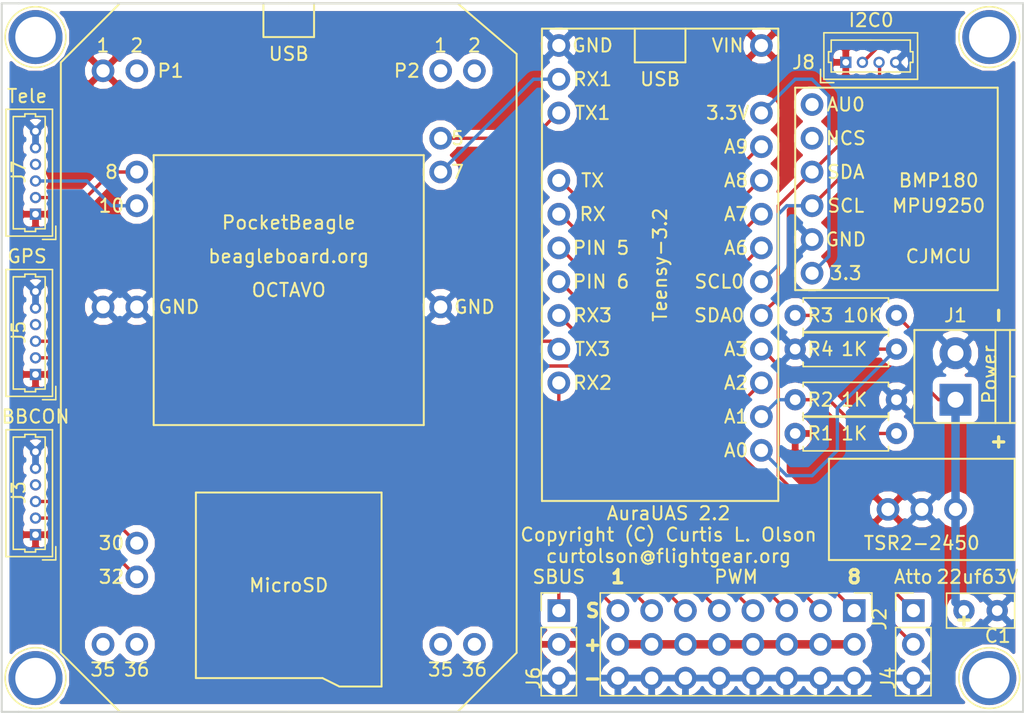
<source format=kicad_pcb>
(kicad_pcb (version 4) (host pcbnew 4.0.7)

  (general
    (links 72)
    (no_connects 0)
    (area 27.702599 48.0946 105.012401 104.3574)
    (thickness 1.6)
    (drawings 15)
    (tracks 119)
    (zones 0)
    (modules 21)
    (nets 34)
  )

  (page A)
  (title_block
    (title "AuraUAS Board")
  )

  (layers
    (0 F.Cu signal)
    (31 B.Cu signal hide)
    (32 B.Adhes user)
    (33 F.Adhes user)
    (34 B.Paste user)
    (35 F.Paste user)
    (36 B.SilkS user)
    (37 F.SilkS user)
    (38 B.Mask user)
    (39 F.Mask user)
    (40 Dwgs.User user)
    (41 Cmts.User user)
    (42 Eco1.User user)
    (43 Eco2.User user)
    (44 Edge.Cuts user)
    (45 Margin user)
    (46 B.CrtYd user)
    (47 F.CrtYd user)
    (48 B.Fab user)
    (49 F.Fab user)
  )

  (setup
    (last_trace_width 0.1524)
    (user_trace_width 0.254)
    (user_trace_width 0.381)
    (user_trace_width 0.508)
    (user_trace_width 0.635)
    (trace_clearance 0.1524)
    (zone_clearance 0.508)
    (zone_45_only no)
    (trace_min 0.1524)
    (segment_width 0.2)
    (edge_width 0.15)
    (via_size 0.6858)
    (via_drill 0.3302)
    (via_min_size 0.6858)
    (via_min_drill 0.3302)
    (uvia_size 0.6858)
    (uvia_drill 0.3302)
    (uvias_allowed no)
    (uvia_min_size 0)
    (uvia_min_drill 0)
    (pcb_text_width 0.3)
    (pcb_text_size 1.5 1.5)
    (mod_edge_width 0.15)
    (mod_text_size 1 1)
    (mod_text_width 0.15)
    (pad_size 4.064 4.064)
    (pad_drill 3.2)
    (pad_to_mask_clearance 0.0508)
    (aux_axis_origin 0 0)
    (visible_elements FFFFFF7F)
    (pcbplotparams
      (layerselection 0x00020_80000001)
      (usegerberextensions false)
      (excludeedgelayer true)
      (linewidth 0.100000)
      (plotframeref false)
      (viasonmask false)
      (mode 1)
      (useauxorigin false)
      (hpglpennumber 1)
      (hpglpenspeed 20)
      (hpglpendiameter 15)
      (hpglpenoverlay 2)
      (psnegative false)
      (psa4output false)
      (plotreference true)
      (plotvalue true)
      (plotinvisibletext false)
      (padsonsilk false)
      (subtractmaskfromsilk false)
      (outputformat 1)
      (mirror false)
      (drillshape 0)
      (scaleselection 1)
      (outputdirectory ""))
  )

  (net 0 "")
  (net 1 VDD)
  (net 2 GND)
  (net 3 /PWM1)
  (net 4 /PWM2)
  (net 5 /PWM3)
  (net 6 /PWM4)
  (net 7 /PWM5)
  (net 8 /PWM6)
  (net 9 /PWM7)
  (net 10 /PWM8)
  (net 11 +5V)
  (net 12 /UART0_RX)
  (net 13 /UART0_TX)
  (net 14 "Net-(J3-Pad4)")
  (net 15 /ATTO_VOLTS)
  (net 16 /ATTO_AMPS)
  (net 17 /GPS_RX)
  (net 18 /GPS_TX)
  (net 19 "Net-(J5-Pad4)")
  (net 20 /SBUS_RX)
  (net 21 /UART2_RX)
  (net 22 /UART2_TX)
  (net 23 "Net-(J7-Pad4)")
  (net 24 /AVIONICS_VCC)
  (net 25 /MAIN_VCC)
  (net 26 /I2C0_SDA)
  (net 27 /I2C0_SCL)
  (net 28 +5VA)
  (net 29 /UART1_TX)
  (net 30 /UART1_RX)
  (net 31 +3V3)
  (net 32 "Net-(U4-Pad5)")
  (net 33 "Net-(U4-Pad6)")

  (net_class Default "This is the default net class."
    (clearance 0.1524)
    (trace_width 0.1524)
    (via_dia 0.6858)
    (via_drill 0.3302)
    (uvia_dia 0.6858)
    (uvia_drill 0.3302)
    (add_net +3V3)
    (add_net +5V)
    (add_net +5VA)
    (add_net /ATTO_AMPS)
    (add_net /ATTO_VOLTS)
    (add_net /AVIONICS_VCC)
    (add_net /GPS_RX)
    (add_net /GPS_TX)
    (add_net /I2C0_SCL)
    (add_net /I2C0_SDA)
    (add_net /MAIN_VCC)
    (add_net /PWM1)
    (add_net /PWM2)
    (add_net /PWM3)
    (add_net /PWM4)
    (add_net /PWM5)
    (add_net /PWM6)
    (add_net /PWM7)
    (add_net /PWM8)
    (add_net /SBUS_RX)
    (add_net /UART0_RX)
    (add_net /UART0_TX)
    (add_net /UART1_RX)
    (add_net /UART1_TX)
    (add_net /UART2_RX)
    (add_net /UART2_TX)
    (add_net GND)
    (add_net "Net-(J3-Pad4)")
    (add_net "Net-(J5-Pad4)")
    (add_net "Net-(J7-Pad4)")
    (add_net "Net-(U4-Pad5)")
    (add_net "Net-(U4-Pad6)")
    (add_net VDD)
  )

  (module Connectors_Molex:Molex_PicoBlade_53047-0610_06x1.25mm_Straight (layer F.Cu) (tedit 5A7BB536) (tstamp 5AE4E060)
    (at 30.48 77.47 90)
    (descr "Molex PicoBlade, single row, top entry type, through hole, PN:53047-0610")
    (tags "connector molex picoblade")
    (path /5A7902D0)
    (fp_text reference J5 (at 3.175 -1.27 90) (layer F.SilkS)
      (effects (font (size 1 1) (thickness 0.15)))
    )
    (fp_text value GPS (at 8.89 -0.635 180) (layer F.SilkS)
      (effects (font (size 1 1) (thickness 0.15)))
    )
    (fp_line (start -2 -2.55) (end -2 1.6) (layer F.CrtYd) (width 0.05))
    (fp_line (start -2 1.6) (end 8.25 1.6) (layer F.CrtYd) (width 0.05))
    (fp_line (start 8.25 1.6) (end 8.25 -2.55) (layer F.CrtYd) (width 0.05))
    (fp_line (start 8.25 -2.55) (end -2 -2.55) (layer F.CrtYd) (width 0.05))
    (fp_line (start -1.5 -2.075) (end -1.5 1.125) (layer F.Fab) (width 0.1))
    (fp_line (start -1.5 1.125) (end 7.75 1.125) (layer F.Fab) (width 0.1))
    (fp_line (start 7.75 1.125) (end 7.75 -2.075) (layer F.Fab) (width 0.1))
    (fp_line (start 7.75 -2.075) (end -1.5 -2.075) (layer F.Fab) (width 0.1))
    (fp_line (start -1.65 -2.225) (end -1.65 1.275) (layer F.SilkS) (width 0.12))
    (fp_line (start -1.65 1.275) (end 7.9 1.275) (layer F.SilkS) (width 0.12))
    (fp_line (start 7.9 1.275) (end 7.9 -2.225) (layer F.SilkS) (width 0.12))
    (fp_line (start 7.9 -2.225) (end -1.65 -2.225) (layer F.SilkS) (width 0.12))
    (fp_line (start 3.125 0.725) (end -1.1 0.725) (layer F.SilkS) (width 0.12))
    (fp_line (start -1.1 0.725) (end -1.1 0) (layer F.SilkS) (width 0.12))
    (fp_line (start -1.1 0) (end -1.3 0) (layer F.SilkS) (width 0.12))
    (fp_line (start -1.3 0) (end -1.3 -0.8) (layer F.SilkS) (width 0.12))
    (fp_line (start -1.3 -0.8) (end -1.1 -0.8) (layer F.SilkS) (width 0.12))
    (fp_line (start -1.1 -0.8) (end -1.1 -1.675) (layer F.SilkS) (width 0.12))
    (fp_line (start -1.1 -1.675) (end 3.125 -1.675) (layer F.SilkS) (width 0.12))
    (fp_line (start 3.125 0.725) (end 7.35 0.725) (layer F.SilkS) (width 0.12))
    (fp_line (start 7.35 0.725) (end 7.35 0) (layer F.SilkS) (width 0.12))
    (fp_line (start 7.35 0) (end 7.55 0) (layer F.SilkS) (width 0.12))
    (fp_line (start 7.55 0) (end 7.55 -0.8) (layer F.SilkS) (width 0.12))
    (fp_line (start 7.55 -0.8) (end 7.35 -0.8) (layer F.SilkS) (width 0.12))
    (fp_line (start 7.35 -0.8) (end 7.35 -1.675) (layer F.SilkS) (width 0.12))
    (fp_line (start 7.35 -1.675) (end 3.125 -1.675) (layer F.SilkS) (width 0.12))
    (fp_line (start -1.9 1.525) (end -1.9 0.525) (layer F.SilkS) (width 0.12))
    (fp_line (start -1.9 1.525) (end -0.9 1.525) (layer F.SilkS) (width 0.12))
    (fp_text user %R (at 6.985 2.54 90) (layer F.Fab)
      (effects (font (size 1 1) (thickness 0.15)))
    )
    (pad 1 thru_hole rect (at 0 0 90) (size 0.85 0.85) (drill 0.5) (layers *.Cu *.Mask)
      (net 11 +5V))
    (pad 2 thru_hole circle (at 1.25 0 90) (size 0.85 0.85) (drill 0.5) (layers *.Cu *.Mask)
      (net 17 /GPS_RX))
    (pad 3 thru_hole circle (at 2.5 0 90) (size 0.85 0.85) (drill 0.5) (layers *.Cu *.Mask)
      (net 18 /GPS_TX))
    (pad 4 thru_hole circle (at 3.75 0 90) (size 0.85 0.85) (drill 0.5) (layers *.Cu *.Mask)
      (net 19 "Net-(J5-Pad4)"))
    (pad 5 thru_hole circle (at 5 0 90) (size 0.85 0.85) (drill 0.5) (layers *.Cu *.Mask)
      (net 2 GND))
    (pad 6 thru_hole circle (at 6.25 0 90) (size 0.85 0.85) (drill 0.5) (layers *.Cu *.Mask)
      (net 2 GND))
    (model ${KISYS3DMOD}/Connectors_Molex.3dshapes/Molex_PicoBlade_53047-0610_06x1.25mm_Straight.wrl
      (at (xyz 0 0 0))
      (scale (xyz 1 1 1))
      (rotate (xyz 0 0 0))
    )
  )

  (module Connectors_Molex:Molex_PicoBlade_53047-0610_06x1.25mm_Straight (layer F.Cu) (tedit 5A7BB543) (tstamp 5AE4E039)
    (at 30.48 89.535 90)
    (descr "Molex PicoBlade, single row, top entry type, through hole, PN:53047-0610")
    (tags "connector molex picoblade")
    (path /5A78FF6B)
    (fp_text reference J3 (at 3.175 -1.27 90) (layer F.SilkS)
      (effects (font (size 1 1) (thickness 0.15)))
    )
    (fp_text value BBCON (at 8.89 0 180) (layer F.SilkS)
      (effects (font (size 1 1) (thickness 0.15)))
    )
    (fp_line (start -2 -2.55) (end -2 1.6) (layer F.CrtYd) (width 0.05))
    (fp_line (start -2 1.6) (end 8.25 1.6) (layer F.CrtYd) (width 0.05))
    (fp_line (start 8.25 1.6) (end 8.25 -2.55) (layer F.CrtYd) (width 0.05))
    (fp_line (start 8.25 -2.55) (end -2 -2.55) (layer F.CrtYd) (width 0.05))
    (fp_line (start -1.5 -2.075) (end -1.5 1.125) (layer F.Fab) (width 0.1))
    (fp_line (start -1.5 1.125) (end 7.75 1.125) (layer F.Fab) (width 0.1))
    (fp_line (start 7.75 1.125) (end 7.75 -2.075) (layer F.Fab) (width 0.1))
    (fp_line (start 7.75 -2.075) (end -1.5 -2.075) (layer F.Fab) (width 0.1))
    (fp_line (start -1.65 -2.225) (end -1.65 1.275) (layer F.SilkS) (width 0.12))
    (fp_line (start -1.65 1.275) (end 7.9 1.275) (layer F.SilkS) (width 0.12))
    (fp_line (start 7.9 1.275) (end 7.9 -2.225) (layer F.SilkS) (width 0.12))
    (fp_line (start 7.9 -2.225) (end -1.65 -2.225) (layer F.SilkS) (width 0.12))
    (fp_line (start 3.125 0.725) (end -1.1 0.725) (layer F.SilkS) (width 0.12))
    (fp_line (start -1.1 0.725) (end -1.1 0) (layer F.SilkS) (width 0.12))
    (fp_line (start -1.1 0) (end -1.3 0) (layer F.SilkS) (width 0.12))
    (fp_line (start -1.3 0) (end -1.3 -0.8) (layer F.SilkS) (width 0.12))
    (fp_line (start -1.3 -0.8) (end -1.1 -0.8) (layer F.SilkS) (width 0.12))
    (fp_line (start -1.1 -0.8) (end -1.1 -1.675) (layer F.SilkS) (width 0.12))
    (fp_line (start -1.1 -1.675) (end 3.125 -1.675) (layer F.SilkS) (width 0.12))
    (fp_line (start 3.125 0.725) (end 7.35 0.725) (layer F.SilkS) (width 0.12))
    (fp_line (start 7.35 0.725) (end 7.35 0) (layer F.SilkS) (width 0.12))
    (fp_line (start 7.35 0) (end 7.55 0) (layer F.SilkS) (width 0.12))
    (fp_line (start 7.55 0) (end 7.55 -0.8) (layer F.SilkS) (width 0.12))
    (fp_line (start 7.55 -0.8) (end 7.35 -0.8) (layer F.SilkS) (width 0.12))
    (fp_line (start 7.35 -0.8) (end 7.35 -1.675) (layer F.SilkS) (width 0.12))
    (fp_line (start 7.35 -1.675) (end 3.125 -1.675) (layer F.SilkS) (width 0.12))
    (fp_line (start -1.9 1.525) (end -1.9 0.525) (layer F.SilkS) (width 0.12))
    (fp_line (start -1.9 1.525) (end -0.9 1.525) (layer F.SilkS) (width 0.12))
    (fp_text user %R (at 6.985 2.54 90) (layer F.Fab)
      (effects (font (size 1 1) (thickness 0.15)))
    )
    (pad 1 thru_hole rect (at 0 0 90) (size 0.85 0.85) (drill 0.5) (layers *.Cu *.Mask)
      (net 11 +5V))
    (pad 2 thru_hole circle (at 1.25 0 90) (size 0.85 0.85) (drill 0.5) (layers *.Cu *.Mask)
      (net 12 /UART0_RX))
    (pad 3 thru_hole circle (at 2.5 0 90) (size 0.85 0.85) (drill 0.5) (layers *.Cu *.Mask)
      (net 13 /UART0_TX))
    (pad 4 thru_hole circle (at 3.75 0 90) (size 0.85 0.85) (drill 0.5) (layers *.Cu *.Mask)
      (net 14 "Net-(J3-Pad4)"))
    (pad 5 thru_hole circle (at 5 0 90) (size 0.85 0.85) (drill 0.5) (layers *.Cu *.Mask)
      (net 2 GND))
    (pad 6 thru_hole circle (at 6.25 0 90) (size 0.85 0.85) (drill 0.5) (layers *.Cu *.Mask)
      (net 2 GND))
    (model ${KISYS3DMOD}/Connectors_Molex.3dshapes/Molex_PicoBlade_53047-0610_06x1.25mm_Straight.wrl
      (at (xyz 0 0 0))
      (scale (xyz 1 1 1))
      (rotate (xyz 0 0 0))
    )
  )

  (module Connectors_Molex:Molex_PicoBlade_53047-0610_06x1.25mm_Straight (layer F.Cu) (tedit 5A7CDE0A) (tstamp 5AE4DDC0)
    (at 30.48 65.405 90)
    (descr "Molex PicoBlade, single row, top entry type, through hole, PN:53047-0610")
    (tags "connector molex picoblade")
    (path /5A78F7A6)
    (fp_text reference J7 (at 3.175 -1.27 90) (layer F.SilkS)
      (effects (font (size 1 1) (thickness 0.15)))
    )
    (fp_text value Tele (at 8.89 -0.635 180) (layer F.SilkS)
      (effects (font (size 1 1) (thickness 0.15)))
    )
    (fp_line (start -2 -2.55) (end -2 1.6) (layer F.CrtYd) (width 0.05))
    (fp_line (start -2 1.6) (end 8.25 1.6) (layer F.CrtYd) (width 0.05))
    (fp_line (start 8.25 1.6) (end 8.25 -2.55) (layer F.CrtYd) (width 0.05))
    (fp_line (start 8.25 -2.55) (end -2 -2.55) (layer F.CrtYd) (width 0.05))
    (fp_line (start -1.5 -2.075) (end -1.5 1.125) (layer F.Fab) (width 0.1))
    (fp_line (start -1.5 1.125) (end 7.75 1.125) (layer F.Fab) (width 0.1))
    (fp_line (start 7.75 1.125) (end 7.75 -2.075) (layer F.Fab) (width 0.1))
    (fp_line (start 7.75 -2.075) (end -1.5 -2.075) (layer F.Fab) (width 0.1))
    (fp_line (start -1.65 -2.225) (end -1.65 1.275) (layer F.SilkS) (width 0.12))
    (fp_line (start -1.65 1.275) (end 7.9 1.275) (layer F.SilkS) (width 0.12))
    (fp_line (start 7.9 1.275) (end 7.9 -2.225) (layer F.SilkS) (width 0.12))
    (fp_line (start 7.9 -2.225) (end -1.65 -2.225) (layer F.SilkS) (width 0.12))
    (fp_line (start 3.125 0.725) (end -1.1 0.725) (layer F.SilkS) (width 0.12))
    (fp_line (start -1.1 0.725) (end -1.1 0) (layer F.SilkS) (width 0.12))
    (fp_line (start -1.1 0) (end -1.3 0) (layer F.SilkS) (width 0.12))
    (fp_line (start -1.3 0) (end -1.3 -0.8) (layer F.SilkS) (width 0.12))
    (fp_line (start -1.3 -0.8) (end -1.1 -0.8) (layer F.SilkS) (width 0.12))
    (fp_line (start -1.1 -0.8) (end -1.1 -1.675) (layer F.SilkS) (width 0.12))
    (fp_line (start -1.1 -1.675) (end 3.125 -1.675) (layer F.SilkS) (width 0.12))
    (fp_line (start 3.125 0.725) (end 7.35 0.725) (layer F.SilkS) (width 0.12))
    (fp_line (start 7.35 0.725) (end 7.35 0) (layer F.SilkS) (width 0.12))
    (fp_line (start 7.35 0) (end 7.55 0) (layer F.SilkS) (width 0.12))
    (fp_line (start 7.55 0) (end 7.55 -0.8) (layer F.SilkS) (width 0.12))
    (fp_line (start 7.55 -0.8) (end 7.35 -0.8) (layer F.SilkS) (width 0.12))
    (fp_line (start 7.35 -0.8) (end 7.35 -1.675) (layer F.SilkS) (width 0.12))
    (fp_line (start 7.35 -1.675) (end 3.125 -1.675) (layer F.SilkS) (width 0.12))
    (fp_line (start -1.9 1.525) (end -1.9 0.525) (layer F.SilkS) (width 0.12))
    (fp_line (start -1.9 1.525) (end -0.9 1.525) (layer F.SilkS) (width 0.12))
    (fp_text user %R (at 6.35 2.54 90) (layer F.Fab)
      (effects (font (size 1 1) (thickness 0.15)))
    )
    (pad 1 thru_hole rect (at 0 0 90) (size 0.85 0.85) (drill 0.5) (layers *.Cu *.Mask)
      (net 11 +5V))
    (pad 2 thru_hole circle (at 1.25 0 90) (size 0.85 0.85) (drill 0.5) (layers *.Cu *.Mask)
      (net 21 /UART2_RX))
    (pad 3 thru_hole circle (at 2.5 0 90) (size 0.85 0.85) (drill 0.5) (layers *.Cu *.Mask)
      (net 22 /UART2_TX))
    (pad 4 thru_hole circle (at 3.75 0 90) (size 0.85 0.85) (drill 0.5) (layers *.Cu *.Mask)
      (net 23 "Net-(J7-Pad4)"))
    (pad 5 thru_hole circle (at 5 0 90) (size 0.85 0.85) (drill 0.5) (layers *.Cu *.Mask)
      (net 2 GND))
    (pad 6 thru_hole circle (at 6.25 0 90) (size 0.85 0.85) (drill 0.5) (layers *.Cu *.Mask)
      (net 2 GND))
    (model ${KISYS3DMOD}/Connectors_Molex.3dshapes/Molex_PicoBlade_53047-0610_06x1.25mm_Straight.wrl
      (at (xyz 0 0 0))
      (scale (xyz 1 1 1))
      (rotate (xyz 0 0 0))
    )
  )

  (module Connectors_Molex:Molex_PicoBlade_53047-0410_04x1.25mm_Straight (layer F.Cu) (tedit 5A7CDDCD) (tstamp 5AE4DBE2)
    (at 91.44 53.975)
    (descr "Molex PicoBlade, single row, top entry type, through hole, PN:53047-0410")
    (tags "connector molex picoblade")
    (path /5A7B843E)
    (fp_text reference J8 (at -3.175 0) (layer F.SilkS)
      (effects (font (size 1 1) (thickness 0.15)))
    )
    (fp_text value I2C0 (at 1.905 -3.175) (layer F.SilkS)
      (effects (font (size 1 1) (thickness 0.15)))
    )
    (fp_line (start -2 -2.55) (end -2 1.6) (layer F.CrtYd) (width 0.05))
    (fp_line (start -2 1.6) (end 5.75 1.6) (layer F.CrtYd) (width 0.05))
    (fp_line (start 5.75 1.6) (end 5.75 -2.55) (layer F.CrtYd) (width 0.05))
    (fp_line (start 5.75 -2.55) (end -2 -2.55) (layer F.CrtYd) (width 0.05))
    (fp_line (start -1.5 -2.075) (end -1.5 1.125) (layer F.Fab) (width 0.1))
    (fp_line (start -1.5 1.125) (end 5.25 1.125) (layer F.Fab) (width 0.1))
    (fp_line (start 5.25 1.125) (end 5.25 -2.075) (layer F.Fab) (width 0.1))
    (fp_line (start 5.25 -2.075) (end -1.5 -2.075) (layer F.Fab) (width 0.1))
    (fp_line (start -1.65 -2.225) (end -1.65 1.275) (layer F.SilkS) (width 0.12))
    (fp_line (start -1.65 1.275) (end 5.4 1.275) (layer F.SilkS) (width 0.12))
    (fp_line (start 5.4 1.275) (end 5.4 -2.225) (layer F.SilkS) (width 0.12))
    (fp_line (start 5.4 -2.225) (end -1.65 -2.225) (layer F.SilkS) (width 0.12))
    (fp_line (start 1.875 0.725) (end -1.1 0.725) (layer F.SilkS) (width 0.12))
    (fp_line (start -1.1 0.725) (end -1.1 0) (layer F.SilkS) (width 0.12))
    (fp_line (start -1.1 0) (end -1.3 0) (layer F.SilkS) (width 0.12))
    (fp_line (start -1.3 0) (end -1.3 -0.8) (layer F.SilkS) (width 0.12))
    (fp_line (start -1.3 -0.8) (end -1.1 -0.8) (layer F.SilkS) (width 0.12))
    (fp_line (start -1.1 -0.8) (end -1.1 -1.675) (layer F.SilkS) (width 0.12))
    (fp_line (start -1.1 -1.675) (end 1.875 -1.675) (layer F.SilkS) (width 0.12))
    (fp_line (start 1.875 0.725) (end 4.85 0.725) (layer F.SilkS) (width 0.12))
    (fp_line (start 4.85 0.725) (end 4.85 0) (layer F.SilkS) (width 0.12))
    (fp_line (start 4.85 0) (end 5.05 0) (layer F.SilkS) (width 0.12))
    (fp_line (start 5.05 0) (end 5.05 -0.8) (layer F.SilkS) (width 0.12))
    (fp_line (start 5.05 -0.8) (end 4.85 -0.8) (layer F.SilkS) (width 0.12))
    (fp_line (start 4.85 -0.8) (end 4.85 -1.675) (layer F.SilkS) (width 0.12))
    (fp_line (start 4.85 -1.675) (end 1.875 -1.675) (layer F.SilkS) (width 0.12))
    (fp_line (start -1.9 1.525) (end -1.9 0.525) (layer F.SilkS) (width 0.12))
    (fp_line (start -1.9 1.525) (end -0.9 1.525) (layer F.SilkS) (width 0.12))
    (fp_text user %R (at -3.175 0) (layer F.Fab) hide
      (effects (font (size 1 1) (thickness 0.15)))
    )
    (pad 1 thru_hole rect (at 0 0) (size 0.85 0.85) (drill 0.5) (layers *.Cu *.Mask)
      (net 11 +5V))
    (pad 2 thru_hole circle (at 1.25 0) (size 0.85 0.85) (drill 0.5) (layers *.Cu *.Mask)
      (net 27 /I2C0_SCL))
    (pad 3 thru_hole circle (at 2.5 0) (size 0.85 0.85) (drill 0.5) (layers *.Cu *.Mask)
      (net 26 /I2C0_SDA))
    (pad 4 thru_hole circle (at 3.75 0) (size 0.85 0.85) (drill 0.5) (layers *.Cu *.Mask)
      (net 2 GND))
    (model ${KISYS3DMOD}/Connectors_Molex.3dshapes/Molex_PicoBlade_53047-0410_04x1.25mm_Straight.wrl
      (at (xyz 0 0 0))
      (scale (xyz 1 1 1))
      (rotate (xyz 0 0 0))
    )
  )

  (module footprint:PWM_3x08 (layer F.Cu) (tedit 5A7CDDF0) (tstamp 5ADCD7B7)
    (at 92.075 95.25 270)
    (descr "Through hole straight pin header, 1x08, 2.54mm pitch, single row")
    (tags "Through hole pin header THT 1x08 2.54mm single row")
    (path /5A7B6479)
    (fp_text reference J2 (at 0.635 -1.905 450) (layer F.SilkS)
      (effects (font (size 1 1) (thickness 0.15)))
    )
    (fp_text value PWM (at -2.54 8.89 360) (layer F.SilkS)
      (effects (font (size 1 1) (thickness 0.15)))
    )
    (fp_line (start -0.635 -1.27) (end 6.35 -1.27) (layer F.Fab) (width 0.1))
    (fp_line (start 6.35 -1.27) (end 6.35 19.05) (layer F.Fab) (width 0.1))
    (fp_line (start 6.35 19.05) (end -1.27 19.05) (layer F.Fab) (width 0.1))
    (fp_line (start -1.27 19.05) (end -1.27 -0.635) (layer F.Fab) (width 0.1))
    (fp_line (start -1.27 -0.635) (end -0.635 -1.27) (layer F.Fab) (width 0.1))
    (fp_line (start -1.33 19.11) (end 6.41 19.11) (layer F.SilkS) (width 0.12))
    (fp_line (start -1.33 1.27) (end -1.33 19.11) (layer F.SilkS) (width 0.12))
    (fp_line (start 6.41 -1.27) (end 6.41 19.11) (layer F.SilkS) (width 0.12))
    (fp_line (start -1.33 0) (end -1.33 -1.33) (layer F.SilkS) (width 0.12))
    (fp_line (start -1.33 -1.33) (end 0 -1.33) (layer F.SilkS) (width 0.12))
    (fp_line (start -1.8 -1.8) (end -1.8 19.55) (layer F.CrtYd) (width 0.05))
    (fp_line (start -1.8 19.55) (end 6.88 19.55) (layer F.CrtYd) (width 0.05))
    (fp_line (start 6.88 19.55) (end 6.88 -1.8) (layer F.CrtYd) (width 0.05))
    (fp_line (start 6.88 -1.8) (end -1.8 -1.8) (layer F.CrtYd) (width 0.05))
    (fp_text user %R (at 0 8.89 360) (layer F.Fab)
      (effects (font (size 1 1) (thickness 0.15)))
    )
    (pad 10 thru_hole oval (at 5.08 17.78 270) (size 1.7 1.7) (drill 1) (layers *.Cu *.Mask)
      (net 2 GND))
    (pad 10 thru_hole oval (at 5.08 15.24 270) (size 1.7 1.7) (drill 1) (layers *.Cu *.Mask)
      (net 2 GND))
    (pad 10 thru_hole oval (at 5.08 12.7 270) (size 1.7 1.7) (drill 1) (layers *.Cu *.Mask)
      (net 2 GND))
    (pad 10 thru_hole oval (at 5.08 10.16 270) (size 1.7 1.7) (drill 1) (layers *.Cu *.Mask)
      (net 2 GND))
    (pad 10 thru_hole oval (at 5.08 7.62 270) (size 1.7 1.7) (drill 1) (layers *.Cu *.Mask)
      (net 2 GND))
    (pad 10 thru_hole oval (at 5.08 5.08 270) (size 1.7 1.7) (drill 1) (layers *.Cu *.Mask)
      (net 2 GND))
    (pad 10 thru_hole oval (at 5.08 2.54 270) (size 1.7 1.7) (drill 1) (layers *.Cu *.Mask)
      (net 2 GND))
    (pad 10 thru_hole oval (at 5.08 0 270) (size 1.7 1.7) (drill 1) (layers *.Cu *.Mask)
      (net 2 GND))
    (pad 9 thru_hole oval (at 2.54 17.78 270) (size 1.7 1.7) (drill 1) (layers *.Cu *.Mask)
      (net 28 +5VA))
    (pad 9 thru_hole oval (at 2.54 15.24 270) (size 1.7 1.7) (drill 1) (layers *.Cu *.Mask)
      (net 28 +5VA))
    (pad 9 thru_hole oval (at 2.54 12.7 270) (size 1.7 1.7) (drill 1) (layers *.Cu *.Mask)
      (net 28 +5VA))
    (pad 9 thru_hole oval (at 2.54 10.16 270) (size 1.7 1.7) (drill 1) (layers *.Cu *.Mask)
      (net 28 +5VA))
    (pad 9 thru_hole oval (at 2.54 7.62 270) (size 1.7 1.7) (drill 1) (layers *.Cu *.Mask)
      (net 28 +5VA))
    (pad 9 thru_hole oval (at 2.54 5.08 270) (size 1.7 1.7) (drill 1) (layers *.Cu *.Mask)
      (net 28 +5VA))
    (pad 9 thru_hole oval (at 2.54 2.54 270) (size 1.7 1.7) (drill 1) (layers *.Cu *.Mask)
      (net 28 +5VA))
    (pad 9 thru_hole oval (at 2.54 0 270) (size 1.7 1.7) (drill 1) (layers *.Cu *.Mask)
      (net 28 +5VA))
    (pad 8 thru_hole rect (at 0 0 270) (size 1.7 1.7) (drill 1) (layers *.Cu *.Mask)
      (net 10 /PWM8))
    (pad 7 thru_hole oval (at 0 2.54 270) (size 1.7 1.7) (drill 1) (layers *.Cu *.Mask)
      (net 9 /PWM7))
    (pad 6 thru_hole oval (at 0 5.08 270) (size 1.7 1.7) (drill 1) (layers *.Cu *.Mask)
      (net 8 /PWM6))
    (pad 5 thru_hole oval (at 0 7.62 270) (size 1.7 1.7) (drill 1) (layers *.Cu *.Mask)
      (net 7 /PWM5))
    (pad 4 thru_hole oval (at 0 10.16 270) (size 1.7 1.7) (drill 1) (layers *.Cu *.Mask)
      (net 6 /PWM4))
    (pad 3 thru_hole oval (at 0 12.7 270) (size 1.7 1.7) (drill 1) (layers *.Cu *.Mask)
      (net 5 /PWM3))
    (pad 2 thru_hole oval (at 0 15.24 270) (size 1.7 1.7) (drill 1) (layers *.Cu *.Mask)
      (net 4 /PWM2))
    (pad 1 thru_hole oval (at 0 17.78 270) (size 1.7 1.7) (drill 1) (layers *.Cu *.Mask)
      (net 3 /PWM1))
    (model ${KISYS3DMOD}/Pin_Headers.3dshapes/Pin_Header_Straight_1x08_Pitch2.54mm.wrl
      (at (xyz 0 0 0))
      (scale (xyz 1 1 1))
      (rotate (xyz 0 0 0))
    )
  )

  (module Connectors:1pin (layer F.Cu) (tedit 5A7B8D2E) (tstamp 5A839A05)
    (at 102.235 52.07)
    (descr "module 1 pin (ou trou mecanique de percage)")
    (tags DEV)
    (fp_text reference REF** (at 0 -3.048) (layer F.SilkS) hide
      (effects (font (size 1 1) (thickness 0.15)))
    )
    (fp_text value 1pin (at 0 3) (layer F.Fab) hide
      (effects (font (size 1 1) (thickness 0.15)))
    )
    (fp_circle (center 0 0) (end 2 0.8) (layer F.Fab) (width 0.1))
    (fp_circle (center 0 0) (end 2.6 0) (layer F.CrtYd) (width 0.05))
    (fp_circle (center 0 0) (end 0 -2.286) (layer F.SilkS) (width 0.12))
    (pad 1 thru_hole circle (at 0 0) (size 4.064 4.064) (drill 3.048) (layers *.Cu *.Mask))
  )

  (module Connectors:1pin (layer F.Cu) (tedit 5A7B8C39) (tstamp 5A8399ED)
    (at 102.235 100.33)
    (descr "module 1 pin (ou trou mecanique de percage)")
    (tags DEV)
    (fp_text reference REF** (at 0 -3.048) (layer F.SilkS) hide
      (effects (font (size 1 1) (thickness 0.15)))
    )
    (fp_text value 1pin (at 0 3) (layer F.Fab) hide
      (effects (font (size 1 1) (thickness 0.15)))
    )
    (fp_circle (center 0 0) (end 2 0.8) (layer F.Fab) (width 0.1))
    (fp_circle (center 0 0) (end 2.6 0) (layer F.CrtYd) (width 0.05))
    (fp_circle (center 0 0) (end 0 -2.286) (layer F.SilkS) (width 0.12))
    (pad 1 thru_hole circle (at 0 0) (size 4.064 4.064) (drill 3.048) (layers *.Cu *.Mask))
  )

  (module Connectors:1pin (layer F.Cu) (tedit 5A7B8B6C) (tstamp 5A8399D4)
    (at 30.48 100.33)
    (descr "module 1 pin (ou trou mecanique de percage)")
    (tags DEV)
    (fp_text reference REF** (at 0 -3.048) (layer F.SilkS) hide
      (effects (font (size 1 1) (thickness 0.15)))
    )
    (fp_text value 1pin (at 0 3) (layer F.Fab) hide
      (effects (font (size 1 1) (thickness 0.15)))
    )
    (fp_circle (center 0 0) (end 2 0.8) (layer F.Fab) (width 0.1))
    (fp_circle (center 0 0) (end 2.6 0) (layer F.CrtYd) (width 0.05))
    (fp_circle (center 0 0) (end 0 -2.286) (layer F.SilkS) (width 0.12))
    (pad 1 thru_hole circle (at 0 0) (size 4.064 4.064) (drill 3.048) (layers *.Cu *.Mask))
  )

  (module Connectors:1pin (layer F.Cu) (tedit 5A7B8B4E) (tstamp 5A8399B2)
    (at 30.48 52.07)
    (descr "module 1 pin (ou trou mecanique de percage)")
    (tags DEV)
    (fp_text reference REF** (at 0 -3.048) (layer F.SilkS) hide
      (effects (font (size 1 1) (thickness 0.15)))
    )
    (fp_text value 1pin (at 0 3) (layer F.Fab) hide
      (effects (font (size 1 1) (thickness 0.15)))
    )
    (fp_circle (center 0 0) (end 2 0.8) (layer F.Fab) (width 0.1))
    (fp_circle (center 0 0) (end 2.6 0) (layer F.CrtYd) (width 0.05))
    (fp_circle (center 0 0) (end 0 -2.286) (layer F.SilkS) (width 0.12))
    (pad 1 thru_hole circle (at 0 0) (size 4.064 4.064) (drill 3.048) (layers *.Cu *.Mask))
  )

  (module Resistors_THT:R_Axial_DIN0207_L6.3mm_D2.5mm_P7.62mm_Horizontal (layer F.Cu) (tedit 5A7BC9C3) (tstamp 5A7B2CF4)
    (at 87.63 75.565)
    (descr "Resistor, Axial_DIN0207 series, Axial, Horizontal, pin pitch=7.62mm, 0.25W = 1/4W, length*diameter=6.3*2.5mm^2, http://cdn-reichelt.de/documents/datenblatt/B400/1_4W%23YAG.pdf")
    (tags "Resistor Axial_DIN0207 series Axial Horizontal pin pitch 7.62mm 0.25W = 1/4W length 6.3mm diameter 2.5mm")
    (path /5A79C102)
    (fp_text reference R4 (at 1.905 0) (layer F.SilkS)
      (effects (font (size 1 1) (thickness 0.15)))
    )
    (fp_text value 1K (at 4.445 3.81) (layer F.SilkS)
      (effects (font (size 1 1) (thickness 0.15)))
    )
    (fp_line (start 0.66 -1.25) (end 0.66 1.25) (layer F.Fab) (width 0.1))
    (fp_line (start 0.66 1.25) (end 6.96 1.25) (layer F.Fab) (width 0.1))
    (fp_line (start 6.96 1.25) (end 6.96 -1.25) (layer F.Fab) (width 0.1))
    (fp_line (start 6.96 -1.25) (end 0.66 -1.25) (layer F.Fab) (width 0.1))
    (fp_line (start 0 0) (end 0.66 0) (layer F.Fab) (width 0.1))
    (fp_line (start 7.62 0) (end 6.96 0) (layer F.Fab) (width 0.1))
    (fp_line (start 0.6 -0.98) (end 0.6 -1.31) (layer F.SilkS) (width 0.12))
    (fp_line (start 0.6 -1.31) (end 7.02 -1.31) (layer F.SilkS) (width 0.12))
    (fp_line (start 7.02 -1.31) (end 7.02 -0.98) (layer F.SilkS) (width 0.12))
    (fp_line (start 0.6 0.98) (end 0.6 1.31) (layer F.SilkS) (width 0.12))
    (fp_line (start 0.6 1.31) (end 7.02 1.31) (layer F.SilkS) (width 0.12))
    (fp_line (start 7.02 1.31) (end 7.02 0.98) (layer F.SilkS) (width 0.12))
    (fp_line (start -1.05 -1.6) (end -1.05 1.6) (layer F.CrtYd) (width 0.05))
    (fp_line (start -1.05 1.6) (end 8.7 1.6) (layer F.CrtYd) (width 0.05))
    (fp_line (start 8.7 1.6) (end 8.7 -1.6) (layer F.CrtYd) (width 0.05))
    (fp_line (start 8.7 -1.6) (end -1.05 -1.6) (layer F.CrtYd) (width 0.05))
    (pad 1 thru_hole circle (at 0 0) (size 1.6 1.6) (drill 0.8) (layers *.Cu *.Mask)
      (net 2 GND))
    (pad 2 thru_hole oval (at 7.62 0) (size 1.6 1.6) (drill 0.8) (layers *.Cu *.Mask)
      (net 25 /MAIN_VCC))
    (model ${KISYS3DMOD}/Resistors_THT.3dshapes/R_Axial_DIN0207_L6.3mm_D2.5mm_P7.62mm_Horizontal.wrl
      (at (xyz 0 0 0))
      (scale (xyz 0.393701 0.393701 0.393701))
      (rotate (xyz 0 0 0))
    )
  )

  (module Resistors_THT:R_Axial_DIN0207_L6.3mm_D2.5mm_P7.62mm_Horizontal (layer F.Cu) (tedit 5A7BB46D) (tstamp 5A7B2CEE)
    (at 87.63 73.025)
    (descr "Resistor, Axial_DIN0207 series, Axial, Horizontal, pin pitch=7.62mm, 0.25W = 1/4W, length*diameter=6.3*2.5mm^2, http://cdn-reichelt.de/documents/datenblatt/B400/1_4W%23YAG.pdf")
    (tags "Resistor Axial_DIN0207 series Axial Horizontal pin pitch 7.62mm 0.25W = 1/4W length 6.3mm diameter 2.5mm")
    (path /5A79C09B)
    (fp_text reference R3 (at 1.905 0) (layer F.SilkS)
      (effects (font (size 1 1) (thickness 0.15)))
    )
    (fp_text value 10K (at 5.08 0) (layer F.SilkS)
      (effects (font (size 1 1) (thickness 0.15)))
    )
    (fp_line (start 0.66 -1.25) (end 0.66 1.25) (layer F.Fab) (width 0.1))
    (fp_line (start 0.66 1.25) (end 6.96 1.25) (layer F.Fab) (width 0.1))
    (fp_line (start 6.96 1.25) (end 6.96 -1.25) (layer F.Fab) (width 0.1))
    (fp_line (start 6.96 -1.25) (end 0.66 -1.25) (layer F.Fab) (width 0.1))
    (fp_line (start 0 0) (end 0.66 0) (layer F.Fab) (width 0.1))
    (fp_line (start 7.62 0) (end 6.96 0) (layer F.Fab) (width 0.1))
    (fp_line (start 0.6 -0.98) (end 0.6 -1.31) (layer F.SilkS) (width 0.12))
    (fp_line (start 0.6 -1.31) (end 7.02 -1.31) (layer F.SilkS) (width 0.12))
    (fp_line (start 7.02 -1.31) (end 7.02 -0.98) (layer F.SilkS) (width 0.12))
    (fp_line (start 0.6 0.98) (end 0.6 1.31) (layer F.SilkS) (width 0.12))
    (fp_line (start 0.6 1.31) (end 7.02 1.31) (layer F.SilkS) (width 0.12))
    (fp_line (start 7.02 1.31) (end 7.02 0.98) (layer F.SilkS) (width 0.12))
    (fp_line (start -1.05 -1.6) (end -1.05 1.6) (layer F.CrtYd) (width 0.05))
    (fp_line (start -1.05 1.6) (end 8.7 1.6) (layer F.CrtYd) (width 0.05))
    (fp_line (start 8.7 1.6) (end 8.7 -1.6) (layer F.CrtYd) (width 0.05))
    (fp_line (start 8.7 -1.6) (end -1.05 -1.6) (layer F.CrtYd) (width 0.05))
    (pad 1 thru_hole circle (at 0 0) (size 1.6 1.6) (drill 0.8) (layers *.Cu *.Mask)
      (net 25 /MAIN_VCC))
    (pad 2 thru_hole oval (at 7.62 0) (size 1.6 1.6) (drill 0.8) (layers *.Cu *.Mask)
      (net 1 VDD))
    (model ${KISYS3DMOD}/Resistors_THT.3dshapes/R_Axial_DIN0207_L6.3mm_D2.5mm_P7.62mm_Horizontal.wrl
      (at (xyz 0 0 0))
      (scale (xyz 0.393701 0.393701 0.393701))
      (rotate (xyz 0 0 0))
    )
  )

  (module Resistors_THT:R_Axial_DIN0207_L6.3mm_D2.5mm_P7.62mm_Horizontal (layer F.Cu) (tedit 5A7BC9BB) (tstamp 5A7B2CE8)
    (at 95.25 79.375 180)
    (descr "Resistor, Axial_DIN0207 series, Axial, Horizontal, pin pitch=7.62mm, 0.25W = 1/4W, length*diameter=6.3*2.5mm^2, http://cdn-reichelt.de/documents/datenblatt/B400/1_4W%23YAG.pdf")
    (tags "Resistor Axial_DIN0207 series Axial Horizontal pin pitch 7.62mm 0.25W = 1/4W length 6.3mm diameter 2.5mm")
    (path /5A799F7F)
    (fp_text reference R2 (at 5.715 0 180) (layer F.SilkS)
      (effects (font (size 1 1) (thickness 0.15)))
    )
    (fp_text value 1K (at 3.175 3.81 180) (layer F.SilkS)
      (effects (font (size 1 1) (thickness 0.15)))
    )
    (fp_line (start 0.66 -1.25) (end 0.66 1.25) (layer F.Fab) (width 0.1))
    (fp_line (start 0.66 1.25) (end 6.96 1.25) (layer F.Fab) (width 0.1))
    (fp_line (start 6.96 1.25) (end 6.96 -1.25) (layer F.Fab) (width 0.1))
    (fp_line (start 6.96 -1.25) (end 0.66 -1.25) (layer F.Fab) (width 0.1))
    (fp_line (start 0 0) (end 0.66 0) (layer F.Fab) (width 0.1))
    (fp_line (start 7.62 0) (end 6.96 0) (layer F.Fab) (width 0.1))
    (fp_line (start 0.6 -0.98) (end 0.6 -1.31) (layer F.SilkS) (width 0.12))
    (fp_line (start 0.6 -1.31) (end 7.02 -1.31) (layer F.SilkS) (width 0.12))
    (fp_line (start 7.02 -1.31) (end 7.02 -0.98) (layer F.SilkS) (width 0.12))
    (fp_line (start 0.6 0.98) (end 0.6 1.31) (layer F.SilkS) (width 0.12))
    (fp_line (start 0.6 1.31) (end 7.02 1.31) (layer F.SilkS) (width 0.12))
    (fp_line (start 7.02 1.31) (end 7.02 0.98) (layer F.SilkS) (width 0.12))
    (fp_line (start -1.05 -1.6) (end -1.05 1.6) (layer F.CrtYd) (width 0.05))
    (fp_line (start -1.05 1.6) (end 8.7 1.6) (layer F.CrtYd) (width 0.05))
    (fp_line (start 8.7 1.6) (end 8.7 -1.6) (layer F.CrtYd) (width 0.05))
    (fp_line (start 8.7 -1.6) (end -1.05 -1.6) (layer F.CrtYd) (width 0.05))
    (pad 1 thru_hole circle (at 0 0 180) (size 1.6 1.6) (drill 0.8) (layers *.Cu *.Mask)
      (net 2 GND))
    (pad 2 thru_hole oval (at 7.62 0 180) (size 1.6 1.6) (drill 0.8) (layers *.Cu *.Mask)
      (net 24 /AVIONICS_VCC))
    (model ${KISYS3DMOD}/Resistors_THT.3dshapes/R_Axial_DIN0207_L6.3mm_D2.5mm_P7.62mm_Horizontal.wrl
      (at (xyz 0 0 0))
      (scale (xyz 0.393701 0.393701 0.393701))
      (rotate (xyz 0 0 0))
    )
  )

  (module Resistors_THT:R_Axial_DIN0207_L6.3mm_D2.5mm_P7.62mm_Horizontal (layer F.Cu) (tedit 5A7BC591) (tstamp 5A7B2CE2)
    (at 95.25 81.915 180)
    (descr "Resistor, Axial_DIN0207 series, Axial, Horizontal, pin pitch=7.62mm, 0.25W = 1/4W, length*diameter=6.3*2.5mm^2, http://cdn-reichelt.de/documents/datenblatt/B400/1_4W%23YAG.pdf")
    (tags "Resistor Axial_DIN0207 series Axial Horizontal pin pitch 7.62mm 0.25W = 1/4W length 6.3mm diameter 2.5mm")
    (path /5A78BC65)
    (fp_text reference R1 (at 5.715 0 180) (layer F.SilkS)
      (effects (font (size 1 1) (thickness 0.15)))
    )
    (fp_text value 1K (at 3.175 0 180) (layer F.SilkS)
      (effects (font (size 1 1) (thickness 0.15)))
    )
    (fp_line (start 0.66 -1.25) (end 0.66 1.25) (layer F.Fab) (width 0.1))
    (fp_line (start 0.66 1.25) (end 6.96 1.25) (layer F.Fab) (width 0.1))
    (fp_line (start 6.96 1.25) (end 6.96 -1.25) (layer F.Fab) (width 0.1))
    (fp_line (start 6.96 -1.25) (end 0.66 -1.25) (layer F.Fab) (width 0.1))
    (fp_line (start 0 0) (end 0.66 0) (layer F.Fab) (width 0.1))
    (fp_line (start 7.62 0) (end 6.96 0) (layer F.Fab) (width 0.1))
    (fp_line (start 0.6 -0.98) (end 0.6 -1.31) (layer F.SilkS) (width 0.12))
    (fp_line (start 0.6 -1.31) (end 7.02 -1.31) (layer F.SilkS) (width 0.12))
    (fp_line (start 7.02 -1.31) (end 7.02 -0.98) (layer F.SilkS) (width 0.12))
    (fp_line (start 0.6 0.98) (end 0.6 1.31) (layer F.SilkS) (width 0.12))
    (fp_line (start 0.6 1.31) (end 7.02 1.31) (layer F.SilkS) (width 0.12))
    (fp_line (start 7.02 1.31) (end 7.02 0.98) (layer F.SilkS) (width 0.12))
    (fp_line (start -1.05 -1.6) (end -1.05 1.6) (layer F.CrtYd) (width 0.05))
    (fp_line (start -1.05 1.6) (end 8.7 1.6) (layer F.CrtYd) (width 0.05))
    (fp_line (start 8.7 1.6) (end 8.7 -1.6) (layer F.CrtYd) (width 0.05))
    (fp_line (start 8.7 -1.6) (end -1.05 -1.6) (layer F.CrtYd) (width 0.05))
    (pad 1 thru_hole circle (at 0 0 180) (size 1.6 1.6) (drill 0.8) (layers *.Cu *.Mask)
      (net 24 /AVIONICS_VCC))
    (pad 2 thru_hole oval (at 7.62 0 180) (size 1.6 1.6) (drill 0.8) (layers *.Cu *.Mask)
      (net 11 +5V))
    (model ${KISYS3DMOD}/Resistors_THT.3dshapes/R_Axial_DIN0207_L6.3mm_D2.5mm_P7.62mm_Horizontal.wrl
      (at (xyz 0 0 0))
      (scale (xyz 0.393701 0.393701 0.393701))
      (rotate (xyz 0 0 0))
    )
  )

  (module Pin_Headers:Pin_Header_Straight_1x03_Pitch2.54mm (layer F.Cu) (tedit 5A7BB3BF) (tstamp 5A7B2CD2)
    (at 69.85 95.25)
    (descr "Through hole straight pin header, 1x03, 2.54mm pitch, single row")
    (tags "Through hole pin header THT 1x03 2.54mm single row")
    (path /5A79227B)
    (fp_text reference J6 (at -1.905 5.08 90) (layer F.SilkS)
      (effects (font (size 1 1) (thickness 0.15)))
    )
    (fp_text value SBUS (at 0 -2.54) (layer F.SilkS)
      (effects (font (size 1 1) (thickness 0.15)))
    )
    (fp_line (start -0.635 -1.27) (end 1.27 -1.27) (layer F.Fab) (width 0.1))
    (fp_line (start 1.27 -1.27) (end 1.27 6.35) (layer F.Fab) (width 0.1))
    (fp_line (start 1.27 6.35) (end -1.27 6.35) (layer F.Fab) (width 0.1))
    (fp_line (start -1.27 6.35) (end -1.27 -0.635) (layer F.Fab) (width 0.1))
    (fp_line (start -1.27 -0.635) (end -0.635 -1.27) (layer F.Fab) (width 0.1))
    (fp_line (start -1.33 6.41) (end 1.33 6.41) (layer F.SilkS) (width 0.12))
    (fp_line (start -1.33 1.27) (end -1.33 6.41) (layer F.SilkS) (width 0.12))
    (fp_line (start 1.33 1.27) (end 1.33 6.41) (layer F.SilkS) (width 0.12))
    (fp_line (start -1.33 1.27) (end 1.33 1.27) (layer F.SilkS) (width 0.12))
    (fp_line (start -1.33 0) (end -1.33 -1.33) (layer F.SilkS) (width 0.12))
    (fp_line (start -1.33 -1.33) (end 0 -1.33) (layer F.SilkS) (width 0.12))
    (fp_line (start -1.8 -1.8) (end -1.8 6.85) (layer F.CrtYd) (width 0.05))
    (fp_line (start -1.8 6.85) (end 1.8 6.85) (layer F.CrtYd) (width 0.05))
    (fp_line (start 1.8 6.85) (end 1.8 -1.8) (layer F.CrtYd) (width 0.05))
    (fp_line (start 1.8 -1.8) (end -1.8 -1.8) (layer F.CrtYd) (width 0.05))
    (fp_text user %R (at 0 2.54 90) (layer F.Fab)
      (effects (font (size 1 1) (thickness 0.15)))
    )
    (pad 1 thru_hole rect (at 0 0) (size 1.7 1.7) (drill 1) (layers *.Cu *.Mask)
      (net 20 /SBUS_RX))
    (pad 2 thru_hole oval (at 0 2.54) (size 1.7 1.7) (drill 1) (layers *.Cu *.Mask)
      (net 11 +5V))
    (pad 3 thru_hole oval (at 0 5.08) (size 1.7 1.7) (drill 1) (layers *.Cu *.Mask)
      (net 2 GND))
    (model ${KISYS3DMOD}/Pin_Headers.3dshapes/Pin_Header_Straight_1x03_Pitch2.54mm.wrl
      (at (xyz 0 0 0))
      (scale (xyz 1 1 1))
      (rotate (xyz 0 0 0))
    )
  )

  (module Pin_Headers:Pin_Header_Straight_1x03_Pitch2.54mm (layer F.Cu) (tedit 5A7C7D20) (tstamp 5A7B2CC1)
    (at 96.52 95.25)
    (descr "Through hole straight pin header, 1x03, 2.54mm pitch, single row")
    (tags "Through hole pin header THT 1x03 2.54mm single row")
    (path /5A7927A4)
    (fp_text reference J4 (at -1.905 5.08 90) (layer F.SilkS)
      (effects (font (size 1 1) (thickness 0.15)))
    )
    (fp_text value Atto (at 0 -2.54) (layer F.SilkS)
      (effects (font (size 1 1) (thickness 0.15)))
    )
    (fp_line (start -0.635 -1.27) (end 1.27 -1.27) (layer F.Fab) (width 0.1))
    (fp_line (start 1.27 -1.27) (end 1.27 6.35) (layer F.Fab) (width 0.1))
    (fp_line (start 1.27 6.35) (end -1.27 6.35) (layer F.Fab) (width 0.1))
    (fp_line (start -1.27 6.35) (end -1.27 -0.635) (layer F.Fab) (width 0.1))
    (fp_line (start -1.27 -0.635) (end -0.635 -1.27) (layer F.Fab) (width 0.1))
    (fp_line (start -1.33 6.41) (end 1.33 6.41) (layer F.SilkS) (width 0.12))
    (fp_line (start -1.33 1.27) (end -1.33 6.41) (layer F.SilkS) (width 0.12))
    (fp_line (start 1.33 1.27) (end 1.33 6.41) (layer F.SilkS) (width 0.12))
    (fp_line (start -1.33 1.27) (end 1.33 1.27) (layer F.SilkS) (width 0.12))
    (fp_line (start -1.33 0) (end -1.33 -1.33) (layer F.SilkS) (width 0.12))
    (fp_line (start -1.33 -1.33) (end 0 -1.33) (layer F.SilkS) (width 0.12))
    (fp_line (start -1.8 -1.8) (end -1.8 6.85) (layer F.CrtYd) (width 0.05))
    (fp_line (start -1.8 6.85) (end 1.8 6.85) (layer F.CrtYd) (width 0.05))
    (fp_line (start 1.8 6.85) (end 1.8 -1.8) (layer F.CrtYd) (width 0.05))
    (fp_line (start 1.8 -1.8) (end -1.8 -1.8) (layer F.CrtYd) (width 0.05))
    (fp_text user %R (at 0 2.54 90) (layer F.Fab)
      (effects (font (size 1 1) (thickness 0.15)))
    )
    (pad 1 thru_hole rect (at 0 0) (size 1.7 1.7) (drill 1) (layers *.Cu *.Mask)
      (net 15 /ATTO_VOLTS))
    (pad 2 thru_hole oval (at 0 2.54) (size 1.7 1.7) (drill 1) (layers *.Cu *.Mask)
      (net 16 /ATTO_AMPS))
    (pad 3 thru_hole oval (at 0 5.08) (size 1.7 1.7) (drill 1) (layers *.Cu *.Mask)
      (net 2 GND))
    (model ${KISYS3DMOD}/Pin_Headers.3dshapes/Pin_Header_Straight_1x03_Pitch2.54mm.wrl
      (at (xyz 0 0 0))
      (scale (xyz 1 1 1))
      (rotate (xyz 0 0 0))
    )
  )

  (module Capacitors_THT:C_Disc_D5.0mm_W2.5mm_P2.50mm (layer F.Cu) (tedit 5A7D07AA) (tstamp 5A7B2C9E)
    (at 100.33 95.25)
    (descr "C, Disc series, Radial, pin pitch=2.50mm, , diameter*width=5*2.5mm^2, Capacitor, http://cdn-reichelt.de/documents/datenblatt/B300/DS_KERKO_TC.pdf")
    (tags "C Disc series Radial pin pitch 2.50mm  diameter 5mm width 2.5mm Capacitor")
    (path /5A79D18F)
    (fp_text reference C1 (at 2.54 1.905) (layer F.SilkS)
      (effects (font (size 1 1) (thickness 0.15)))
    )
    (fp_text value 22uf63V (at 1.016 -2.54) (layer F.SilkS)
      (effects (font (size 1 1) (thickness 0.15)))
    )
    (fp_line (start -1.25 -1.25) (end -1.25 1.25) (layer F.Fab) (width 0.1))
    (fp_line (start -1.25 1.25) (end 3.75 1.25) (layer F.Fab) (width 0.1))
    (fp_line (start 3.75 1.25) (end 3.75 -1.25) (layer F.Fab) (width 0.1))
    (fp_line (start 3.75 -1.25) (end -1.25 -1.25) (layer F.Fab) (width 0.1))
    (fp_line (start -1.31 -1.31) (end 3.81 -1.31) (layer F.SilkS) (width 0.12))
    (fp_line (start -1.31 1.31) (end 3.81 1.31) (layer F.SilkS) (width 0.12))
    (fp_line (start -1.31 -1.31) (end -1.31 1.31) (layer F.SilkS) (width 0.12))
    (fp_line (start 3.81 -1.31) (end 3.81 1.31) (layer F.SilkS) (width 0.12))
    (fp_line (start -1.6 -1.6) (end -1.6 1.6) (layer F.CrtYd) (width 0.05))
    (fp_line (start -1.6 1.6) (end 4.1 1.6) (layer F.CrtYd) (width 0.05))
    (fp_line (start 4.1 1.6) (end 4.1 -1.6) (layer F.CrtYd) (width 0.05))
    (fp_line (start 4.1 -1.6) (end -1.6 -1.6) (layer F.CrtYd) (width 0.05))
    (fp_text user %R (at 1.25 0) (layer F.Fab)
      (effects (font (size 1 1) (thickness 0.15)))
    )
    (pad 1 thru_hole circle (at 0 0) (size 1.6 1.6) (drill 0.8) (layers *.Cu *.Mask)
      (net 1 VDD))
    (pad 2 thru_hole circle (at 2.5 0) (size 1.6 1.6) (drill 0.8) (layers *.Cu *.Mask)
      (net 2 GND))
    (model ${KISYS3DMOD}/Capacitors_THT.3dshapes/C_Disc_D5.0mm_W2.5mm_P2.50mm.wrl
      (at (xyz 0 0 0))
      (scale (xyz 1 1 1))
      (rotate (xyz 0 0 0))
    )
  )

  (module "Aura Footprints:TSR2-2450" (layer F.Cu) (tedit 5A7BC538) (tstamp 5A7B90B2)
    (at 97.155 91.44 180)
    (path /5A78E169)
    (fp_text reference U1 (at 0 0.5 180) (layer F.SilkS) hide
      (effects (font (size 1 1) (thickness 0.15)))
    )
    (fp_text value TSR2-2450 (at 0 1.27 180) (layer F.SilkS)
      (effects (font (size 1 1) (thickness 0.15)))
    )
    (fp_line (start -6.985 0) (end -6.985 7.62) (layer F.SilkS) (width 0.15))
    (fp_line (start -6.985 7.62) (end 6.985 7.62) (layer F.SilkS) (width 0.15))
    (fp_line (start 6.985 7.62) (end 6.985 0) (layer F.SilkS) (width 0.15))
    (fp_line (start 6.985 0) (end -6.985 0) (layer F.SilkS) (width 0.15))
    (pad 1 thru_hole circle (at -2.54 3.81 180) (size 1.7 1.7) (drill 1) (layers *.Cu *.Mask)
      (net 1 VDD))
    (pad 2 thru_hole circle (at 0 3.81 180) (size 1.7 1.7) (drill 1) (layers *.Cu *.Mask)
      (net 2 GND))
    (pad 3 thru_hole circle (at 2.54 3.81 180) (size 1.7 1.7) (drill 1) (layers *.Cu *.Mask)
      (net 11 +5V))
  )

  (module "Aura Footprints:PocketBeagle" (layer F.Cu) (tedit 5A7BB39C) (tstamp 5A7B90F4)
    (at 49.53 49.53)
    (path /5A78C6AE)
    (fp_text reference U2 (at 0 0.5) (layer F.SilkS) hide
      (effects (font (size 1 1) (thickness 0.15)))
    )
    (fp_text value PocketBeagle (at 0 16.51) (layer F.SilkS)
      (effects (font (size 1 1) (thickness 0.15)))
    )
    (fp_text user 36 (at 13.97 50.165) (layer F.SilkS)
      (effects (font (size 1 1) (thickness 0.15)))
    )
    (fp_text user 35 (at 11.43 50.165) (layer F.SilkS)
      (effects (font (size 1 1) (thickness 0.15)))
    )
    (fp_text user GND (at 13.97 22.86) (layer F.SilkS)
      (effects (font (size 1 1) (thickness 0.15)))
    )
    (fp_text user 7 (at 12.7 12.7) (layer F.SilkS)
      (effects (font (size 1 1) (thickness 0.15)))
    )
    (fp_text user 5 (at 12.7 10.16) (layer F.SilkS)
      (effects (font (size 1 1) (thickness 0.15)))
    )
    (fp_text user 2 (at 13.97 3.175) (layer F.SilkS)
      (effects (font (size 1 1) (thickness 0.15)))
    )
    (fp_text user 1 (at 11.43 3.175) (layer F.SilkS)
      (effects (font (size 1 1) (thickness 0.15)))
    )
    (fp_text user 36 (at -11.43 50.165) (layer F.SilkS)
      (effects (font (size 1 1) (thickness 0.15)))
    )
    (fp_text user 35 (at -13.97 50.165) (layer F.SilkS)
      (effects (font (size 1 1) (thickness 0.15)))
    )
    (fp_text user 32 (at -13.335 43.18) (layer F.SilkS)
      (effects (font (size 1 1) (thickness 0.15)))
    )
    (fp_text user 30 (at -13.335 40.64) (layer F.SilkS)
      (effects (font (size 1 1) (thickness 0.15)))
    )
    (fp_text user GND (at -8.255 22.86) (layer F.SilkS)
      (effects (font (size 1 1) (thickness 0.15)))
    )
    (fp_text user 10 (at -13.335 15.24) (layer F.SilkS)
      (effects (font (size 1 1) (thickness 0.15)))
    )
    (fp_text user 8 (at -13.335 12.7) (layer F.SilkS)
      (effects (font (size 1 1) (thickness 0.15)))
    )
    (fp_text user 2 (at -11.43 3.175) (layer F.SilkS)
      (effects (font (size 1 1) (thickness 0.15)))
    )
    (fp_text user 1 (at -13.97 3.175) (layer F.SilkS)
      (effects (font (size 1 1) (thickness 0.15)))
    )
    (fp_text user MicroSD (at 0 43.815) (layer F.SilkS)
      (effects (font (size 1 1) (thickness 0.15)))
    )
    (fp_line (start -6.985 50.8) (end -6.985 36.83) (layer F.SilkS) (width 0.15))
    (fp_line (start -6.985 36.83) (end 6.985 36.83) (layer F.SilkS) (width 0.15))
    (fp_line (start 6.985 36.83) (end 6.985 51.435) (layer F.SilkS) (width 0.15))
    (fp_line (start 6.985 51.435) (end 3.81 51.435) (layer F.SilkS) (width 0.15))
    (fp_line (start 3.81 51.435) (end 2.54 50.8) (layer F.SilkS) (width 0.15))
    (fp_line (start 2.54 50.8) (end -6.985 50.8) (layer F.SilkS) (width 0.15))
    (fp_text user OCTAVO (at 0 21.59) (layer F.SilkS)
      (effects (font (size 1 1) (thickness 0.15)))
    )
    (fp_text user beagleboard.org (at 0 19.05) (layer F.SilkS)
      (effects (font (size 1 1) (thickness 0.15)))
    )
    (fp_line (start -10.16 11.43) (end -10.16 31.75) (layer F.SilkS) (width 0.15))
    (fp_line (start -10.16 31.75) (end 10.16 31.75) (layer F.SilkS) (width 0.15))
    (fp_line (start 10.16 31.75) (end 10.16 11.43) (layer F.SilkS) (width 0.15))
    (fp_line (start 10.16 11.43) (end -10.16 11.43) (layer F.SilkS) (width 0.15))
    (fp_text user P2 (at 8.89 5.08) (layer F.SilkS)
      (effects (font (size 1 1) (thickness 0.15)))
    )
    (fp_text user P1 (at -8.89 5.08) (layer F.SilkS)
      (effects (font (size 1 1) (thickness 0.15)))
    )
    (fp_line (start 0 0) (end 12.7 0) (layer F.SilkS) (width 0.15))
    (fp_line (start 12.7 0) (end 17.145 3.81) (layer F.SilkS) (width 0.15))
    (fp_line (start 17.145 3.81) (end 17.145 48.895) (layer F.SilkS) (width 0.15))
    (fp_line (start 17.145 48.895) (end 12.7 53.34) (layer F.SilkS) (width 0.15))
    (fp_line (start 12.7 53.34) (end 0 53.34) (layer F.SilkS) (width 0.15))
    (fp_line (start -12.7 53.34) (end -17.145 48.895) (layer F.SilkS) (width 0.15))
    (fp_line (start -17.145 48.895) (end -17.145 4.445) (layer F.SilkS) (width 0.15))
    (fp_line (start 0 53.34) (end -12.7 53.34) (layer F.SilkS) (width 0.15))
    (fp_line (start -12.7 0) (end -17.145 4.445) (layer F.SilkS) (width 0.15))
    (fp_line (start 0 0) (end -12.7 0) (layer F.SilkS) (width 0.15))
    (fp_text user USB (at 0 3.81) (layer F.SilkS)
      (effects (font (size 1 1) (thickness 0.15)))
    )
    (fp_line (start -1.905 0) (end -1.905 2.54) (layer F.SilkS) (width 0.15))
    (fp_line (start -1.905 2.54) (end 1.905 2.54) (layer F.SilkS) (width 0.15))
    (fp_line (start 1.905 2.54) (end 1.905 0) (layer F.SilkS) (width 0.15))
    (pad 1 thru_hole circle (at -13.97 5.08) (size 1.7 1.7) (drill 1) (layers *.Cu *.Mask)
      (net 11 +5V))
    (pad 2 thru_hole circle (at -11.43 5.08) (size 1.7 1.7) (drill 1) (layers *.Cu *.Mask))
    (pad 8 thru_hole circle (at -11.43 12.7) (size 1.7 1.7) (drill 1) (layers *.Cu *.Mask)
      (net 21 /UART2_RX))
    (pad 10 thru_hole circle (at -11.43 15.24) (size 1.7 1.7) (drill 1) (layers *.Cu *.Mask)
      (net 22 /UART2_TX))
    (pad 15 thru_hole circle (at -13.97 22.86) (size 1.7 1.7) (drill 1) (layers *.Cu *.Mask)
      (net 2 GND))
    (pad 16 thru_hole circle (at -11.43 22.86) (size 1.7 1.7) (drill 1) (layers *.Cu *.Mask)
      (net 2 GND))
    (pad 30 thru_hole circle (at -11.43 40.64) (size 1.7 1.7) (drill 1) (layers *.Cu *.Mask)
      (net 13 /UART0_TX))
    (pad 32 thru_hole circle (at -11.43 43.18) (size 1.7 1.7) (drill 1) (layers *.Cu *.Mask)
      (net 12 /UART0_RX))
    (pad 35 thru_hole circle (at -13.97 48.26) (size 1.7 1.7) (drill 1) (layers *.Cu *.Mask))
    (pad 36 thru_hole circle (at -11.43 48.26) (size 1.7 1.7) (drill 1) (layers *.Cu *.Mask))
    (pad 37 thru_hole circle (at 11.43 5.08) (size 1.7 1.7) (drill 1) (layers *.Cu *.Mask))
    (pad 38 thru_hole circle (at 13.97 5.08) (size 1.7 1.7) (drill 1) (layers *.Cu *.Mask))
    (pad 41 thru_hole circle (at 11.43 10.16) (size 1.7 1.7) (drill 1) (layers *.Cu *.Mask)
      (net 29 /UART1_TX))
    (pad 43 thru_hole circle (at 11.43 12.7) (size 1.7 1.7) (drill 1) (layers *.Cu *.Mask)
      (net 30 /UART1_RX))
    (pad 51 thru_hole circle (at 11.43 22.86) (size 1.7 1.7) (drill 1) (layers *.Cu *.Mask)
      (net 2 GND))
    (pad 71 thru_hole circle (at 11.43 48.26) (size 1.7 1.7) (drill 1) (layers *.Cu *.Mask))
    (pad 72 thru_hole circle (at 13.97 48.26) (size 1.7 1.7) (drill 1) (layers *.Cu *.Mask))
  )

  (module "Aura Footprints:Teensy-3.2" (layer F.Cu) (tedit 5A7BB3B1) (tstamp 5A7B912C)
    (at 77.47 51.435)
    (path /5A7A3251)
    (fp_text reference U3 (at 0 0.5) (layer F.SilkS) hide
      (effects (font (size 1 1) (thickness 0.15)))
    )
    (fp_text value Teensy-3.2 (at 0 17.78 90) (layer F.SilkS)
      (effects (font (size 1 1) (thickness 0.15)))
    )
    (fp_text user A0 (at 5.715 31.75) (layer F.SilkS)
      (effects (font (size 1 1) (thickness 0.15)))
    )
    (fp_text user A1 (at 5.715 29.21) (layer F.SilkS)
      (effects (font (size 1 1) (thickness 0.15)))
    )
    (fp_text user A2 (at 5.715 26.67) (layer F.SilkS)
      (effects (font (size 1 1) (thickness 0.15)))
    )
    (fp_text user A3 (at 5.715 24.13) (layer F.SilkS)
      (effects (font (size 1 1) (thickness 0.15)))
    )
    (fp_text user SDA0 (at 4.445 21.59) (layer F.SilkS)
      (effects (font (size 1 1) (thickness 0.15)))
    )
    (fp_text user SCL0 (at 4.445 19.05) (layer F.SilkS)
      (effects (font (size 1 1) (thickness 0.15)))
    )
    (fp_text user A6 (at 5.715 16.51) (layer F.SilkS)
      (effects (font (size 1 1) (thickness 0.15)))
    )
    (fp_text user A7 (at 5.715 13.97) (layer F.SilkS)
      (effects (font (size 1 1) (thickness 0.15)))
    )
    (fp_text user A8 (at 5.715 11.43) (layer F.SilkS)
      (effects (font (size 1 1) (thickness 0.15)))
    )
    (fp_text user A9 (at 5.715 8.89) (layer F.SilkS)
      (effects (font (size 1 1) (thickness 0.15)))
    )
    (fp_text user 3.3V (at 5.08 6.35) (layer F.SilkS)
      (effects (font (size 1 1) (thickness 0.15)))
    )
    (fp_text user RX2 (at -5.08 26.67) (layer F.SilkS)
      (effects (font (size 1 1) (thickness 0.15)))
    )
    (fp_text user TX3 (at -5.08 24.13) (layer F.SilkS)
      (effects (font (size 1 1) (thickness 0.15)))
    )
    (fp_text user RX3 (at -5.08 21.59) (layer F.SilkS)
      (effects (font (size 1 1) (thickness 0.15)))
    )
    (fp_text user "PIN 6" (at -4.445 19.05) (layer F.SilkS)
      (effects (font (size 1 1) (thickness 0.15)))
    )
    (fp_text user "PIN 5" (at -4.445 16.51) (layer F.SilkS)
      (effects (font (size 1 1) (thickness 0.15)))
    )
    (fp_text user RX (at -5.08 13.97) (layer F.SilkS)
      (effects (font (size 1 1) (thickness 0.15)))
    )
    (fp_text user TX (at -5.08 11.43) (layer F.SilkS)
      (effects (font (size 1 1) (thickness 0.15)))
    )
    (fp_text user TX1 (at -5.08 6.35) (layer F.SilkS)
      (effects (font (size 1 1) (thickness 0.15)))
    )
    (fp_text user RX1 (at -5.08 3.81) (layer F.SilkS)
      (effects (font (size 1 1) (thickness 0.15)))
    )
    (fp_text user VIN (at 5.08 1.27) (layer F.SilkS)
      (effects (font (size 1 1) (thickness 0.15)))
    )
    (fp_text user GND (at -5.08 1.27) (layer F.SilkS)
      (effects (font (size 1 1) (thickness 0.15)))
    )
    (fp_text user USB (at 0 3.81) (layer F.SilkS)
      (effects (font (size 1 1) (thickness 0.15)))
    )
    (fp_line (start -1.905 0) (end -1.905 2.54) (layer F.SilkS) (width 0.15))
    (fp_line (start -1.905 2.54) (end 1.905 2.54) (layer F.SilkS) (width 0.15))
    (fp_line (start 1.905 2.54) (end 1.905 0) (layer F.SilkS) (width 0.15))
    (fp_line (start -8.89 0) (end -8.89 35.56) (layer F.SilkS) (width 0.15))
    (fp_line (start -8.89 35.56) (end 8.89 35.56) (layer F.SilkS) (width 0.15))
    (fp_line (start 8.89 35.56) (end 8.89 0) (layer F.SilkS) (width 0.15))
    (fp_line (start -8.89 0) (end 8.89 0) (layer F.SilkS) (width 0.15))
    (pad 1 thru_hole circle (at -7.62 1.27) (size 1.7 1.7) (drill 1) (layers *.Cu *.Mask)
      (net 2 GND))
    (pad 2 thru_hole circle (at -7.62 3.81) (size 1.7 1.7) (drill 1) (layers *.Cu *.Mask)
      (net 30 /UART1_RX))
    (pad 3 thru_hole circle (at -7.62 6.35) (size 1.7 1.7) (drill 1) (layers *.Cu *.Mask)
      (net 29 /UART1_TX))
    (pad 5 thru_hole circle (at -7.62 11.43) (size 1.7 1.7) (drill 1) (layers *.Cu *.Mask)
      (net 6 /PWM4))
    (pad 6 thru_hole circle (at -7.62 13.97) (size 1.7 1.7) (drill 1) (layers *.Cu *.Mask)
      (net 5 /PWM3))
    (pad 7 thru_hole circle (at -7.62 16.51) (size 1.7 1.7) (drill 1) (layers *.Cu *.Mask)
      (net 4 /PWM2))
    (pad 8 thru_hole circle (at -7.62 19.05) (size 1.7 1.7) (drill 1) (layers *.Cu *.Mask)
      (net 3 /PWM1))
    (pad 9 thru_hole circle (at -7.62 21.59) (size 1.7 1.7) (drill 1) (layers *.Cu *.Mask)
      (net 17 /GPS_RX))
    (pad 10 thru_hole circle (at -7.62 24.13) (size 1.7 1.7) (drill 1) (layers *.Cu *.Mask)
      (net 18 /GPS_TX))
    (pad 11 thru_hole circle (at -7.62 26.67) (size 1.7 1.7) (drill 1) (layers *.Cu *.Mask)
      (net 20 /SBUS_RX))
    (pad 21 thru_hole circle (at 7.62 31.75) (size 1.7 1.7) (drill 1) (layers *.Cu *.Mask)
      (net 25 /MAIN_VCC))
    (pad 22 thru_hole circle (at 7.62 29.21) (size 1.7 1.7) (drill 1) (layers *.Cu *.Mask)
      (net 24 /AVIONICS_VCC))
    (pad 23 thru_hole circle (at 7.62 26.67) (size 1.7 1.7) (drill 1) (layers *.Cu *.Mask)
      (net 16 /ATTO_AMPS))
    (pad 24 thru_hole circle (at 7.62 24.13) (size 1.7 1.7) (drill 1) (layers *.Cu *.Mask)
      (net 15 /ATTO_VOLTS))
    (pad 25 thru_hole circle (at 7.62 21.59) (size 1.7 1.7) (drill 1) (layers *.Cu *.Mask)
      (net 26 /I2C0_SDA))
    (pad 26 thru_hole circle (at 7.62 19.05) (size 1.7 1.7) (drill 1) (layers *.Cu *.Mask)
      (net 27 /I2C0_SCL))
    (pad 27 thru_hole circle (at 7.62 16.51) (size 1.7 1.7) (drill 1) (layers *.Cu *.Mask)
      (net 10 /PWM8))
    (pad 28 thru_hole circle (at 7.62 13.97) (size 1.7 1.7) (drill 1) (layers *.Cu *.Mask)
      (net 9 /PWM7))
    (pad 29 thru_hole circle (at 7.62 11.43) (size 1.7 1.7) (drill 1) (layers *.Cu *.Mask)
      (net 8 /PWM6))
    (pad 30 thru_hole circle (at 7.62 8.89) (size 1.7 1.7) (drill 1) (layers *.Cu *.Mask)
      (net 7 /PWM5))
    (pad 31 thru_hole circle (at 7.62 6.35) (size 1.7 1.7) (drill 1) (layers *.Cu *.Mask)
      (net 31 +3V3))
    (pad 33 thru_hole circle (at 7.62 1.27) (size 1.7 1.7) (drill 1) (layers *.Cu *.Mask)
      (net 11 +5V))
  )

  (module "Aura Footprints:CJMCU" (layer F.Cu) (tedit 5A7BB45D) (tstamp 5A7B9142)
    (at 95.25 71.12 180)
    (path /5A78D95A)
    (fp_text reference U4 (at 0 0.5 180) (layer F.SilkS) hide
      (effects (font (size 1 1) (thickness 0.15)))
    )
    (fp_text value CJMCU (at -3.175 2.54 180) (layer F.SilkS)
      (effects (font (size 1 1) (thickness 0.15)))
    )
    (fp_text user BMP180 (at -3.175 8.255 180) (layer F.SilkS)
      (effects (font (size 1 1) (thickness 0.15)))
    )
    (fp_text user MPU9250 (at -3.175 6.35 180) (layer F.SilkS)
      (effects (font (size 1 1) (thickness 0.15)))
    )
    (fp_text user AU0 (at 3.81 13.97 180) (layer F.SilkS)
      (effects (font (size 1 1) (thickness 0.15)))
    )
    (fp_text user NCS (at 3.81 11.43 180) (layer F.SilkS)
      (effects (font (size 1 1) (thickness 0.15)))
    )
    (fp_text user SDA (at 3.81 8.89 180) (layer F.SilkS)
      (effects (font (size 1 1) (thickness 0.15)))
    )
    (fp_text user SCL (at 3.81 6.35 180) (layer F.SilkS)
      (effects (font (size 1 1) (thickness 0.15)))
    )
    (fp_text user GND (at 3.81 3.81 180) (layer F.SilkS)
      (effects (font (size 1 1) (thickness 0.15)))
    )
    (fp_text user 3.3 (at 3.81 1.27 180) (layer F.SilkS)
      (effects (font (size 1 1) (thickness 0.15)))
    )
    (fp_line (start -7.62 0) (end -7.62 15.24) (layer F.SilkS) (width 0.15))
    (fp_line (start -7.62 15.24) (end 7.62 15.24) (layer F.SilkS) (width 0.15))
    (fp_line (start 7.62 15.24) (end 7.62 0) (layer F.SilkS) (width 0.15))
    (fp_line (start 7.62 0) (end -7.62 0) (layer F.SilkS) (width 0.15))
    (pad 1 thru_hole circle (at 6.35 1.27 180) (size 1.7 1.7) (drill 1) (layers *.Cu *.Mask)
      (net 31 +3V3))
    (pad 2 thru_hole circle (at 6.35 3.81 180) (size 1.7 1.7) (drill 1) (layers *.Cu *.Mask)
      (net 2 GND))
    (pad 3 thru_hole circle (at 6.35 6.35 180) (size 1.7 1.7) (drill 1) (layers *.Cu *.Mask)
      (net 27 /I2C0_SCL))
    (pad 4 thru_hole circle (at 6.35 8.89 180) (size 1.7 1.7) (drill 1) (layers *.Cu *.Mask)
      (net 26 /I2C0_SDA))
    (pad 5 thru_hole circle (at 6.35 11.43 180) (size 1.7 1.7) (drill 1) (layers *.Cu *.Mask)
      (net 32 "Net-(U4-Pad5)"))
    (pad 6 thru_hole circle (at 6.35 13.97 180) (size 1.7 1.7) (drill 1) (layers *.Cu *.Mask)
      (net 33 "Net-(U4-Pad6)"))
  )

  (module Connectors_Terminal_Blocks:TerminalBlock_Pheonix_PT-3.5mm_2pol (layer F.Cu) (tedit 5A7CDCDB) (tstamp 5A7C74D1)
    (at 99.695 79.375 90)
    (descr "2-way 3.5mm pitch terminal block, Phoenix PT series")
    (path /5A7930B4)
    (fp_text reference J1 (at 6.35 0 180) (layer F.SilkS)
      (effects (font (size 1 1) (thickness 0.15)))
    )
    (fp_text value Power (at 1.905 2.54 90) (layer F.SilkS)
      (effects (font (size 1 1) (thickness 0.15)))
    )
    (fp_line (start -1.9 -3.3) (end 5.4 -3.3) (layer F.CrtYd) (width 0.05))
    (fp_line (start -1.9 4.7) (end -1.9 -3.3) (layer F.CrtYd) (width 0.05))
    (fp_line (start 5.4 4.7) (end -1.9 4.7) (layer F.CrtYd) (width 0.05))
    (fp_line (start 5.4 -3.3) (end 5.4 4.7) (layer F.CrtYd) (width 0.05))
    (fp_line (start 1.75 4.1) (end 1.75 4.5) (layer F.SilkS) (width 0.15))
    (fp_line (start -1.75 3) (end 5.25 3) (layer F.SilkS) (width 0.15))
    (fp_line (start -1.75 4.1) (end 5.25 4.1) (layer F.SilkS) (width 0.15))
    (fp_line (start -1.75 -3.1) (end -1.75 4.5) (layer F.SilkS) (width 0.15))
    (fp_line (start 5.25 4.5) (end 5.25 -3.1) (layer F.SilkS) (width 0.15))
    (fp_line (start 5.25 -3.1) (end -1.75 -3.1) (layer F.SilkS) (width 0.15))
    (pad 2 thru_hole circle (at 3.5 0 90) (size 2.4 2.4) (drill 1.2) (layers *.Cu *.Mask)
      (net 2 GND))
    (pad 1 thru_hole rect (at 0 0 90) (size 2.4 2.4) (drill 1.2) (layers *.Cu *.Mask)
      (net 1 VDD))
    (model Terminal_Blocks.3dshapes/TerminalBlock_Pheonix_PT-3.5mm_2pol.wrl
      (at (xyz 0 0 0))
      (scale (xyz 1 1 1))
      (rotate (xyz 0 0 0))
    )
  )

  (gr_text "AuraUAS 2.2\nCopyright (C) Curtis L. Olson\ncurtolson@flightgear.org" (at 78.105 89.535) (layer F.SilkS)
    (effects (font (size 1 1) (thickness 0.15)))
  )
  (gr_text + (at 100.33 95.885) (layer F.SilkS)
    (effects (font (size 1 1) (thickness 0.25)))
  )
  (gr_text S (at 72.39 95.25) (layer F.SilkS)
    (effects (font (size 1 1) (thickness 0.25)))
  )
  (gr_text + (at 72.39 97.79) (layer F.SilkS)
    (effects (font (size 1 1) (thickness 0.25)))
  )
  (gr_text - (at 72.39 100.33) (layer F.SilkS)
    (effects (font (size 1 1) (thickness 0.25)))
  )
  (gr_text 8 (at 92.075 92.71) (layer F.SilkS)
    (effects (font (size 1 1) (thickness 0.25)))
  )
  (gr_text 1 (at 74.295 92.71) (layer F.SilkS)
    (effects (font (size 1 1) (thickness 0.25)))
  )
  (gr_text - (at 102.87 73.025 90) (layer F.SilkS)
    (effects (font (size 1 1) (thickness 0.25)))
  )
  (gr_text + (at 102.87 82.55 90) (layer F.SilkS)
    (effects (font (size 1 1) (thickness 0.25)))
  )
  (gr_line (start 29.21 49.53) (end 27.94 49.53) (angle 90) (layer Edge.Cuts) (width 0.15))
  (gr_line (start 29.21 102.87) (end 27.94 102.87) (angle 90) (layer Edge.Cuts) (width 0.15))
  (gr_line (start 104.775 49.53) (end 29.21 49.53) (angle 90) (layer Edge.Cuts) (width 0.15))
  (gr_line (start 104.775 102.87) (end 104.775 49.53) (angle 90) (layer Edge.Cuts) (width 0.15))
  (gr_line (start 29.21 102.87) (end 104.775 102.87) (angle 90) (layer Edge.Cuts) (width 0.15))
  (gr_line (start 27.94 49.53) (end 27.94 102.87) (angle 90) (layer Edge.Cuts) (width 0.15))

  (segment (start 95.25 73.025) (end 97.155 74.93) (width 0.254) (layer F.Cu) (net 1))
  (segment (start 98.425 79.375) (end 99.695 79.375) (width 0.1524) (layer F.Cu) (net 1) (tstamp 5A7C7512))
  (segment (start 97.155 78.105) (end 98.425 79.375) (width 0.254) (layer F.Cu) (net 1) (tstamp 5A7C7510))
  (segment (start 97.155 74.93) (end 97.155 78.105) (width 0.254) (layer F.Cu) (net 1) (tstamp 5A7C750F))
  (segment (start 99.695 80.01) (end 99.06 80.01) (width 0.635) (layer F.Cu) (net 1))
  (segment (start 99.695 87.63) (end 99.695 80.01) (width 0.635) (layer B.Cu) (net 1))
  (segment (start 100.33 95.25) (end 99.695 94.615) (width 0.635) (layer B.Cu) (net 1))
  (segment (start 99.695 94.615) (end 99.695 87.63) (width 0.635) (layer B.Cu) (net 1) (tstamp 5A7BC568))
  (segment (start 30.48 83.285) (end 30.48 84.535) (width 0.508) (layer B.Cu) (net 2) (status 30))
  (segment (start 30.48 71.22) (end 30.48 72.47) (width 0.508) (layer B.Cu) (net 2))
  (segment (start 30.48 59.155) (end 30.48 60.405) (width 0.508) (layer B.Cu) (net 2))
  (segment (start 72.39 93.345) (end 74.295 95.25) (width 0.25) (layer F.Cu) (net 3) (tstamp 5A7AF8AC) (status 20))
  (segment (start 72.39 73.025) (end 72.39 93.345) (width 0.25) (layer F.Cu) (net 3) (tstamp 5A7AF8AB))
  (segment (start 69.85 70.358) (end 72.39 73.025) (width 0.25) (layer F.Cu) (net 3) (status 10))
  (segment (start 73.66 92.075) (end 76.835 95.25) (width 0.25) (layer F.Cu) (net 4) (tstamp 5A7AF7A9) (status 20))
  (segment (start 73.66 71.755) (end 73.66 92.075) (width 0.25) (layer F.Cu) (net 4) (tstamp 5A7AF7A4))
  (segment (start 69.85 67.818) (end 69.85 67.818) (width 0.25) (layer F.Cu) (net 4) (status 30))
  (segment (start 69.85 67.818) (end 73.66 71.755) (width 0.25) (layer F.Cu) (net 4) (tstamp 5A7AF79F) (status 10))
  (segment (start 74.93 90.805) (end 79.375 95.25) (width 0.25) (layer F.Cu) (net 5) (tstamp 5A7AF7BD) (status 20))
  (segment (start 74.93 70.485) (end 74.93 90.805) (width 0.25) (layer F.Cu) (net 5) (tstamp 5A7AF7B7))
  (segment (start 69.85 65.278) (end 74.93 70.485) (width 0.25) (layer F.Cu) (net 5) (status 10))
  (segment (start 69.85 62.738) (end 76.2 69.215) (width 0.25) (layer F.Cu) (net 6) (status 10))
  (segment (start 76.2 89.535) (end 81.915 95.25) (width 0.25) (layer F.Cu) (net 6) (tstamp 5A7AF82A) (status 20))
  (segment (start 76.2 69.215) (end 76.2 89.535) (width 0.25) (layer F.Cu) (net 6) (tstamp 5A7AF821))
  (segment (start 84.455 95.25) (end 77.47 88.265) (width 0.25) (layer F.Cu) (net 7) (status 10))
  (segment (start 77.47 88.265) (end 77.47 67.945) (width 0.25) (layer F.Cu) (net 7) (tstamp 5A7AF919))
  (segment (start 77.47 67.945) (end 85.09 60.198) (width 0.25) (layer F.Cu) (net 7) (tstamp 5A7AF91E) (status 20))
  (segment (start 78.74 69.215) (end 85.09 62.738) (width 0.25) (layer F.Cu) (net 8) (tstamp 5A7AF911) (status 20))
  (segment (start 78.74 86.995) (end 78.74 69.215) (width 0.25) (layer F.Cu) (net 8) (tstamp 5A7AF90B))
  (segment (start 86.995 95.25) (end 78.74 86.995) (width 0.25) (layer F.Cu) (net 8) (status 10))
  (segment (start 80.01 70.485) (end 85.09 65.278) (width 0.25) (layer F.Cu) (net 9) (tstamp 5A7AF902) (status 20))
  (segment (start 80.01 85.725) (end 80.01 70.485) (width 0.25) (layer F.Cu) (net 9) (tstamp 5A7AF8FF))
  (segment (start 89.535 95.25) (end 80.01 85.725) (width 0.25) (layer F.Cu) (net 9) (status 10))
  (segment (start 81.28 71.755) (end 85.09 67.818) (width 0.25) (layer F.Cu) (net 10) (tstamp 5A7AF8F4) (status 20))
  (segment (start 81.28 84.455) (end 81.28 71.755) (width 0.25) (layer F.Cu) (net 10) (tstamp 5A7AF8E4))
  (segment (start 92.075 95.25) (end 81.28 84.455) (width 0.25) (layer F.Cu) (net 10) (status 10))
  (segment (start 85.09 53.086) (end 85.09 52.578) (width 0.635) (layer B.Cu) (net 11) (tstamp 5A7B3C5B) (status 30))
  (segment (start 30.48 88.285) (end 33.675 88.285) (width 0.254) (layer F.Cu) (net 12))
  (segment (start 33.675 88.285) (end 38.1 92.71) (width 0.254) (layer F.Cu) (net 12) (tstamp 5A7CDD52))
  (segment (start 30.48 87.035) (end 34.965 87.035) (width 0.254) (layer F.Cu) (net 13))
  (segment (start 34.965 87.035) (end 38.1 90.17) (width 0.254) (layer F.Cu) (net 13) (tstamp 5A7CDD4B))
  (segment (start 96.52 95.25) (end 86.36 85.09) (width 0.25) (layer F.Cu) (net 15) (status 10))
  (segment (start 86.36 85.09) (end 86.36 76.835) (width 0.25) (layer F.Cu) (net 15) (tstamp 5A7AFA26))
  (segment (start 86.36 76.835) (end 85.09 75.438) (width 0.25) (layer F.Cu) (net 15) (tstamp 5A7AFA27) (status 20))
  (segment (start 96.52 97.79) (end 94.615 95.885) (width 0.254) (layer F.Cu) (net 16))
  (segment (start 83.185 80.01) (end 85.09 78.105) (width 0.254) (layer F.Cu) (net 16) (tstamp 5A7BC480))
  (segment (start 83.185 83.185) (end 83.185 80.01) (width 0.254) (layer F.Cu) (net 16) (tstamp 5A7BC473))
  (segment (start 94.615 94.615) (end 83.185 83.185) (width 0.254) (layer F.Cu) (net 16) (tstamp 5A7BC45F))
  (segment (start 94.615 95.885) (end 94.615 94.615) (width 0.254) (layer F.Cu) (net 16) (tstamp 5A7BC457))
  (segment (start 85.09 78.105) (end 85.09 77.978) (width 0.254) (layer F.Cu) (net 16) (tstamp 5ADCD899) (status 30))
  (segment (start 96.52 97.79) (end 95.885 97.79) (width 0.254) (layer F.Cu) (net 16))
  (segment (start 69.85 73.025) (end 71.755 74.93) (width 0.254) (layer F.Cu) (net 17))
  (segment (start 67.925 76.22) (end 30.48 76.22) (width 0.254) (layer F.Cu) (net 17) (tstamp 5A7BC14B))
  (segment (start 68.54 76.835) (end 67.925 76.22) (width 0.254) (layer F.Cu) (net 17) (tstamp 5A7BC142))
  (segment (start 71.12 76.835) (end 68.54 76.835) (width 0.254) (layer F.Cu) (net 17) (tstamp 5A7BC141))
  (segment (start 71.755 76.2) (end 71.12 76.835) (width 0.254) (layer F.Cu) (net 17) (tstamp 5A7BC134))
  (segment (start 71.755 74.93) (end 71.755 76.2) (width 0.254) (layer F.Cu) (net 17) (tstamp 5A7BC12A))
  (segment (start 69.85 72.898) (end 69.85 73.025) (width 0.254) (layer F.Cu) (net 17) (status 30))
  (segment (start 30.48 74.97) (end 69.255 74.97) (width 0.254) (layer F.Cu) (net 18))
  (segment (start 69.255 74.97) (end 69.85 75.565) (width 0.254) (layer F.Cu) (net 18) (tstamp 5A7CDD7D))
  (segment (start 69.85 79.375) (end 69.85 77.978) (width 0.25) (layer F.Cu) (net 20) (tstamp 5A7AF96B) (status 20))
  (segment (start 69.85 95.25) (end 69.85 79.375) (width 0.25) (layer F.Cu) (net 20))
  (segment (start 69.85 95.25) (end 69.85 95.25) (width 0.25) (layer F.Cu) (net 20) (tstamp 5A7AF75B))
  (segment (start 38.1 62.23) (end 36.195 62.23) (width 0.254) (layer F.Cu) (net 21))
  (segment (start 34.27 64.155) (end 30.48 64.155) (width 0.254) (layer F.Cu) (net 21) (tstamp 5AE4DDEB) (status 20))
  (segment (start 36.195 62.23) (end 34.27 64.155) (width 0.254) (layer F.Cu) (net 21) (tstamp 5AE4DDEA))
  (segment (start 38.1 64.77) (end 36.195 64.77) (width 0.254) (layer B.Cu) (net 22))
  (segment (start 34.33 62.905) (end 30.48 62.905) (width 0.254) (layer B.Cu) (net 22) (tstamp 5AE4DDF0) (status 20))
  (segment (start 36.195 64.77) (end 34.33 62.905) (width 0.254) (layer B.Cu) (net 22) (tstamp 5AE4DDEF))
  (segment (start 85.09 80.645) (end 86.36 79.375) (width 0.254) (layer B.Cu) (net 24))
  (segment (start 86.36 79.375) (end 87.63 79.375) (width 0.254) (layer B.Cu) (net 24) (tstamp 5A7BC69A))
  (segment (start 95.25 81.915) (end 92.71 81.915) (width 0.254) (layer F.Cu) (net 24))
  (segment (start 92.71 81.915) (end 90.17 79.375) (width 0.254) (layer F.Cu) (net 24) (tstamp 5A7BC66B))
  (segment (start 90.17 79.375) (end 87.63 79.375) (width 0.254) (layer F.Cu) (net 24) (tstamp 5A7BC66F))
  (segment (start 85.09 80.645) (end 85.09 80.01) (width 0.254) (layer B.Cu) (net 24))
  (segment (start 85.09 80.518) (end 85.217 80.518) (width 0.254) (layer B.Cu) (net 24) (status 30))
  (segment (start 85.09 83.185) (end 86.995 85.09) (width 0.254) (layer B.Cu) (net 25))
  (segment (start 90.805 80.01) (end 95.25 75.565) (width 0.254) (layer B.Cu) (net 25) (tstamp 5A7BC78A))
  (segment (start 90.805 83.185) (end 90.805 80.01) (width 0.254) (layer B.Cu) (net 25) (tstamp 5A7BC789))
  (segment (start 88.9 85.09) (end 90.805 83.185) (width 0.254) (layer B.Cu) (net 25) (tstamp 5A7BC788))
  (segment (start 86.995 85.09) (end 88.9 85.09) (width 0.254) (layer B.Cu) (net 25) (tstamp 5A7BC781))
  (segment (start 95.25 75.565) (end 92.71 75.565) (width 0.254) (layer F.Cu) (net 25))
  (segment (start 90.17 73.025) (end 87.63 73.025) (width 0.254) (layer F.Cu) (net 25) (tstamp 5A7BC65D))
  (segment (start 92.71 75.565) (end 90.17 73.025) (width 0.254) (layer F.Cu) (net 25) (tstamp 5A7BC658))
  (segment (start 85.09 83.058) (end 85.09 82.55) (width 0.254) (layer B.Cu) (net 25) (status 30))
  (segment (start 88.9 62.23) (end 93.98 57.15) (width 0.254) (layer F.Cu) (net 26))
  (segment (start 93.98 57.15) (end 93.98 54.015) (width 0.254) (layer F.Cu) (net 26) (tstamp 5AE4DC2D))
  (segment (start 93.98 54.015) (end 93.94 53.975) (width 0.254) (layer F.Cu) (net 26) (tstamp 5AE4DC2E))
  (segment (start 88.9 62.23) (end 86.36 64.77) (width 0.25) (layer F.Cu) (net 26) (status 10))
  (segment (start 86.36 64.77) (end 86.36 71.755) (width 0.25) (layer F.Cu) (net 26) (tstamp 5A7AFAF7))
  (segment (start 86.36 71.755) (end 85.09 72.898) (width 0.25) (layer F.Cu) (net 26) (tstamp 5A7AFAF8) (status 20))
  (segment (start 85.09 70.485) (end 86.36 69.215) (width 0.254) (layer B.Cu) (net 27))
  (segment (start 86.995 64.77) (end 88.9 64.77) (width 0.254) (layer B.Cu) (net 27) (tstamp 5A7BC3DA))
  (segment (start 86.36 65.405) (end 86.995 64.77) (width 0.254) (layer B.Cu) (net 27) (tstamp 5A7BC3D6))
  (segment (start 86.36 69.215) (end 86.36 65.405) (width 0.254) (layer B.Cu) (net 27) (tstamp 5A7BC3D4))
  (segment (start 88.9 64.77) (end 96.52 57.15) (width 0.254) (layer F.Cu) (net 27))
  (segment (start 93.98 52.705) (end 92.71 53.975) (width 0.254) (layer F.Cu) (net 27) (tstamp 5AE4DC3E))
  (segment (start 95.885 52.705) (end 93.98 52.705) (width 0.254) (layer F.Cu) (net 27) (tstamp 5AE4DC3D))
  (segment (start 96.52 53.34) (end 95.885 52.705) (width 0.254) (layer F.Cu) (net 27) (tstamp 5AE4DC3C))
  (segment (start 96.52 57.15) (end 96.52 53.34) (width 0.254) (layer F.Cu) (net 27) (tstamp 5AE4DC3B))
  (segment (start 92.71 53.975) (end 92.69 53.975) (width 0.254) (layer F.Cu) (net 27) (tstamp 5AE4DC3F))
  (segment (start 89.535 97.79) (end 92.075 97.79) (width 0.635) (layer F.Cu) (net 28))
  (segment (start 86.995 97.79) (end 89.535 97.79) (width 0.635) (layer F.Cu) (net 28))
  (segment (start 84.455 97.79) (end 86.995 97.79) (width 0.635) (layer F.Cu) (net 28))
  (segment (start 81.915 97.79) (end 84.455 97.79) (width 0.635) (layer F.Cu) (net 28))
  (segment (start 79.375 97.79) (end 81.915 97.79) (width 0.635) (layer F.Cu) (net 28))
  (segment (start 76.835 97.79) (end 79.375 97.79) (width 0.635) (layer F.Cu) (net 28))
  (segment (start 74.295 97.79) (end 76.835 97.79) (width 0.635) (layer F.Cu) (net 28))
  (segment (start 60.96 59.69) (end 67.945 59.69) (width 0.25) (layer F.Cu) (net 29))
  (segment (start 67.945 59.69) (end 69.85 57.658) (width 0.25) (layer F.Cu) (net 29) (tstamp 5A7B9717) (status 20))
  (segment (start 60.96 62.23) (end 67.945 55.245) (width 0.254) (layer B.Cu) (net 30))
  (segment (start 67.945 55.245) (end 69.85 55.245) (width 0.254) (layer B.Cu) (net 30) (tstamp 5A7BC068))
  (segment (start 60.96 62.23) (end 61.595 62.23) (width 0.254) (layer B.Cu) (net 30))
  (segment (start 88.9 69.85) (end 90.17 68.58) (width 0.254) (layer B.Cu) (net 31))
  (segment (start 87.63 55.245) (end 85.09 57.785) (width 0.254) (layer B.Cu) (net 31) (tstamp 5A7BC0CC))
  (segment (start 88.9 55.245) (end 87.63 55.245) (width 0.254) (layer B.Cu) (net 31) (tstamp 5A7BC0C0))
  (segment (start 90.17 56.515) (end 88.9 55.245) (width 0.254) (layer B.Cu) (net 31) (tstamp 5A7BC0BD))
  (segment (start 90.17 68.58) (end 90.17 56.515) (width 0.254) (layer B.Cu) (net 31) (tstamp 5A7BC0BB))
  (segment (start 85.598 57.15) (end 85.09 57.658) (width 0.254) (layer B.Cu) (net 31) (tstamp 5A839BF4) (status 30))

  (zone (net 2) (net_name GND) (layer B.Cu) (tstamp 5A7B3917) (hatch edge 0.508)
    (connect_pads (clearance 0.508))
    (min_thickness 0.254)
    (fill yes (arc_segments 16) (thermal_gap 0.508) (thermal_bridge_width 0.508))
    (polygon
      (pts
        (xy 104.775 102.87) (xy 27.94 102.87) (xy 27.94 49.53) (xy 104.775 49.53)
      )
    )
    (filled_polygon
      (pts
        (xy 99.975345 50.557293) (xy 99.568464 51.537173) (xy 99.567538 52.598172) (xy 99.972709 53.578761) (xy 100.722293 54.329655)
        (xy 101.702173 54.736536) (xy 102.763172 54.737462) (xy 103.743761 54.332291) (xy 104.065 54.011612) (xy 104.065 94.490313)
        (xy 103.837745 94.421861) (xy 103.009605 95.25) (xy 103.837745 96.078139) (xy 104.065 96.009687) (xy 104.065 98.388193)
        (xy 103.747707 98.070345) (xy 102.767827 97.663464) (xy 101.706828 97.662538) (xy 100.726239 98.067709) (xy 99.975345 98.817293)
        (xy 99.568464 99.797173) (xy 99.567538 100.858172) (xy 99.972709 101.838761) (xy 100.293388 102.16) (xy 32.421807 102.16)
        (xy 32.739655 101.842707) (xy 33.146536 100.862827) (xy 33.146689 100.68689) (xy 68.408524 100.68689) (xy 68.578355 101.096924)
        (xy 68.968642 101.525183) (xy 69.493108 101.771486) (xy 69.723 101.650819) (xy 69.723 100.457) (xy 69.977 100.457)
        (xy 69.977 101.650819) (xy 70.206892 101.771486) (xy 70.731358 101.525183) (xy 71.121645 101.096924) (xy 71.291475 100.686892)
        (xy 72.853514 100.686892) (xy 73.099817 101.211358) (xy 73.528076 101.601645) (xy 73.93811 101.771476) (xy 74.168 101.650155)
        (xy 74.168 100.457) (xy 74.422 100.457) (xy 74.422 101.650155) (xy 74.65189 101.771476) (xy 75.061924 101.601645)
        (xy 75.490183 101.211358) (xy 75.565 101.052046) (xy 75.639817 101.211358) (xy 76.068076 101.601645) (xy 76.47811 101.771476)
        (xy 76.708 101.650155) (xy 76.708 100.457) (xy 76.962 100.457) (xy 76.962 101.650155) (xy 77.19189 101.771476)
        (xy 77.601924 101.601645) (xy 78.030183 101.211358) (xy 78.105 101.052046) (xy 78.179817 101.211358) (xy 78.608076 101.601645)
        (xy 79.01811 101.771476) (xy 79.248 101.650155) (xy 79.248 100.457) (xy 79.502 100.457) (xy 79.502 101.650155)
        (xy 79.73189 101.771476) (xy 80.141924 101.601645) (xy 80.570183 101.211358) (xy 80.645 101.052046) (xy 80.719817 101.211358)
        (xy 81.148076 101.601645) (xy 81.55811 101.771476) (xy 81.788 101.650155) (xy 81.788 100.457) (xy 82.042 100.457)
        (xy 82.042 101.650155) (xy 82.27189 101.771476) (xy 82.681924 101.601645) (xy 83.110183 101.211358) (xy 83.185 101.052046)
        (xy 83.259817 101.211358) (xy 83.688076 101.601645) (xy 84.09811 101.771476) (xy 84.328 101.650155) (xy 84.328 100.457)
        (xy 84.582 100.457) (xy 84.582 101.650155) (xy 84.81189 101.771476) (xy 85.221924 101.601645) (xy 85.650183 101.211358)
        (xy 85.725 101.052046) (xy 85.799817 101.211358) (xy 86.228076 101.601645) (xy 86.63811 101.771476) (xy 86.868 101.650155)
        (xy 86.868 100.457) (xy 87.122 100.457) (xy 87.122 101.650155) (xy 87.35189 101.771476) (xy 87.761924 101.601645)
        (xy 88.190183 101.211358) (xy 88.265 101.052046) (xy 88.339817 101.211358) (xy 88.768076 101.601645) (xy 89.17811 101.771476)
        (xy 89.408 101.650155) (xy 89.408 100.457) (xy 89.662 100.457) (xy 89.662 101.650155) (xy 89.89189 101.771476)
        (xy 90.301924 101.601645) (xy 90.730183 101.211358) (xy 90.805 101.052046) (xy 90.879817 101.211358) (xy 91.308076 101.601645)
        (xy 91.71811 101.771476) (xy 91.948 101.650155) (xy 91.948 100.457) (xy 92.202 100.457) (xy 92.202 101.650155)
        (xy 92.43189 101.771476) (xy 92.841924 101.601645) (xy 93.270183 101.211358) (xy 93.516486 100.686892) (xy 93.516485 100.68689)
        (xy 95.078524 100.68689) (xy 95.248355 101.096924) (xy 95.638642 101.525183) (xy 96.163108 101.771486) (xy 96.393 101.650819)
        (xy 96.393 100.457) (xy 96.647 100.457) (xy 96.647 101.650819) (xy 96.876892 101.771486) (xy 97.401358 101.525183)
        (xy 97.791645 101.096924) (xy 97.961476 100.68689) (xy 97.840155 100.457) (xy 96.647 100.457) (xy 96.393 100.457)
        (xy 95.199845 100.457) (xy 95.078524 100.68689) (xy 93.516485 100.68689) (xy 93.395819 100.457) (xy 92.202 100.457)
        (xy 91.948 100.457) (xy 89.662 100.457) (xy 89.408 100.457) (xy 87.122 100.457) (xy 86.868 100.457)
        (xy 84.582 100.457) (xy 84.328 100.457) (xy 82.042 100.457) (xy 81.788 100.457) (xy 79.502 100.457)
        (xy 79.248 100.457) (xy 76.962 100.457) (xy 76.708 100.457) (xy 74.422 100.457) (xy 74.168 100.457)
        (xy 72.974181 100.457) (xy 72.853514 100.686892) (xy 71.291475 100.686892) (xy 71.291476 100.68689) (xy 71.170155 100.457)
        (xy 69.977 100.457) (xy 69.723 100.457) (xy 68.529845 100.457) (xy 68.408524 100.68689) (xy 33.146689 100.68689)
        (xy 33.147462 99.801828) (xy 32.742291 98.821239) (xy 32.006428 98.084089) (xy 34.074743 98.084089) (xy 34.300344 98.630086)
        (xy 34.717717 99.048188) (xy 35.263319 99.274742) (xy 35.854089 99.275257) (xy 36.400086 99.049656) (xy 36.818188 98.632283)
        (xy 36.829748 98.604443) (xy 36.840344 98.630086) (xy 37.257717 99.048188) (xy 37.803319 99.274742) (xy 38.394089 99.275257)
        (xy 38.940086 99.049656) (xy 39.358188 98.632283) (xy 39.584742 98.086681) (xy 39.584744 98.084089) (xy 59.474743 98.084089)
        (xy 59.700344 98.630086) (xy 60.117717 99.048188) (xy 60.663319 99.274742) (xy 61.254089 99.275257) (xy 61.800086 99.049656)
        (xy 62.218188 98.632283) (xy 62.229748 98.604443) (xy 62.240344 98.630086) (xy 62.657717 99.048188) (xy 63.203319 99.274742)
        (xy 63.794089 99.275257) (xy 64.340086 99.049656) (xy 64.758188 98.632283) (xy 64.984742 98.086681) (xy 64.985 97.79)
        (xy 68.335907 97.79) (xy 68.448946 98.358285) (xy 68.770853 98.840054) (xy 69.111553 99.067702) (xy 68.968642 99.134817)
        (xy 68.578355 99.563076) (xy 68.408524 99.97311) (xy 68.529845 100.203) (xy 69.723 100.203) (xy 69.723 100.183)
        (xy 69.977 100.183) (xy 69.977 100.203) (xy 71.170155 100.203) (xy 71.291476 99.97311) (xy 71.121645 99.563076)
        (xy 70.731358 99.134817) (xy 70.588447 99.067702) (xy 70.929147 98.840054) (xy 71.251054 98.358285) (xy 71.364093 97.79)
        (xy 71.251054 97.221715) (xy 70.929147 96.739946) (xy 70.887548 96.71215) (xy 70.935317 96.703162) (xy 71.151441 96.56409)
        (xy 71.296431 96.35189) (xy 71.34744 96.1) (xy 71.34744 95.220907) (xy 72.81 95.220907) (xy 72.81 95.279093)
        (xy 72.923039 95.847378) (xy 73.244946 96.329147) (xy 73.530578 96.52) (xy 73.244946 96.710853) (xy 72.923039 97.192622)
        (xy 72.81 97.760907) (xy 72.81 97.819093) (xy 72.923039 98.387378) (xy 73.244946 98.869147) (xy 73.528101 99.058345)
        (xy 73.528076 99.058355) (xy 73.099817 99.448642) (xy 72.853514 99.973108) (xy 72.974181 100.203) (xy 74.168 100.203)
        (xy 74.168 100.183) (xy 74.422 100.183) (xy 74.422 100.203) (xy 76.708 100.203) (xy 76.708 100.183)
        (xy 76.962 100.183) (xy 76.962 100.203) (xy 79.248 100.203) (xy 79.248 100.183) (xy 79.502 100.183)
        (xy 79.502 100.203) (xy 81.788 100.203) (xy 81.788 100.183) (xy 82.042 100.183) (xy 82.042 100.203)
        (xy 84.328 100.203) (xy 84.328 100.183) (xy 84.582 100.183) (xy 84.582 100.203) (xy 86.868 100.203)
        (xy 86.868 100.183) (xy 87.122 100.183) (xy 87.122 100.203) (xy 89.408 100.203) (xy 89.408 100.183)
        (xy 89.662 100.183) (xy 89.662 100.203) (xy 91.948 100.203) (xy 91.948 100.183) (xy 92.202 100.183)
        (xy 92.202 100.203) (xy 93.395819 100.203) (xy 93.516486 99.973108) (xy 93.270183 99.448642) (xy 92.841924 99.058355)
        (xy 92.841899 99.058345) (xy 93.125054 98.869147) (xy 93.446961 98.387378) (xy 93.56 97.819093) (xy 93.56 97.79)
        (xy 95.005907 97.79) (xy 95.118946 98.358285) (xy 95.440853 98.840054) (xy 95.781553 99.067702) (xy 95.638642 99.134817)
        (xy 95.248355 99.563076) (xy 95.078524 99.97311) (xy 95.199845 100.203) (xy 96.393 100.203) (xy 96.393 100.183)
        (xy 96.647 100.183) (xy 96.647 100.203) (xy 97.840155 100.203) (xy 97.961476 99.97311) (xy 97.791645 99.563076)
        (xy 97.401358 99.134817) (xy 97.258447 99.067702) (xy 97.599147 98.840054) (xy 97.921054 98.358285) (xy 98.034093 97.79)
        (xy 97.921054 97.221715) (xy 97.599147 96.739946) (xy 97.557548 96.71215) (xy 97.605317 96.703162) (xy 97.821441 96.56409)
        (xy 97.966431 96.35189) (xy 98.01744 96.1) (xy 98.01744 94.4) (xy 97.973162 94.164683) (xy 97.83409 93.948559)
        (xy 97.62189 93.803569) (xy 97.37 93.75256) (xy 95.67 93.75256) (xy 95.434683 93.796838) (xy 95.218559 93.93591)
        (xy 95.073569 94.14811) (xy 95.02256 94.4) (xy 95.02256 96.1) (xy 95.066838 96.335317) (xy 95.20591 96.551441)
        (xy 95.41811 96.696431) (xy 95.485541 96.710086) (xy 95.440853 96.739946) (xy 95.118946 97.221715) (xy 95.005907 97.79)
        (xy 93.56 97.79) (xy 93.56 97.760907) (xy 93.446961 97.192622) (xy 93.125054 96.710853) (xy 93.123821 96.710029)
        (xy 93.160317 96.703162) (xy 93.376441 96.56409) (xy 93.521431 96.35189) (xy 93.57244 96.1) (xy 93.57244 94.4)
        (xy 93.528162 94.164683) (xy 93.38909 93.948559) (xy 93.17689 93.803569) (xy 92.925 93.75256) (xy 91.225 93.75256)
        (xy 90.989683 93.796838) (xy 90.773559 93.93591) (xy 90.628569 94.14811) (xy 90.614914 94.215541) (xy 90.585054 94.170853)
        (xy 90.103285 93.848946) (xy 89.535 93.735907) (xy 88.966715 93.848946) (xy 88.484946 94.170853) (xy 88.265 94.500026)
        (xy 88.045054 94.170853) (xy 87.563285 93.848946) (xy 86.995 93.735907) (xy 86.426715 93.848946) (xy 85.944946 94.170853)
        (xy 85.725 94.500026) (xy 85.505054 94.170853) (xy 85.023285 93.848946) (xy 84.455 93.735907) (xy 83.886715 93.848946)
        (xy 83.404946 94.170853) (xy 83.185 94.500026) (xy 82.965054 94.170853) (xy 82.483285 93.848946) (xy 81.915 93.735907)
        (xy 81.346715 93.848946) (xy 80.864946 94.170853) (xy 80.645 94.500026) (xy 80.425054 94.170853) (xy 79.943285 93.848946)
        (xy 79.375 93.735907) (xy 78.806715 93.848946) (xy 78.324946 94.170853) (xy 78.105 94.500026) (xy 77.885054 94.170853)
        (xy 77.403285 93.848946) (xy 76.835 93.735907) (xy 76.266715 93.848946) (xy 75.784946 94.170853) (xy 75.565 94.500026)
        (xy 75.345054 94.170853) (xy 74.863285 93.848946) (xy 74.295 93.735907) (xy 73.726715 93.848946) (xy 73.244946 94.170853)
        (xy 72.923039 94.652622) (xy 72.81 95.220907) (xy 71.34744 95.220907) (xy 71.34744 94.4) (xy 71.303162 94.164683)
        (xy 71.16409 93.948559) (xy 70.95189 93.803569) (xy 70.7 93.75256) (xy 69 93.75256) (xy 68.764683 93.796838)
        (xy 68.548559 93.93591) (xy 68.403569 94.14811) (xy 68.35256 94.4) (xy 68.35256 96.1) (xy 68.396838 96.335317)
        (xy 68.53591 96.551441) (xy 68.74811 96.696431) (xy 68.815541 96.710086) (xy 68.770853 96.739946) (xy 68.448946 97.221715)
        (xy 68.335907 97.79) (xy 64.985 97.79) (xy 64.985257 97.495911) (xy 64.759656 96.949914) (xy 64.342283 96.531812)
        (xy 63.796681 96.305258) (xy 63.205911 96.304743) (xy 62.659914 96.530344) (xy 62.241812 96.947717) (xy 62.230252 96.975557)
        (xy 62.219656 96.949914) (xy 61.802283 96.531812) (xy 61.256681 96.305258) (xy 60.665911 96.304743) (xy 60.119914 96.530344)
        (xy 59.701812 96.947717) (xy 59.475258 97.493319) (xy 59.474743 98.084089) (xy 39.584744 98.084089) (xy 39.585257 97.495911)
        (xy 39.359656 96.949914) (xy 38.942283 96.531812) (xy 38.396681 96.305258) (xy 37.805911 96.304743) (xy 37.259914 96.530344)
        (xy 36.841812 96.947717) (xy 36.830252 96.975557) (xy 36.819656 96.949914) (xy 36.402283 96.531812) (xy 35.856681 96.305258)
        (xy 35.265911 96.304743) (xy 34.719914 96.530344) (xy 34.301812 96.947717) (xy 34.075258 97.493319) (xy 34.074743 98.084089)
        (xy 32.006428 98.084089) (xy 31.992707 98.070345) (xy 31.012827 97.663464) (xy 29.951828 97.662538) (xy 28.971239 98.067709)
        (xy 28.65 98.388388) (xy 28.65 83.157939) (xy 29.406728 83.157939) (xy 29.439801 83.578334) (xy 29.53705 83.813113)
        (xy 29.660414 83.82967) (xy 29.627738 83.862346) (xy 29.675392 83.91) (xy 29.627738 83.957654) (xy 29.660414 83.99033)
        (xy 29.53705 84.006887) (xy 29.406728 84.407939) (xy 29.439801 84.828334) (xy 29.53705 85.063113) (xy 29.683131 85.082719)
        (xy 29.581899 85.183774) (xy 29.420184 85.573228) (xy 29.419816 85.994922) (xy 29.580851 86.384658) (xy 29.605932 86.409783)
        (xy 29.581899 86.433774) (xy 29.420184 86.823228) (xy 29.419816 87.244922) (xy 29.580851 87.634658) (xy 29.605932 87.659783)
        (xy 29.581899 87.683774) (xy 29.420184 88.073228) (xy 29.419816 88.494922) (xy 29.527935 88.75659) (xy 29.458569 88.85811)
        (xy 29.40756 89.11) (xy 29.40756 89.96) (xy 29.451838 90.195317) (xy 29.59091 90.411441) (xy 29.80311 90.556431)
        (xy 30.055 90.60744) (xy 30.905 90.60744) (xy 31.140317 90.563162) (xy 31.29428 90.464089) (xy 36.614743 90.464089)
        (xy 36.840344 91.010086) (xy 37.257717 91.428188) (xy 37.285557 91.439748) (xy 37.259914 91.450344) (xy 36.841812 91.867717)
        (xy 36.615258 92.413319) (xy 36.614743 93.004089) (xy 36.840344 93.550086) (xy 37.257717 93.968188) (xy 37.803319 94.194742)
        (xy 38.394089 94.195257) (xy 38.940086 93.969656) (xy 39.358188 93.552283) (xy 39.584742 93.006681) (xy 39.585257 92.415911)
        (xy 39.359656 91.869914) (xy 38.942283 91.451812) (xy 38.914443 91.440252) (xy 38.940086 91.429656) (xy 39.358188 91.012283)
        (xy 39.584742 90.466681) (xy 39.585257 89.875911) (xy 39.359656 89.329914) (xy 38.942283 88.911812) (xy 38.396681 88.685258)
        (xy 37.805911 88.684743) (xy 37.259914 88.910344) (xy 36.841812 89.327717) (xy 36.615258 89.873319) (xy 36.614743 90.464089)
        (xy 31.29428 90.464089) (xy 31.356441 90.42409) (xy 31.501431 90.21189) (xy 31.55244 89.96) (xy 31.55244 89.11)
        (xy 31.508162 88.874683) (xy 31.432025 88.756363) (xy 31.539816 88.496772) (xy 31.540184 88.075078) (xy 31.477797 87.924089)
        (xy 93.129743 87.924089) (xy 93.355344 88.470086) (xy 93.772717 88.888188) (xy 94.318319 89.114742) (xy 94.909089 89.115257)
        (xy 95.455086 88.889656) (xy 95.67116 88.673958) (xy 96.290647 88.673958) (xy 96.37092 88.925259) (xy 96.926279 89.126718)
        (xy 97.516458 89.100315) (xy 97.93908 88.925259) (xy 98.019353 88.673958) (xy 97.155 87.809605) (xy 96.290647 88.673958)
        (xy 95.67116 88.673958) (xy 95.873188 88.472283) (xy 95.892951 88.424688) (xy 96.111042 88.494353) (xy 96.975395 87.63)
        (xy 97.334605 87.63) (xy 98.198958 88.494353) (xy 98.41664 88.424819) (xy 98.435344 88.470086) (xy 98.7425 88.777778)
        (xy 98.7425 94.615) (xy 98.815005 94.979506) (xy 98.895131 95.099423) (xy 98.894752 95.534187) (xy 99.112757 96.0618)
        (xy 99.516077 96.465824) (xy 100.043309 96.68475) (xy 100.614187 96.685248) (xy 101.1418 96.467243) (xy 101.351663 96.257745)
        (xy 102.001861 96.257745) (xy 102.075995 96.503864) (xy 102.613223 96.696965) (xy 103.183454 96.669778) (xy 103.584005 96.503864)
        (xy 103.658139 96.257745) (xy 102.83 95.429605) (xy 102.001861 96.257745) (xy 101.351663 96.257745) (xy 101.545824 96.063923)
        (xy 101.573423 95.997456) (xy 101.576136 96.004005) (xy 101.822255 96.078139) (xy 102.650395 95.25) (xy 101.822255 94.421861)
        (xy 101.576136 94.495995) (xy 101.573804 94.502483) (xy 101.547243 94.4382) (xy 101.35164 94.242255) (xy 102.001861 94.242255)
        (xy 102.83 95.070395) (xy 103.658139 94.242255) (xy 103.584005 93.996136) (xy 103.046777 93.803035) (xy 102.476546 93.830222)
        (xy 102.075995 93.996136) (xy 102.001861 94.242255) (xy 101.35164 94.242255) (xy 101.143923 94.034176) (xy 100.6475 93.828043)
        (xy 100.6475 88.777438) (xy 100.953188 88.472283) (xy 101.179742 87.926681) (xy 101.180257 87.335911) (xy 100.954656 86.789914)
        (xy 100.6475 86.482222) (xy 100.6475 81.22244) (xy 100.895 81.22244) (xy 101.130317 81.178162) (xy 101.346441 81.03909)
        (xy 101.491431 80.82689) (xy 101.54244 80.575) (xy 101.54244 78.175) (xy 101.498162 77.939683) (xy 101.35909 77.723559)
        (xy 101.14689 77.578569) (xy 100.895 77.52756) (xy 100.525819 77.52756) (xy 100.689435 77.459788) (xy 100.81257 77.172175)
        (xy 99.695 76.054605) (xy 98.57743 77.172175) (xy 98.700565 77.459788) (xy 98.878436 77.52756) (xy 98.495 77.52756)
        (xy 98.259683 77.571838) (xy 98.043559 77.71091) (xy 97.898569 77.92311) (xy 97.84756 78.175) (xy 97.84756 80.575)
        (xy 97.891838 80.810317) (xy 98.03091 81.026441) (xy 98.24311 81.171431) (xy 98.495 81.22244) (xy 98.7425 81.22244)
        (xy 98.7425 86.482562) (xy 98.436812 86.787717) (xy 98.417049 86.835312) (xy 98.198958 86.765647) (xy 97.334605 87.63)
        (xy 96.975395 87.63) (xy 96.111042 86.765647) (xy 95.89336 86.835181) (xy 95.874656 86.789914) (xy 95.67114 86.586042)
        (xy 96.290647 86.586042) (xy 97.155 87.450395) (xy 98.019353 86.586042) (xy 97.93908 86.334741) (xy 97.383721 86.133282)
        (xy 96.793542 86.159685) (xy 96.37092 86.334741) (xy 96.290647 86.586042) (xy 95.67114 86.586042) (xy 95.457283 86.371812)
        (xy 94.911681 86.145258) (xy 94.320911 86.144743) (xy 93.774914 86.370344) (xy 93.356812 86.787717) (xy 93.130258 87.333319)
        (xy 93.129743 87.924089) (xy 31.477797 87.924089) (xy 31.379149 87.685342) (xy 31.354068 87.660217) (xy 31.378101 87.636226)
        (xy 31.539816 87.246772) (xy 31.540184 86.825078) (xy 31.379149 86.435342) (xy 31.354068 86.410217) (xy 31.378101 86.386226)
        (xy 31.539816 85.996772) (xy 31.540184 85.575078) (xy 31.379149 85.185342) (xy 31.276724 85.082738) (xy 31.42295 85.063113)
        (xy 31.553272 84.662061) (xy 31.520199 84.241666) (xy 31.42295 84.006887) (xy 31.299586 83.99033) (xy 31.332262 83.957654)
        (xy 31.284608 83.91) (xy 31.332262 83.862346) (xy 31.299586 83.82967) (xy 31.42295 83.813113) (xy 31.553272 83.412061)
        (xy 31.520199 82.991666) (xy 31.42295 82.756887) (xy 31.215553 82.729052) (xy 30.659605 83.285) (xy 30.673748 83.299143)
        (xy 30.502973 83.469917) (xy 30.4866 83.471205) (xy 30.48 83.464605) (xy 30.472273 83.472332) (xy 30.460378 83.473268)
        (xy 30.286253 83.299143) (xy 30.300395 83.285) (xy 29.744447 82.729052) (xy 29.53705 82.756887) (xy 29.406728 83.157939)
        (xy 28.65 83.157939) (xy 28.65 82.549447) (xy 29.924052 82.549447) (xy 30.48 83.105395) (xy 31.035948 82.549447)
        (xy 31.008113 82.34205) (xy 30.607061 82.211728) (xy 30.186666 82.244801) (xy 29.951887 82.34205) (xy 29.924052 82.549447)
        (xy 28.65 82.549447) (xy 28.65 71.092939) (xy 29.406728 71.092939) (xy 29.439801 71.513334) (xy 29.53705 71.748113)
        (xy 29.660414 71.76467) (xy 29.627738 71.797346) (xy 29.675392 71.845) (xy 29.627738 71.892654) (xy 29.660414 71.92533)
        (xy 29.53705 71.941887) (xy 29.406728 72.342939) (xy 29.439801 72.763334) (xy 29.53705 72.998113) (xy 29.683131 73.017719)
        (xy 29.581899 73.118774) (xy 29.420184 73.508228) (xy 29.419816 73.929922) (xy 29.580851 74.319658) (xy 29.605932 74.344783)
        (xy 29.581899 74.368774) (xy 29.420184 74.758228) (xy 29.419816 75.179922) (xy 29.580851 75.569658) (xy 29.605932 75.594783)
        (xy 29.581899 75.618774) (xy 29.420184 76.008228) (xy 29.419816 76.429922) (xy 29.527935 76.69159) (xy 29.458569 76.79311)
        (xy 29.40756 77.045) (xy 29.40756 77.895) (xy 29.451838 78.130317) (xy 29.59091 78.346441) (xy 29.80311 78.491431)
        (xy 30.055 78.54244) (xy 30.905 78.54244) (xy 31.140317 78.498162) (xy 31.356441 78.35909) (xy 31.501431 78.14689)
        (xy 31.55244 77.895) (xy 31.55244 77.045) (xy 31.508162 76.809683) (xy 31.432025 76.691363) (xy 31.539816 76.431772)
        (xy 31.540184 76.010078) (xy 31.379149 75.620342) (xy 31.354068 75.595217) (xy 31.378101 75.571226) (xy 31.539816 75.181772)
        (xy 31.540184 74.760078) (xy 31.379149 74.370342) (xy 31.354068 74.345217) (xy 31.378101 74.321226) (xy 31.539816 73.931772)
        (xy 31.540184 73.510078) (xy 31.508732 73.433958) (xy 34.695647 73.433958) (xy 34.77592 73.685259) (xy 35.331279 73.886718)
        (xy 35.921458 73.860315) (xy 36.34408 73.685259) (xy 36.424353 73.433958) (xy 37.235647 73.433958) (xy 37.31592 73.685259)
        (xy 37.871279 73.886718) (xy 38.461458 73.860315) (xy 38.88408 73.685259) (xy 38.964353 73.433958) (xy 60.095647 73.433958)
        (xy 60.17592 73.685259) (xy 60.731279 73.886718) (xy 61.321458 73.860315) (xy 61.74408 73.685259) (xy 61.824353 73.433958)
        (xy 60.96 72.569605) (xy 60.095647 73.433958) (xy 38.964353 73.433958) (xy 38.1 72.569605) (xy 37.235647 73.433958)
        (xy 36.424353 73.433958) (xy 35.56 72.569605) (xy 34.695647 73.433958) (xy 31.508732 73.433958) (xy 31.379149 73.120342)
        (xy 31.276724 73.017738) (xy 31.42295 72.998113) (xy 31.553272 72.597061) (xy 31.520199 72.176666) (xy 31.513826 72.161279)
        (xy 34.063282 72.161279) (xy 34.089685 72.751458) (xy 34.264741 73.17408) (xy 34.516042 73.254353) (xy 35.380395 72.39)
        (xy 35.739605 72.39) (xy 36.603958 73.254353) (xy 36.83 73.182148) (xy 37.056042 73.254353) (xy 37.920395 72.39)
        (xy 38.279605 72.39) (xy 39.143958 73.254353) (xy 39.395259 73.17408) (xy 39.596718 72.618721) (xy 39.576254 72.161279)
        (xy 59.463282 72.161279) (xy 59.489685 72.751458) (xy 59.664741 73.17408) (xy 59.916042 73.254353) (xy 60.780395 72.39)
        (xy 61.139605 72.39) (xy 62.003958 73.254353) (xy 62.255259 73.17408) (xy 62.456718 72.618721) (xy 62.430315 72.028542)
        (xy 62.255259 71.60592) (xy 62.003958 71.525647) (xy 61.139605 72.39) (xy 60.780395 72.39) (xy 59.916042 71.525647)
        (xy 59.664741 71.60592) (xy 59.463282 72.161279) (xy 39.576254 72.161279) (xy 39.570315 72.028542) (xy 39.395259 71.60592)
        (xy 39.143958 71.525647) (xy 38.279605 72.39) (xy 37.920395 72.39) (xy 37.056042 71.525647) (xy 36.83 71.597852)
        (xy 36.603958 71.525647) (xy 35.739605 72.39) (xy 35.380395 72.39) (xy 34.516042 71.525647) (xy 34.264741 71.60592)
        (xy 34.063282 72.161279) (xy 31.513826 72.161279) (xy 31.42295 71.941887) (xy 31.299586 71.92533) (xy 31.332262 71.892654)
        (xy 31.284608 71.845) (xy 31.332262 71.797346) (xy 31.299586 71.76467) (xy 31.42295 71.748113) (xy 31.553272 71.347061)
        (xy 31.553192 71.346042) (xy 34.695647 71.346042) (xy 35.56 72.210395) (xy 36.424353 71.346042) (xy 37.235647 71.346042)
        (xy 38.1 72.210395) (xy 38.964353 71.346042) (xy 60.095647 71.346042) (xy 60.96 72.210395) (xy 61.824353 71.346042)
        (xy 61.74408 71.094741) (xy 61.188721 70.893282) (xy 60.598542 70.919685) (xy 60.17592 71.094741) (xy 60.095647 71.346042)
        (xy 38.964353 71.346042) (xy 38.88408 71.094741) (xy 38.328721 70.893282) (xy 37.738542 70.919685) (xy 37.31592 71.094741)
        (xy 37.235647 71.346042) (xy 36.424353 71.346042) (xy 36.34408 71.094741) (xy 35.788721 70.893282) (xy 35.198542 70.919685)
        (xy 34.77592 71.094741) (xy 34.695647 71.346042) (xy 31.553192 71.346042) (xy 31.520199 70.926666) (xy 31.42295 70.691887)
        (xy 31.215553 70.664052) (xy 30.659605 71.22) (xy 30.673748 71.234143) (xy 30.502973 71.404917) (xy 30.4866 71.406205)
        (xy 30.48 71.399605) (xy 30.472273 71.407332) (xy 30.460378 71.408268) (xy 30.286253 71.234143) (xy 30.300395 71.22)
        (xy 29.744447 70.664052) (xy 29.53705 70.691887) (xy 29.406728 71.092939) (xy 28.65 71.092939) (xy 28.65 70.484447)
        (xy 29.924052 70.484447) (xy 30.48 71.040395) (xy 31.035948 70.484447) (xy 31.008113 70.27705) (xy 30.607061 70.146728)
        (xy 30.186666 70.179801) (xy 29.951887 70.27705) (xy 29.924052 70.484447) (xy 28.65 70.484447) (xy 28.65 59.027939)
        (xy 29.406728 59.027939) (xy 29.439801 59.448334) (xy 29.53705 59.683113) (xy 29.660414 59.69967) (xy 29.627738 59.732346)
        (xy 29.675392 59.78) (xy 29.627738 59.827654) (xy 29.660414 59.86033) (xy 29.53705 59.876887) (xy 29.406728 60.277939)
        (xy 29.439801 60.698334) (xy 29.53705 60.933113) (xy 29.683131 60.952719) (xy 29.581899 61.053774) (xy 29.420184 61.443228)
        (xy 29.419816 61.864922) (xy 29.580851 62.254658) (xy 29.605932 62.279783) (xy 29.581899 62.303774) (xy 29.420184 62.693228)
        (xy 29.419816 63.114922) (xy 29.580851 63.504658) (xy 29.605932 63.529783) (xy 29.581899 63.553774) (xy 29.420184 63.943228)
        (xy 29.419816 64.364922) (xy 29.527935 64.62659) (xy 29.458569 64.72811) (xy 29.40756 64.98) (xy 29.40756 65.83)
        (xy 29.451838 66.065317) (xy 29.59091 66.281441) (xy 29.80311 66.426431) (xy 30.055 66.47744) (xy 30.905 66.47744)
        (xy 31.140317 66.433162) (xy 31.356441 66.29409) (xy 31.501431 66.08189) (xy 31.55244 65.83) (xy 31.55244 64.98)
        (xy 31.508162 64.744683) (xy 31.432025 64.626363) (xy 31.539816 64.366772) (xy 31.540184 63.945078) (xy 31.425285 63.667)
        (xy 34.01437 63.667) (xy 35.656184 65.308815) (xy 35.903395 65.473996) (xy 36.195 65.532) (xy 36.80808 65.532)
        (xy 36.840344 65.610086) (xy 37.257717 66.028188) (xy 37.803319 66.254742) (xy 38.394089 66.255257) (xy 38.940086 66.029656)
        (xy 39.358188 65.612283) (xy 39.584742 65.066681) (xy 39.585257 64.475911) (xy 39.359656 63.929914) (xy 38.942283 63.511812)
        (xy 38.914443 63.500252) (xy 38.940086 63.489656) (xy 39.358188 63.072283) (xy 39.584742 62.526681) (xy 39.585257 61.935911)
        (xy 39.359656 61.389914) (xy 38.942283 60.971812) (xy 38.396681 60.745258) (xy 37.805911 60.744743) (xy 37.259914 60.970344)
        (xy 36.841812 61.387717) (xy 36.615258 61.933319) (xy 36.614743 62.524089) (xy 36.840344 63.070086) (xy 37.257717 63.488188)
        (xy 37.285557 63.499748) (xy 37.259914 63.510344) (xy 36.841812 63.927717) (xy 36.808476 64.008) (xy 36.510631 64.008)
        (xy 34.868815 62.366185) (xy 34.777757 62.305342) (xy 34.621605 62.201004) (xy 34.33 62.143) (xy 31.425116 62.143)
        (xy 31.539816 61.866772) (xy 31.540184 61.445078) (xy 31.379149 61.055342) (xy 31.276724 60.952738) (xy 31.42295 60.933113)
        (xy 31.553272 60.532061) (xy 31.520199 60.111666) (xy 31.467355 59.984089) (xy 59.474743 59.984089) (xy 59.700344 60.530086)
        (xy 60.117717 60.948188) (xy 60.145557 60.959748) (xy 60.119914 60.970344) (xy 59.701812 61.387717) (xy 59.475258 61.933319)
        (xy 59.474743 62.524089) (xy 59.700344 63.070086) (xy 60.117717 63.488188) (xy 60.663319 63.714742) (xy 61.254089 63.715257)
        (xy 61.800086 63.489656) (xy 62.13123 63.159089) (xy 68.364743 63.159089) (xy 68.590344 63.705086) (xy 69.007717 64.123188)
        (xy 69.035557 64.134748) (xy 69.009914 64.145344) (xy 68.591812 64.562717) (xy 68.365258 65.108319) (xy 68.364743 65.699089)
        (xy 68.590344 66.245086) (xy 69.007717 66.663188) (xy 69.035557 66.674748) (xy 69.009914 66.685344) (xy 68.591812 67.102717)
        (xy 68.365258 67.648319) (xy 68.364743 68.239089) (xy 68.590344 68.785086) (xy 69.007717 69.203188) (xy 69.035557 69.214748)
        (xy 69.009914 69.225344) (xy 68.591812 69.642717) (xy 68.365258 70.188319) (xy 68.364743 70.779089) (xy 68.590344 71.325086)
        (xy 69.007717 71.743188) (xy 69.035557 71.754748) (xy 69.009914 71.765344) (xy 68.591812 72.182717) (xy 68.365258 72.728319)
        (xy 68.364743 73.319089) (xy 68.590344 73.865086) (xy 69.007717 74.283188) (xy 69.035557 74.294748) (xy 69.009914 74.305344)
        (xy 68.591812 74.722717) (xy 68.365258 75.268319) (xy 68.364743 75.859089) (xy 68.590344 76.405086) (xy 69.007717 76.823188)
        (xy 69.035557 76.834748) (xy 69.009914 76.845344) (xy 68.591812 77.262717) (xy 68.365258 77.808319) (xy 68.364743 78.399089)
        (xy 68.590344 78.945086) (xy 69.007717 79.363188) (xy 69.553319 79.589742) (xy 70.144089 79.590257) (xy 70.690086 79.364656)
        (xy 71.108188 78.947283) (xy 71.334742 78.401681) (xy 71.335257 77.810911) (xy 71.109656 77.264914) (xy 70.692283 76.846812)
        (xy 70.664443 76.835252) (xy 70.690086 76.824656) (xy 71.108188 76.407283) (xy 71.334742 75.861681) (xy 71.335257 75.270911)
        (xy 71.109656 74.724914) (xy 70.692283 74.306812) (xy 70.664443 74.295252) (xy 70.690086 74.284656) (xy 71.108188 73.867283)
        (xy 71.334742 73.321681) (xy 71.335257 72.730911) (xy 71.109656 72.184914) (xy 70.692283 71.766812) (xy 70.664443 71.755252)
        (xy 70.690086 71.744656) (xy 71.108188 71.327283) (xy 71.334742 70.781681) (xy 71.335257 70.190911) (xy 71.109656 69.644914)
        (xy 70.692283 69.226812) (xy 70.664443 69.215252) (xy 70.690086 69.204656) (xy 71.108188 68.787283) (xy 71.334742 68.241681)
        (xy 71.335257 67.650911) (xy 71.109656 67.104914) (xy 70.692283 66.686812) (xy 70.664443 66.675252) (xy 70.690086 66.664656)
        (xy 71.108188 66.247283) (xy 71.334742 65.701681) (xy 71.335257 65.110911) (xy 71.109656 64.564914) (xy 70.692283 64.146812)
        (xy 70.664443 64.135252) (xy 70.690086 64.124656) (xy 71.108188 63.707283) (xy 71.334742 63.161681) (xy 71.335257 62.570911)
        (xy 71.109656 62.024914) (xy 70.692283 61.606812) (xy 70.146681 61.380258) (xy 69.555911 61.379743) (xy 69.009914 61.605344)
        (xy 68.591812 62.022717) (xy 68.365258 62.568319) (xy 68.364743 63.159089) (xy 62.13123 63.159089) (xy 62.218188 63.072283)
        (xy 62.444742 62.526681) (xy 62.445257 61.935911) (xy 62.412061 61.85557) (xy 68.260631 56.007) (xy 68.55808 56.007)
        (xy 68.590344 56.085086) (xy 69.007717 56.503188) (xy 69.035557 56.514748) (xy 69.009914 56.525344) (xy 68.591812 56.942717)
        (xy 68.365258 57.488319) (xy 68.364743 58.079089) (xy 68.590344 58.625086) (xy 69.007717 59.043188) (xy 69.553319 59.269742)
        (xy 70.144089 59.270257) (xy 70.690086 59.044656) (xy 71.108188 58.627283) (xy 71.334742 58.081681) (xy 71.334744 58.079089)
        (xy 83.604743 58.079089) (xy 83.830344 58.625086) (xy 84.247717 59.043188) (xy 84.275557 59.054748) (xy 84.249914 59.065344)
        (xy 83.831812 59.482717) (xy 83.605258 60.028319) (xy 83.604743 60.619089) (xy 83.830344 61.165086) (xy 84.247717 61.583188)
        (xy 84.275557 61.594748) (xy 84.249914 61.605344) (xy 83.831812 62.022717) (xy 83.605258 62.568319) (xy 83.604743 63.159089)
        (xy 83.830344 63.705086) (xy 84.247717 64.123188) (xy 84.275557 64.134748) (xy 84.249914 64.145344) (xy 83.831812 64.562717)
        (xy 83.605258 65.108319) (xy 83.604743 65.699089) (xy 83.830344 66.245086) (xy 84.247717 66.663188) (xy 84.275557 66.674748)
        (xy 84.249914 66.685344) (xy 83.831812 67.102717) (xy 83.605258 67.648319) (xy 83.604743 68.239089) (xy 83.830344 68.785086)
        (xy 84.247717 69.203188) (xy 84.275557 69.214748) (xy 84.249914 69.225344) (xy 83.831812 69.642717) (xy 83.605258 70.188319)
        (xy 83.604743 70.779089) (xy 83.830344 71.325086) (xy 84.247717 71.743188) (xy 84.275557 71.754748) (xy 84.249914 71.765344)
        (xy 83.831812 72.182717) (xy 83.605258 72.728319) (xy 83.604743 73.319089) (xy 83.830344 73.865086) (xy 84.247717 74.283188)
        (xy 84.275557 74.294748) (xy 84.249914 74.305344) (xy 83.831812 74.722717) (xy 83.605258 75.268319) (xy 83.604743 75.859089)
        (xy 83.830344 76.405086) (xy 84.247717 76.823188) (xy 84.275557 76.834748) (xy 84.249914 76.845344) (xy 83.831812 77.262717)
        (xy 83.605258 77.808319) (xy 83.604743 78.399089) (xy 83.830344 78.945086) (xy 84.247717 79.363188) (xy 84.275557 79.374748)
        (xy 84.249914 79.385344) (xy 83.831812 79.802717) (xy 83.605258 80.348319) (xy 83.604743 80.939089) (xy 83.830344 81.485086)
        (xy 84.247717 81.903188) (xy 84.275557 81.914748) (xy 84.249914 81.925344) (xy 83.831812 82.342717) (xy 83.605258 82.888319)
        (xy 83.604743 83.479089) (xy 83.830344 84.025086) (xy 84.247717 84.443188) (xy 84.793319 84.669742) (xy 85.384089 84.670257)
        (xy 85.464431 84.637061) (xy 86.456185 85.628815) (xy 86.703395 85.793996) (xy 86.995 85.852) (xy 88.9 85.852)
        (xy 89.191605 85.793996) (xy 89.438815 85.628815) (xy 91.343815 83.723815) (xy 91.428674 83.596815) (xy 91.508996 83.476605)
        (xy 91.567 83.185) (xy 91.567 82.199187) (xy 93.814752 82.199187) (xy 94.032757 82.7268) (xy 94.436077 83.130824)
        (xy 94.963309 83.34975) (xy 95.534187 83.350248) (xy 96.0618 83.132243) (xy 96.465824 82.728923) (xy 96.68475 82.201691)
        (xy 96.685248 81.630813) (xy 96.467243 81.1032) (xy 96.063923 80.699176) (xy 95.949232 80.651552) (xy 96.004005 80.628864)
        (xy 96.078139 80.382745) (xy 95.25 79.554605) (xy 94.421861 80.382745) (xy 94.495995 80.628864) (xy 94.554254 80.649805)
        (xy 94.4382 80.697757) (xy 94.034176 81.101077) (xy 93.81525 81.628309) (xy 93.814752 82.199187) (xy 91.567 82.199187)
        (xy 91.567 80.32563) (xy 92.734407 79.158223) (xy 93.803035 79.158223) (xy 93.830222 79.728454) (xy 93.996136 80.129005)
        (xy 94.242255 80.203139) (xy 95.070395 79.375) (xy 95.429605 79.375) (xy 96.257745 80.203139) (xy 96.503864 80.129005)
        (xy 96.696965 79.591777) (xy 96.669778 79.021546) (xy 96.503864 78.620995) (xy 96.257745 78.546861) (xy 95.429605 79.375)
        (xy 95.070395 79.375) (xy 94.242255 78.546861) (xy 93.996136 78.620995) (xy 93.803035 79.158223) (xy 92.734407 79.158223)
        (xy 93.525375 78.367255) (xy 94.421861 78.367255) (xy 95.25 79.195395) (xy 96.078139 78.367255) (xy 96.004005 78.121136)
        (xy 95.466777 77.928035) (xy 94.896546 77.955222) (xy 94.495995 78.121136) (xy 94.421861 78.367255) (xy 93.525375 78.367255)
        (xy 94.947258 76.945373) (xy 95.221887 77) (xy 95.278113 77) (xy 95.827264 76.890767) (xy 96.292811 76.579698)
        (xy 96.60388 76.114151) (xy 96.713113 75.565) (xy 96.712663 75.562734) (xy 97.850293 75.562734) (xy 97.871214 76.292443)
        (xy 98.110212 76.869435) (xy 98.397825 76.99257) (xy 99.515395 75.875) (xy 99.874605 75.875) (xy 100.992175 76.99257)
        (xy 101.279788 76.869435) (xy 101.539707 76.187266) (xy 101.518786 75.457557) (xy 101.279788 74.880565) (xy 100.992175 74.75743)
        (xy 99.874605 75.875) (xy 99.515395 75.875) (xy 98.397825 74.75743) (xy 98.110212 74.880565) (xy 97.850293 75.562734)
        (xy 96.712663 75.562734) (xy 96.60388 75.015849) (xy 96.311202 74.577825) (xy 98.57743 74.577825) (xy 99.695 75.695395)
        (xy 100.81257 74.577825) (xy 100.689435 74.290212) (xy 100.007266 74.030293) (xy 99.277557 74.051214) (xy 98.700565 74.290212)
        (xy 98.57743 74.577825) (xy 96.311202 74.577825) (xy 96.292811 74.550302) (xy 95.910725 74.295) (xy 96.292811 74.039698)
        (xy 96.60388 73.574151) (xy 96.713113 73.025) (xy 96.60388 72.475849) (xy 96.292811 72.010302) (xy 95.827264 71.699233)
        (xy 95.278113 71.59) (xy 95.221887 71.59) (xy 94.672736 71.699233) (xy 94.207189 72.010302) (xy 93.89612 72.475849)
        (xy 93.786887 73.025) (xy 93.89612 73.574151) (xy 94.207189 74.039698) (xy 94.589275 74.295) (xy 94.207189 74.550302)
        (xy 93.89612 75.015849) (xy 93.786887 75.565) (xy 93.850843 75.886527) (xy 90.266185 79.471185) (xy 90.101004 79.718395)
        (xy 90.043 80.01) (xy 90.043 82.86937) (xy 88.58437 84.328) (xy 87.31063 84.328) (xy 86.542341 83.559711)
        (xy 86.574742 83.481681) (xy 86.575239 82.911813) (xy 86.587189 82.929698) (xy 87.052736 83.240767) (xy 87.601887 83.35)
        (xy 87.658113 83.35) (xy 88.207264 83.240767) (xy 88.672811 82.929698) (xy 88.98388 82.464151) (xy 89.093113 81.915)
        (xy 88.98388 81.365849) (xy 88.672811 80.900302) (xy 88.290725 80.645) (xy 88.672811 80.389698) (xy 88.98388 79.924151)
        (xy 89.093113 79.375) (xy 88.98388 78.825849) (xy 88.672811 78.360302) (xy 88.207264 78.049233) (xy 87.658113 77.94)
        (xy 87.601887 77.94) (xy 87.052736 78.049233) (xy 86.587189 78.360302) (xy 86.574762 78.378901) (xy 86.575257 77.810911)
        (xy 86.349656 77.264914) (xy 85.932283 76.846812) (xy 85.904443 76.835252) (xy 85.930086 76.824656) (xy 86.182436 76.572745)
        (xy 86.801861 76.572745) (xy 86.875995 76.818864) (xy 87.413223 77.011965) (xy 87.983454 76.984778) (xy 88.384005 76.818864)
        (xy 88.458139 76.572745) (xy 87.63 75.744605) (xy 86.801861 76.572745) (xy 86.182436 76.572745) (xy 86.348188 76.407283)
        (xy 86.383876 76.321336) (xy 86.622255 76.393139) (xy 87.450395 75.565) (xy 87.809605 75.565) (xy 88.637745 76.393139)
        (xy 88.883864 76.319005) (xy 89.076965 75.781777) (xy 89.049778 75.211546) (xy 88.883864 74.810995) (xy 88.637745 74.736861)
        (xy 87.809605 75.565) (xy 87.450395 75.565) (xy 86.622255 74.736861) (xy 86.384218 74.808561) (xy 86.349656 74.724914)
        (xy 85.932283 74.306812) (xy 85.904443 74.295252) (xy 85.930086 74.284656) (xy 86.348188 73.867283) (xy 86.386865 73.774138)
        (xy 86.412757 73.8368) (xy 86.816077 74.240824) (xy 86.930768 74.288448) (xy 86.875995 74.311136) (xy 86.801861 74.557255)
        (xy 87.63 75.385395) (xy 88.458139 74.557255) (xy 88.384005 74.311136) (xy 88.325746 74.290195) (xy 88.4418 74.242243)
        (xy 88.845824 73.838923) (xy 89.06475 73.311691) (xy 89.065248 72.740813) (xy 88.847243 72.2132) (xy 88.443923 71.809176)
        (xy 87.916691 71.59025) (xy 87.345813 71.589752) (xy 86.8182 71.807757) (xy 86.414176 72.211077) (xy 86.387255 72.27591)
        (xy 86.349656 72.184914) (xy 85.932283 71.766812) (xy 85.904443 71.755252) (xy 85.930086 71.744656) (xy 86.348188 71.327283)
        (xy 86.574742 70.781681) (xy 86.575257 70.190911) (xy 86.542061 70.11057) (xy 86.898815 69.753816) (xy 87.063996 69.506605)
        (xy 87.122 69.215) (xy 87.122 67.081279) (xy 87.403282 67.081279) (xy 87.429685 67.671458) (xy 87.604741 68.09408)
        (xy 87.856042 68.174353) (xy 88.720395 67.31) (xy 87.856042 66.445647) (xy 87.604741 66.52592) (xy 87.403282 67.081279)
        (xy 87.122 67.081279) (xy 87.122 65.72063) (xy 87.310631 65.532) (xy 87.60808 65.532) (xy 87.640344 65.610086)
        (xy 88.057717 66.028188) (xy 88.105312 66.047951) (xy 88.035647 66.266042) (xy 88.9 67.130395) (xy 88.914143 67.116253)
        (xy 89.093748 67.295858) (xy 89.079605 67.31) (xy 89.093748 67.324143) (xy 88.914143 67.503748) (xy 88.9 67.489605)
        (xy 88.035647 68.353958) (xy 88.105181 68.57164) (xy 88.059914 68.590344) (xy 87.641812 69.007717) (xy 87.415258 69.553319)
        (xy 87.414743 70.144089) (xy 87.640344 70.690086) (xy 88.057717 71.108188) (xy 88.603319 71.334742) (xy 89.194089 71.335257)
        (xy 89.740086 71.109656) (xy 90.158188 70.692283) (xy 90.384742 70.146681) (xy 90.385257 69.555911) (xy 90.352061 69.47557)
        (xy 90.708815 69.118816) (xy 90.873996 68.871605) (xy 90.886903 68.806718) (xy 90.932 68.58) (xy 90.932 56.515)
        (xy 90.873996 56.223395) (xy 90.781581 56.085086) (xy 90.708815 55.976184) (xy 89.438815 54.706185) (xy 89.357557 54.65189)
        (xy 89.191605 54.541004) (xy 88.9 54.483) (xy 87.63 54.483) (xy 87.338395 54.541004) (xy 87.091184 54.706185)
        (xy 85.464711 56.332659) (xy 85.386681 56.300258) (xy 84.795911 56.299743) (xy 84.249914 56.525344) (xy 83.831812 56.942717)
        (xy 83.605258 57.488319) (xy 83.604743 58.079089) (xy 71.334744 58.079089) (xy 71.335257 57.490911) (xy 71.109656 56.944914)
        (xy 70.692283 56.526812) (xy 70.664443 56.515252) (xy 70.690086 56.504656) (xy 71.108188 56.087283) (xy 71.334742 55.541681)
        (xy 71.335257 54.950911) (xy 71.109656 54.404914) (xy 70.692283 53.986812) (xy 70.644688 53.967049) (xy 70.714353 53.748958)
        (xy 69.85 52.884605) (xy 68.985647 53.748958) (xy 69.055181 53.96664) (xy 69.009914 53.985344) (xy 68.591812 54.402717)
        (xy 68.558476 54.483) (xy 67.945 54.483) (xy 67.653395 54.541004) (xy 67.600682 54.576226) (xy 67.406185 54.706184)
        (xy 62.44502 59.667349) (xy 62.445257 59.395911) (xy 62.219656 58.849914) (xy 61.802283 58.431812) (xy 61.256681 58.205258)
        (xy 60.665911 58.204743) (xy 60.119914 58.430344) (xy 59.701812 58.847717) (xy 59.475258 59.393319) (xy 59.474743 59.984089)
        (xy 31.467355 59.984089) (xy 31.42295 59.876887) (xy 31.299586 59.86033) (xy 31.332262 59.827654) (xy 31.284608 59.78)
        (xy 31.332262 59.732346) (xy 31.299586 59.69967) (xy 31.42295 59.683113) (xy 31.553272 59.282061) (xy 31.520199 58.861666)
        (xy 31.42295 58.626887) (xy 31.215553 58.599052) (xy 30.659605 59.155) (xy 30.673748 59.169143) (xy 30.502973 59.339917)
        (xy 30.4866 59.341205) (xy 30.48 59.334605) (xy 30.472273 59.342332) (xy 30.460378 59.343268) (xy 30.286253 59.169143)
        (xy 30.300395 59.155) (xy 29.744447 58.599052) (xy 29.53705 58.626887) (xy 29.406728 59.027939) (xy 28.65 59.027939)
        (xy 28.65 58.419447) (xy 29.924052 58.419447) (xy 30.48 58.975395) (xy 31.035948 58.419447) (xy 31.008113 58.21205)
        (xy 30.607061 58.081728) (xy 30.186666 58.114801) (xy 29.951887 58.21205) (xy 29.924052 58.419447) (xy 28.65 58.419447)
        (xy 28.65 54.904089) (xy 34.074743 54.904089) (xy 34.300344 55.450086) (xy 34.717717 55.868188) (xy 35.263319 56.094742)
        (xy 35.854089 56.095257) (xy 36.400086 55.869656) (xy 36.818188 55.452283) (xy 36.829748 55.424443) (xy 36.840344 55.450086)
        (xy 37.257717 55.868188) (xy 37.803319 56.094742) (xy 38.394089 56.095257) (xy 38.940086 55.869656) (xy 39.358188 55.452283)
        (xy 39.584742 54.906681) (xy 39.584744 54.904089) (xy 59.474743 54.904089) (xy 59.700344 55.450086) (xy 60.117717 55.868188)
        (xy 60.663319 56.094742) (xy 61.254089 56.095257) (xy 61.800086 55.869656) (xy 62.218188 55.452283) (xy 62.229748 55.424443)
        (xy 62.240344 55.450086) (xy 62.657717 55.868188) (xy 63.203319 56.094742) (xy 63.794089 56.095257) (xy 64.340086 55.869656)
        (xy 64.758188 55.452283) (xy 64.984742 54.906681) (xy 64.985257 54.315911) (xy 64.759656 53.769914) (xy 64.342283 53.351812)
        (xy 63.796681 53.125258) (xy 63.205911 53.124743) (xy 62.659914 53.350344) (xy 62.241812 53.767717) (xy 62.230252 53.795557)
        (xy 62.219656 53.769914) (xy 61.802283 53.351812) (xy 61.256681 53.125258) (xy 60.665911 53.124743) (xy 60.119914 53.350344)
        (xy 59.701812 53.767717) (xy 59.475258 54.313319) (xy 59.474743 54.904089) (xy 39.584744 54.904089) (xy 39.585257 54.315911)
        (xy 39.359656 53.769914) (xy 38.942283 53.351812) (xy 38.396681 53.125258) (xy 37.805911 53.124743) (xy 37.259914 53.350344)
        (xy 36.841812 53.767717) (xy 36.830252 53.795557) (xy 36.819656 53.769914) (xy 36.402283 53.351812) (xy 35.856681 53.125258)
        (xy 35.265911 53.124743) (xy 34.719914 53.350344) (xy 34.301812 53.767717) (xy 34.075258 54.313319) (xy 34.074743 54.904089)
        (xy 28.65 54.904089) (xy 28.65 54.011807) (xy 28.967293 54.329655) (xy 29.947173 54.736536) (xy 31.008172 54.737462)
        (xy 31.988761 54.332291) (xy 32.739655 53.582707) (xy 33.146536 52.602827) (xy 33.146646 52.476279) (xy 68.353282 52.476279)
        (xy 68.379685 53.066458) (xy 68.554741 53.48908) (xy 68.806042 53.569353) (xy 69.670395 52.705) (xy 70.029605 52.705)
        (xy 70.893958 53.569353) (xy 71.145259 53.48908) (xy 71.323005 52.999089) (xy 83.604743 52.999089) (xy 83.830344 53.545086)
        (xy 84.247717 53.963188) (xy 84.793319 54.189742) (xy 85.384089 54.190257) (xy 85.930086 53.964656) (xy 86.345466 53.55)
        (xy 90.36756 53.55) (xy 90.36756 54.4) (xy 90.411838 54.635317) (xy 90.55091 54.851441) (xy 90.76311 54.996431)
        (xy 91.015 55.04744) (xy 91.865 55.04744) (xy 92.100317 55.003162) (xy 92.218637 54.927025) (xy 92.478228 55.034816)
        (xy 92.899922 55.035184) (xy 93.289658 54.874149) (xy 93.314783 54.849068) (xy 93.338774 54.873101) (xy 93.728228 55.034816)
        (xy 94.149922 55.035184) (xy 94.539658 54.874149) (xy 94.642262 54.771724) (xy 94.661887 54.91795) (xy 95.062939 55.048272)
        (xy 95.483334 55.015199) (xy 95.718113 54.91795) (xy 95.745948 54.710553) (xy 95.19 54.154605) (xy 95.175858 54.168748)
        (xy 94.999985 53.992875) (xy 94.999992 53.985403) (xy 95.010395 53.975) (xy 95.369605 53.975) (xy 95.925553 54.530948)
        (xy 96.13295 54.503113) (xy 96.263272 54.102061) (xy 96.230199 53.681666) (xy 96.13295 53.446887) (xy 95.925553 53.419052)
        (xy 95.369605 53.975) (xy 95.010395 53.975) (xy 95.00001 53.964615) (xy 95.000017 53.957093) (xy 95.175858 53.781253)
        (xy 95.19 53.795395) (xy 95.745948 53.239447) (xy 95.718113 53.03205) (xy 95.317061 52.901728) (xy 94.896666 52.934801)
        (xy 94.661887 53.03205) (xy 94.642281 53.178131) (xy 94.541226 53.076899) (xy 94.151772 52.915184) (xy 93.730078 52.914816)
        (xy 93.340342 53.075851) (xy 93.315217 53.100932) (xy 93.291226 53.076899) (xy 92.901772 52.915184) (xy 92.480078 52.914816)
        (xy 92.21841 53.022935) (xy 92.11689 52.953569) (xy 91.865 52.90256) (xy 91.015 52.90256) (xy 90.779683 52.946838)
        (xy 90.563559 53.08591) (xy 90.418569 53.29811) (xy 90.36756 53.55) (xy 86.345466 53.55) (xy 86.348188 53.547283)
        (xy 86.574742 53.001681) (xy 86.575257 52.410911) (xy 86.349656 51.864914) (xy 85.932283 51.446812) (xy 85.386681 51.220258)
        (xy 84.795911 51.219743) (xy 84.249914 51.445344) (xy 83.831812 51.862717) (xy 83.605258 52.408319) (xy 83.604743 52.999089)
        (xy 71.323005 52.999089) (xy 71.346718 52.933721) (xy 71.320315 52.343542) (xy 71.145259 51.92092) (xy 70.893958 51.840647)
        (xy 70.029605 52.705) (xy 69.670395 52.705) (xy 68.806042 51.840647) (xy 68.554741 51.92092) (xy 68.353282 52.476279)
        (xy 33.146646 52.476279) (xy 33.147357 51.661042) (xy 68.985647 51.661042) (xy 69.85 52.525395) (xy 70.714353 51.661042)
        (xy 70.63408 51.409741) (xy 70.078721 51.208282) (xy 69.488542 51.234685) (xy 69.06592 51.409741) (xy 68.985647 51.661042)
        (xy 33.147357 51.661042) (xy 33.147462 51.541828) (xy 32.742291 50.561239) (xy 32.421612 50.24) (xy 100.293193 50.24)
      )
    )
    (filled_polygon
      (pts
        (xy 30.673748 84.520858) (xy 30.659605 84.535) (xy 30.673748 84.549143) (xy 30.497875 84.725015) (xy 30.490403 84.725008)
        (xy 30.48 84.714605) (xy 30.469615 84.72499) (xy 30.462093 84.724983) (xy 30.286253 84.549143) (xy 30.300395 84.535)
        (xy 30.286253 84.520858) (xy 30.457027 84.350083) (xy 30.4734 84.348795) (xy 30.48 84.355395) (xy 30.487727 84.347668)
        (xy 30.499622 84.346732)
      )
    )
    (filled_polygon
      (pts
        (xy 30.673748 72.455858) (xy 30.659605 72.47) (xy 30.673748 72.484143) (xy 30.497875 72.660015) (xy 30.490403 72.660008)
        (xy 30.48 72.649605) (xy 30.469615 72.65999) (xy 30.462093 72.659983) (xy 30.286253 72.484143) (xy 30.300395 72.47)
        (xy 30.286253 72.455858) (xy 30.457027 72.285083) (xy 30.4734 72.283795) (xy 30.48 72.290395) (xy 30.487727 72.282668)
        (xy 30.499622 72.281732)
      )
    )
    (filled_polygon
      (pts
        (xy 30.673748 60.390858) (xy 30.659605 60.405) (xy 30.673748 60.419143) (xy 30.497875 60.595015) (xy 30.490403 60.595008)
        (xy 30.48 60.584605) (xy 30.469615 60.59499) (xy 30.462093 60.594983) (xy 30.286253 60.419143) (xy 30.300395 60.405)
        (xy 30.286253 60.390858) (xy 30.457027 60.220083) (xy 30.4734 60.218795) (xy 30.48 60.225395) (xy 30.487727 60.217668)
        (xy 30.499622 60.216732)
      )
    )
  )
  (zone (net 11) (net_name +5V) (layer F.Cu) (tstamp 5A839E87) (hatch edge 0.508)
    (connect_pads (clearance 0.508))
    (min_thickness 0.254)
    (fill yes (arc_segments 16) (thermal_gap 0.508) (thermal_bridge_width 0.508))
    (polygon
      (pts
        (xy 104.775 102.87) (xy 27.94 102.87) (xy 27.94 49.53) (xy 104.775 49.53)
      )
    )
    (filled_polygon
      (pts
        (xy 99.975345 50.557293) (xy 99.568464 51.537173) (xy 99.567538 52.598172) (xy 99.972709 53.578761) (xy 100.722293 54.329655)
        (xy 101.702173 54.736536) (xy 102.763172 54.737462) (xy 103.743761 54.332291) (xy 104.065 54.011612) (xy 104.065 94.481175)
        (xy 104.047243 94.4382) (xy 103.643923 94.034176) (xy 103.116691 93.81525) (xy 102.545813 93.814752) (xy 102.0182 94.032757)
        (xy 101.614176 94.436077) (xy 101.580187 94.517931) (xy 101.547243 94.4382) (xy 101.143923 94.034176) (xy 100.616691 93.81525)
        (xy 100.045813 93.814752) (xy 99.5182 94.032757) (xy 99.114176 94.436077) (xy 98.89525 94.963309) (xy 98.894752 95.534187)
        (xy 99.112757 96.0618) (xy 99.516077 96.465824) (xy 100.043309 96.68475) (xy 100.614187 96.685248) (xy 101.1418 96.467243)
        (xy 101.545824 96.063923) (xy 101.579813 95.982069) (xy 101.612757 96.0618) (xy 102.016077 96.465824) (xy 102.543309 96.68475)
        (xy 103.114187 96.685248) (xy 103.6418 96.467243) (xy 104.045824 96.063923) (xy 104.065 96.017742) (xy 104.065 98.388193)
        (xy 103.747707 98.070345) (xy 102.767827 97.663464) (xy 101.706828 97.662538) (xy 100.726239 98.067709) (xy 99.975345 98.817293)
        (xy 99.568464 99.797173) (xy 99.567538 100.858172) (xy 99.972709 101.838761) (xy 100.293388 102.16) (xy 32.421807 102.16)
        (xy 32.739655 101.842707) (xy 33.146536 100.862827) (xy 33.147001 100.33) (xy 68.335907 100.33) (xy 68.448946 100.898285)
        (xy 68.770853 101.380054) (xy 69.252622 101.701961) (xy 69.820907 101.815) (xy 69.879093 101.815) (xy 70.447378 101.701961)
        (xy 70.929147 101.380054) (xy 71.251054 100.898285) (xy 71.364093 100.33) (xy 71.251054 99.761715) (xy 70.929147 99.279946)
        (xy 70.588447 99.052298) (xy 70.731358 98.985183) (xy 71.121645 98.556924) (xy 71.291476 98.14689) (xy 71.170155 97.917)
        (xy 69.977 97.917) (xy 69.977 97.937) (xy 69.723 97.937) (xy 69.723 97.917) (xy 68.529845 97.917)
        (xy 68.408524 98.14689) (xy 68.578355 98.556924) (xy 68.968642 98.985183) (xy 69.111553 99.052298) (xy 68.770853 99.279946)
        (xy 68.448946 99.761715) (xy 68.335907 100.33) (xy 33.147001 100.33) (xy 33.147462 99.801828) (xy 32.742291 98.821239)
        (xy 32.006428 98.084089) (xy 34.074743 98.084089) (xy 34.300344 98.630086) (xy 34.717717 99.048188) (xy 35.263319 99.274742)
        (xy 35.854089 99.275257) (xy 36.400086 99.049656) (xy 36.818188 98.632283) (xy 36.829748 98.604443) (xy 36.840344 98.630086)
        (xy 37.257717 99.048188) (xy 37.803319 99.274742) (xy 38.394089 99.275257) (xy 38.940086 99.049656) (xy 39.358188 98.632283)
        (xy 39.584742 98.086681) (xy 39.584744 98.084089) (xy 59.474743 98.084089) (xy 59.700344 98.630086) (xy 60.117717 99.048188)
        (xy 60.663319 99.274742) (xy 61.254089 99.275257) (xy 61.800086 99.049656) (xy 62.218188 98.632283) (xy 62.229748 98.604443)
        (xy 62.240344 98.630086) (xy 62.657717 99.048188) (xy 63.203319 99.274742) (xy 63.794089 99.275257) (xy 64.340086 99.049656)
        (xy 64.758188 98.632283) (xy 64.984742 98.086681) (xy 64.985257 97.495911) (xy 64.759656 96.949914) (xy 64.342283 96.531812)
        (xy 63.796681 96.305258) (xy 63.205911 96.304743) (xy 62.659914 96.530344) (xy 62.241812 96.947717) (xy 62.230252 96.975557)
        (xy 62.219656 96.949914) (xy 61.802283 96.531812) (xy 61.256681 96.305258) (xy 60.665911 96.304743) (xy 60.119914 96.530344)
        (xy 59.701812 96.947717) (xy 59.475258 97.493319) (xy 59.474743 98.084089) (xy 39.584744 98.084089) (xy 39.585257 97.495911)
        (xy 39.359656 96.949914) (xy 38.942283 96.531812) (xy 38.396681 96.305258) (xy 37.805911 96.304743) (xy 37.259914 96.530344)
        (xy 36.841812 96.947717) (xy 36.830252 96.975557) (xy 36.819656 96.949914) (xy 36.402283 96.531812) (xy 35.856681 96.305258)
        (xy 35.265911 96.304743) (xy 34.719914 96.530344) (xy 34.301812 96.947717) (xy 34.075258 97.493319) (xy 34.074743 98.084089)
        (xy 32.006428 98.084089) (xy 31.992707 98.070345) (xy 31.012827 97.663464) (xy 29.951828 97.662538) (xy 28.971239 98.067709)
        (xy 28.65 98.388388) (xy 28.65 89.82075) (xy 29.42 89.82075) (xy 29.42 90.086309) (xy 29.516673 90.319698)
        (xy 29.695301 90.498327) (xy 29.92869 90.595) (xy 30.19425 90.595) (xy 30.353 90.43625) (xy 30.353 89.662)
        (xy 30.607 89.662) (xy 30.607 90.43625) (xy 30.76575 90.595) (xy 31.03131 90.595) (xy 31.264699 90.498327)
        (xy 31.443327 90.319698) (xy 31.54 90.086309) (xy 31.54 89.82075) (xy 31.38125 89.662) (xy 30.607 89.662)
        (xy 30.353 89.662) (xy 29.57875 89.662) (xy 29.42 89.82075) (xy 28.65 89.82075) (xy 28.65 83.494922)
        (xy 29.419816 83.494922) (xy 29.580851 83.884658) (xy 29.605932 83.909783) (xy 29.581899 83.933774) (xy 29.420184 84.323228)
        (xy 29.419816 84.744922) (xy 29.580851 85.134658) (xy 29.605932 85.159783) (xy 29.581899 85.183774) (xy 29.420184 85.573228)
        (xy 29.419816 85.994922) (xy 29.580851 86.384658) (xy 29.605932 86.409783) (xy 29.581899 86.433774) (xy 29.420184 86.823228)
        (xy 29.419816 87.244922) (xy 29.580851 87.634658) (xy 29.605932 87.659783) (xy 29.581899 87.683774) (xy 29.420184 88.073228)
        (xy 29.419816 88.494922) (xy 29.522803 88.744172) (xy 29.516673 88.750302) (xy 29.42 88.983691) (xy 29.42 89.24925)
        (xy 29.57875 89.408) (xy 30.353 89.408) (xy 30.353 89.388) (xy 30.607 89.388) (xy 30.607 89.408)
        (xy 31.38125 89.408) (xy 31.54 89.24925) (xy 31.54 89.047) (xy 33.35937 89.047) (xy 36.647659 92.335289)
        (xy 36.615258 92.413319) (xy 36.614743 93.004089) (xy 36.840344 93.550086) (xy 37.257717 93.968188) (xy 37.803319 94.194742)
        (xy 38.394089 94.195257) (xy 38.940086 93.969656) (xy 39.358188 93.552283) (xy 39.584742 93.006681) (xy 39.585257 92.415911)
        (xy 39.359656 91.869914) (xy 38.942283 91.451812) (xy 38.914443 91.440252) (xy 38.940086 91.429656) (xy 39.358188 91.012283)
        (xy 39.584742 90.466681) (xy 39.585257 89.875911) (xy 39.359656 89.329914) (xy 38.942283 88.911812) (xy 38.396681 88.685258)
        (xy 37.805911 88.684743) (xy 37.72557 88.717939) (xy 35.503815 86.496185) (xy 35.256605 86.331004) (xy 34.965 86.273)
        (xy 31.425116 86.273) (xy 31.539816 85.996772) (xy 31.540184 85.575078) (xy 31.379149 85.185342) (xy 31.354068 85.160217)
        (xy 31.378101 85.136226) (xy 31.539816 84.746772) (xy 31.540184 84.325078) (xy 31.379149 83.935342) (xy 31.354068 83.910217)
        (xy 31.378101 83.886226) (xy 31.539816 83.496772) (xy 31.540184 83.075078) (xy 31.379149 82.685342) (xy 31.081226 82.386899)
        (xy 30.691772 82.225184) (xy 30.270078 82.224816) (xy 29.880342 82.385851) (xy 29.581899 82.683774) (xy 29.420184 83.073228)
        (xy 29.419816 83.494922) (xy 28.65 83.494922) (xy 28.65 77.75575) (xy 29.42 77.75575) (xy 29.42 78.021309)
        (xy 29.516673 78.254698) (xy 29.695301 78.433327) (xy 29.92869 78.53) (xy 30.19425 78.53) (xy 30.353 78.37125)
        (xy 30.353 77.597) (xy 30.607 77.597) (xy 30.607 78.37125) (xy 30.76575 78.53) (xy 31.03131 78.53)
        (xy 31.264699 78.433327) (xy 31.443327 78.254698) (xy 31.54 78.021309) (xy 31.54 77.75575) (xy 31.38125 77.597)
        (xy 30.607 77.597) (xy 30.353 77.597) (xy 29.57875 77.597) (xy 29.42 77.75575) (xy 28.65 77.75575)
        (xy 28.65 71.429922) (xy 29.419816 71.429922) (xy 29.580851 71.819658) (xy 29.605932 71.844783) (xy 29.581899 71.868774)
        (xy 29.420184 72.258228) (xy 29.419816 72.679922) (xy 29.580851 73.069658) (xy 29.605932 73.094783) (xy 29.581899 73.118774)
        (xy 29.420184 73.508228) (xy 29.419816 73.929922) (xy 29.580851 74.319658) (xy 29.605932 74.344783) (xy 29.581899 74.368774)
        (xy 29.420184 74.758228) (xy 29.419816 75.179922) (xy 29.580851 75.569658) (xy 29.605932 75.594783) (xy 29.581899 75.618774)
        (xy 29.420184 76.008228) (xy 29.419816 76.429922) (xy 29.522803 76.679172) (xy 29.516673 76.685302) (xy 29.42 76.918691)
        (xy 29.42 77.18425) (xy 29.57875 77.343) (xy 30.353 77.343) (xy 30.353 77.323) (xy 30.607 77.323)
        (xy 30.607 77.343) (xy 31.38125 77.343) (xy 31.54 77.18425) (xy 31.54 76.982) (xy 67.60937 76.982)
        (xy 68.001184 77.373815) (xy 68.23128 77.52756) (xy 68.248395 77.538996) (xy 68.459643 77.581016) (xy 68.365258 77.808319)
        (xy 68.364743 78.399089) (xy 68.590344 78.945086) (xy 69.007717 79.363188) (xy 69.09 79.397355) (xy 69.09 93.75256)
        (xy 69 93.75256) (xy 68.764683 93.796838) (xy 68.548559 93.93591) (xy 68.403569 94.14811) (xy 68.35256 94.4)
        (xy 68.35256 96.1) (xy 68.396838 96.335317) (xy 68.53591 96.551441) (xy 68.74811 96.696431) (xy 68.856107 96.718301)
        (xy 68.578355 97.023076) (xy 68.408524 97.43311) (xy 68.529845 97.663) (xy 69.723 97.663) (xy 69.723 97.643)
        (xy 69.977 97.643) (xy 69.977 97.663) (xy 71.170155 97.663) (xy 71.291476 97.43311) (xy 71.121645 97.023076)
        (xy 70.845499 96.720063) (xy 70.935317 96.703162) (xy 71.151441 96.56409) (xy 71.296431 96.35189) (xy 71.34744 96.1)
        (xy 71.34744 94.4) (xy 71.303162 94.164683) (xy 71.16409 93.948559) (xy 70.95189 93.803569) (xy 70.7 93.75256)
        (xy 70.61 93.75256) (xy 70.61 79.397747) (xy 70.690086 79.364656) (xy 71.108188 78.947283) (xy 71.334742 78.401681)
        (xy 71.335257 77.810911) (xy 71.237235 77.57368) (xy 71.411605 77.538996) (xy 71.63 77.393069) (xy 71.63 93.345)
        (xy 71.687852 93.635839) (xy 71.852599 93.882401) (xy 72.873229 94.903031) (xy 72.81 95.220907) (xy 72.81 95.279093)
        (xy 72.923039 95.847378) (xy 73.244946 96.329147) (xy 73.530578 96.52) (xy 73.244946 96.710853) (xy 72.923039 97.192622)
        (xy 72.81 97.760907) (xy 72.81 97.819093) (xy 72.923039 98.387378) (xy 73.244946 98.869147) (xy 73.530578 99.06)
        (xy 73.244946 99.250853) (xy 72.923039 99.732622) (xy 72.81 100.300907) (xy 72.81 100.359093) (xy 72.923039 100.927378)
        (xy 73.244946 101.409147) (xy 73.726715 101.731054) (xy 74.295 101.844093) (xy 74.863285 101.731054) (xy 75.345054 101.409147)
        (xy 75.565 101.079974) (xy 75.784946 101.409147) (xy 76.266715 101.731054) (xy 76.835 101.844093) (xy 77.403285 101.731054)
        (xy 77.885054 101.409147) (xy 78.105 101.079974) (xy 78.324946 101.409147) (xy 78.806715 101.731054) (xy 79.375 101.844093)
        (xy 79.943285 101.731054) (xy 80.425054 101.409147) (xy 80.645 101.079974) (xy 80.864946 101.409147) (xy 81.346715 101.731054)
        (xy 81.915 101.844093) (xy 82.483285 101.731054) (xy 82.965054 101.409147) (xy 83.185 101.079974) (xy 83.404946 101.409147)
        (xy 83.886715 101.731054) (xy 84.455 101.844093) (xy 85.023285 101.731054) (xy 85.505054 101.409147) (xy 85.725 101.079974)
        (xy 85.944946 101.409147) (xy 86.426715 101.731054) (xy 86.995 101.844093) (xy 87.563285 101.731054) (xy 88.045054 101.409147)
        (xy 88.265 101.079974) (xy 88.484946 101.409147) (xy 88.966715 101.731054) (xy 89.535 101.844093) (xy 90.103285 101.731054)
        (xy 90.585054 101.409147) (xy 90.805 101.079974) (xy 91.024946 101.409147) (xy 91.506715 101.731054) (xy 92.075 101.844093)
        (xy 92.643285 101.731054) (xy 93.125054 101.409147) (xy 93.446961 100.927378) (xy 93.56 100.359093) (xy 93.56 100.300907)
        (xy 93.446961 99.732622) (xy 93.125054 99.250853) (xy 92.839422 99.06) (xy 93.125054 98.869147) (xy 93.446961 98.387378)
        (xy 93.56 97.819093) (xy 93.56 97.760907) (xy 93.446961 97.192622) (xy 93.125054 96.710853) (xy 93.123821 96.710029)
        (xy 93.160317 96.703162) (xy 93.376441 96.56409) (xy 93.521431 96.35189) (xy 93.57244 96.1) (xy 93.57244 94.65007)
        (xy 93.853 94.93063) (xy 93.853 95.885) (xy 93.911004 96.176605) (xy 94.028126 96.35189) (xy 94.076185 96.423815)
        (xy 95.078321 97.425951) (xy 95.005907 97.79) (xy 95.118946 98.358285) (xy 95.440853 98.840054) (xy 95.770026 99.06)
        (xy 95.440853 99.279946) (xy 95.118946 99.761715) (xy 95.005907 100.33) (xy 95.118946 100.898285) (xy 95.440853 101.380054)
        (xy 95.922622 101.701961) (xy 96.490907 101.815) (xy 96.549093 101.815) (xy 97.117378 101.701961) (xy 97.599147 101.380054)
        (xy 97.921054 100.898285) (xy 98.034093 100.33) (xy 97.921054 99.761715) (xy 97.599147 99.279946) (xy 97.269974 99.06)
        (xy 97.599147 98.840054) (xy 97.921054 98.358285) (xy 98.034093 97.79) (xy 97.921054 97.221715) (xy 97.599147 96.739946)
        (xy 97.557548 96.71215) (xy 97.605317 96.703162) (xy 97.821441 96.56409) (xy 97.966431 96.35189) (xy 98.01744 96.1)
        (xy 98.01744 94.4) (xy 97.973162 94.164683) (xy 97.83409 93.948559) (xy 97.62189 93.803569) (xy 97.37 93.75256)
        (xy 96.097362 93.75256) (xy 91.01876 88.673958) (xy 93.750647 88.673958) (xy 93.83092 88.925259) (xy 94.386279 89.126718)
        (xy 94.976458 89.100315) (xy 95.39908 88.925259) (xy 95.479353 88.673958) (xy 94.615 87.809605) (xy 93.750647 88.673958)
        (xy 91.01876 88.673958) (xy 89.746081 87.401279) (xy 93.118282 87.401279) (xy 93.144685 87.991458) (xy 93.319741 88.41408)
        (xy 93.571042 88.494353) (xy 94.435395 87.63) (xy 94.794605 87.63) (xy 95.658958 88.494353) (xy 95.87664 88.424819)
        (xy 95.895344 88.470086) (xy 96.312717 88.888188) (xy 96.858319 89.114742) (xy 97.449089 89.115257) (xy 97.995086 88.889656)
        (xy 98.413188 88.472283) (xy 98.424748 88.444443) (xy 98.435344 88.470086) (xy 98.852717 88.888188) (xy 99.398319 89.114742)
        (xy 99.989089 89.115257) (xy 100.535086 88.889656) (xy 100.953188 88.472283) (xy 101.179742 87.926681) (xy 101.180257 87.335911)
        (xy 100.954656 86.789914) (xy 100.537283 86.371812) (xy 99.991681 86.145258) (xy 99.400911 86.144743) (xy 98.854914 86.370344)
        (xy 98.436812 86.787717) (xy 98.425252 86.815557) (xy 98.414656 86.789914) (xy 97.997283 86.371812) (xy 97.451681 86.145258)
        (xy 96.860911 86.144743) (xy 96.314914 86.370344) (xy 95.896812 86.787717) (xy 95.877049 86.835312) (xy 95.658958 86.765647)
        (xy 94.794605 87.63) (xy 94.435395 87.63) (xy 93.571042 86.765647) (xy 93.319741 86.84592) (xy 93.118282 87.401279)
        (xy 89.746081 87.401279) (xy 88.930844 86.586042) (xy 93.750647 86.586042) (xy 94.615 87.450395) (xy 95.479353 86.586042)
        (xy 95.39908 86.334741) (xy 94.843721 86.133282) (xy 94.253542 86.159685) (xy 93.83092 86.334741) (xy 93.750647 86.586042)
        (xy 88.930844 86.586042) (xy 87.12 84.775198) (xy 87.12 83.230735) (xy 87.280959 83.306914) (xy 87.503 83.185629)
        (xy 87.503 82.042) (xy 87.757 82.042) (xy 87.757 83.185629) (xy 87.979041 83.306914) (xy 88.485134 83.067389)
        (xy 88.861041 82.652423) (xy 89.021904 82.264039) (xy 88.899915 82.042) (xy 87.757 82.042) (xy 87.503 82.042)
        (xy 87.483 82.042) (xy 87.483 81.788) (xy 87.503 81.788) (xy 87.503 81.768) (xy 87.757 81.768)
        (xy 87.757 81.788) (xy 88.899915 81.788) (xy 89.021904 81.565961) (xy 88.861041 81.177577) (xy 88.485134 80.762611)
        (xy 88.268297 80.659986) (xy 88.672811 80.389698) (xy 88.841659 80.137) (xy 89.85437 80.137) (xy 92.171184 82.453815)
        (xy 92.418395 82.618996) (xy 92.71 82.677) (xy 94.01218 82.677) (xy 94.032757 82.7268) (xy 94.436077 83.130824)
        (xy 94.963309 83.34975) (xy 95.534187 83.350248) (xy 96.0618 83.132243) (xy 96.465824 82.728923) (xy 96.68475 82.201691)
        (xy 96.685248 81.630813) (xy 96.467243 81.1032) (xy 96.063923 80.699176) (xy 95.933785 80.645138) (xy 96.0618 80.592243)
        (xy 96.465824 80.188923) (xy 96.68475 79.661691) (xy 96.685248 79.090813) (xy 96.467243 78.5632) (xy 96.063923 78.159176)
        (xy 95.536691 77.94025) (xy 94.965813 77.939752) (xy 94.4382 78.157757) (xy 94.034176 78.561077) (xy 93.81525 79.088309)
        (xy 93.814752 79.659187) (xy 94.032757 80.1868) (xy 94.436077 80.590824) (xy 94.566215 80.644862) (xy 94.4382 80.697757)
        (xy 94.034176 81.101077) (xy 94.012616 81.153) (xy 93.025631 81.153) (xy 90.708815 78.836185) (xy 90.668124 78.808996)
        (xy 90.461605 78.671004) (xy 90.17 78.613) (xy 88.841659 78.613) (xy 88.672811 78.360302) (xy 88.207264 78.049233)
        (xy 87.658113 77.94) (xy 87.601887 77.94) (xy 87.12 78.035853) (xy 87.12 76.907024) (xy 87.343309 76.99975)
        (xy 87.914187 77.000248) (xy 88.4418 76.782243) (xy 88.845824 76.378923) (xy 89.06475 75.851691) (xy 89.065248 75.280813)
        (xy 88.847243 74.7532) (xy 88.443923 74.349176) (xy 88.313785 74.295138) (xy 88.4418 74.242243) (xy 88.845824 73.838923)
        (xy 88.867384 73.787) (xy 89.85437 73.787) (xy 92.171184 76.103815) (xy 92.418395 76.268996) (xy 92.71 76.327)
        (xy 94.038341 76.327) (xy 94.207189 76.579698) (xy 94.672736 76.890767) (xy 95.221887 77) (xy 95.278113 77)
        (xy 95.827264 76.890767) (xy 96.292811 76.579698) (xy 96.393 76.429755) (xy 96.393 78.105) (xy 96.451004 78.396605)
        (xy 96.540136 78.53) (xy 96.616185 78.643815) (xy 97.84756 79.875191) (xy 97.84756 80.575) (xy 97.891838 80.810317)
        (xy 98.03091 81.026441) (xy 98.24311 81.171431) (xy 98.495 81.22244) (xy 100.895 81.22244) (xy 101.130317 81.178162)
        (xy 101.346441 81.03909) (xy 101.491431 80.82689) (xy 101.54244 80.575) (xy 101.54244 78.175) (xy 101.498162 77.939683)
        (xy 101.35909 77.723559) (xy 101.14689 77.578569) (xy 100.895 77.52756) (xy 100.500712 77.52756) (xy 100.733086 77.431545)
        (xy 101.24973 76.915801) (xy 101.529681 76.241605) (xy 101.530318 75.511597) (xy 101.251545 74.836914) (xy 100.735801 74.32027)
        (xy 100.061605 74.040319) (xy 99.331597 74.039682) (xy 98.656914 74.318455) (xy 98.14027 74.834199) (xy 97.917 75.371892)
        (xy 97.917 74.93) (xy 97.858996 74.638395) (xy 97.693815 74.391185) (xy 96.649157 73.346527) (xy 96.713113 73.025)
        (xy 96.60388 72.475849) (xy 96.292811 72.010302) (xy 95.827264 71.699233) (xy 95.278113 71.59) (xy 95.221887 71.59)
        (xy 94.672736 71.699233) (xy 94.207189 72.010302) (xy 93.89612 72.475849) (xy 93.786887 73.025) (xy 93.89612 73.574151)
        (xy 94.207189 74.039698) (xy 94.589275 74.295) (xy 94.207189 74.550302) (xy 94.038341 74.803) (xy 93.025631 74.803)
        (xy 90.708815 72.486185) (xy 90.658082 72.452286) (xy 90.461605 72.321004) (xy 90.17 72.263) (xy 88.86782 72.263)
        (xy 88.847243 72.2132) (xy 88.443923 71.809176) (xy 87.916691 71.59025) (xy 87.345813 71.589752) (xy 87.12 71.683056)
        (xy 87.12 65.084802) (xy 87.414982 64.78982) (xy 87.414743 65.064089) (xy 87.640344 65.610086) (xy 88.057717 66.028188)
        (xy 88.085557 66.039748) (xy 88.059914 66.050344) (xy 87.641812 66.467717) (xy 87.415258 67.013319) (xy 87.414743 67.604089)
        (xy 87.640344 68.150086) (xy 88.057717 68.568188) (xy 88.085557 68.579748) (xy 88.059914 68.590344) (xy 87.641812 69.007717)
        (xy 87.415258 69.553319) (xy 87.414743 70.144089) (xy 87.640344 70.690086) (xy 88.057717 71.108188) (xy 88.603319 71.334742)
        (xy 89.194089 71.335257) (xy 89.740086 71.109656) (xy 90.158188 70.692283) (xy 90.384742 70.146681) (xy 90.385257 69.555911)
        (xy 90.159656 69.009914) (xy 89.742283 68.591812) (xy 89.714443 68.580252) (xy 89.740086 68.569656) (xy 90.158188 68.152283)
        (xy 90.384742 67.606681) (xy 90.385257 67.015911) (xy 90.159656 66.469914) (xy 89.742283 66.051812) (xy 89.714443 66.040252)
        (xy 89.740086 66.029656) (xy 90.158188 65.612283) (xy 90.384742 65.066681) (xy 90.385257 64.475911) (xy 90.352061 64.395569)
        (xy 97.058815 57.688816) (xy 97.223996 57.441605) (xy 97.223996 57.441604) (xy 97.282 57.15) (xy 97.282 53.34)
        (xy 97.223996 53.048395) (xy 97.114555 52.884605) (xy 97.058816 52.801185) (xy 96.423815 52.166185) (xy 96.176605 52.001004)
        (xy 95.885 51.943) (xy 93.98 51.943) (xy 93.688395 52.001004) (xy 93.441184 52.166185) (xy 92.692368 52.915001)
        (xy 92.480078 52.914816) (xy 92.230828 53.017803) (xy 92.224698 53.011673) (xy 91.991309 52.915) (xy 91.72575 52.915)
        (xy 91.567 53.07375) (xy 91.567 53.848) (xy 91.587 53.848) (xy 91.587 54.102) (xy 91.567 54.102)
        (xy 91.567 54.87625) (xy 91.72575 55.035) (xy 91.991309 55.035) (xy 92.224698 54.938327) (xy 92.230906 54.932119)
        (xy 92.478228 55.034816) (xy 92.899922 55.035184) (xy 93.218 54.903757) (xy 93.218 56.83437) (xy 90.38502 59.66735)
        (xy 90.385257 59.395911) (xy 90.159656 58.849914) (xy 89.742283 58.431812) (xy 89.714443 58.420252) (xy 89.740086 58.409656)
        (xy 90.158188 57.992283) (xy 90.384742 57.446681) (xy 90.385257 56.855911) (xy 90.159656 56.309914) (xy 89.742283 55.891812)
        (xy 89.196681 55.665258) (xy 88.605911 55.664743) (xy 88.059914 55.890344) (xy 87.641812 56.307717) (xy 87.415258 56.853319)
        (xy 87.414743 57.444089) (xy 87.640344 57.990086) (xy 88.057717 58.408188) (xy 88.085557 58.419748) (xy 88.059914 58.430344)
        (xy 87.641812 58.847717) (xy 87.415258 59.393319) (xy 87.414743 59.984089) (xy 87.640344 60.530086) (xy 88.057717 60.948188)
        (xy 88.085557 60.959748) (xy 88.059914 60.970344) (xy 87.641812 61.387717) (xy 87.415258 61.933319) (xy 87.414743 62.524089)
        (xy 87.448766 62.606432) (xy 86.348382 63.706816) (xy 86.574742 63.161681) (xy 86.575257 62.570911) (xy 86.349656 62.024914)
        (xy 85.932283 61.606812) (xy 85.904443 61.595252) (xy 85.930086 61.584656) (xy 86.348188 61.167283) (xy 86.574742 60.621681)
        (xy 86.575257 60.030911) (xy 86.349656 59.484914) (xy 85.932283 59.066812) (xy 85.904443 59.055252) (xy 85.930086 59.044656)
        (xy 86.348188 58.627283) (xy 86.574742 58.081681) (xy 86.575257 57.490911) (xy 86.349656 56.944914) (xy 85.932283 56.526812)
        (xy 85.386681 56.300258) (xy 84.795911 56.299743) (xy 84.249914 56.525344) (xy 83.831812 56.942717) (xy 83.605258 57.488319)
        (xy 83.604743 58.079089) (xy 83.830344 58.625086) (xy 84.247717 59.043188) (xy 84.275557 59.054748) (xy 84.249914 59.065344)
        (xy 83.831812 59.482717) (xy 83.605258 60.028319) (xy 83.604743 60.619089) (xy 83.606234 60.622699) (xy 76.928176 67.412058)
        (xy 76.848503 67.533457) (xy 76.767852 67.654161) (xy 76.767228 67.657299) (xy 76.765473 67.659973) (xy 76.738332 67.802568)
        (xy 76.71 67.945) (xy 76.71 68.649597) (xy 71.333239 63.165301) (xy 71.334742 63.161681) (xy 71.335257 62.570911)
        (xy 71.109656 62.024914) (xy 70.692283 61.606812) (xy 70.146681 61.380258) (xy 69.555911 61.379743) (xy 69.009914 61.605344)
        (xy 68.591812 62.022717) (xy 68.365258 62.568319) (xy 68.364743 63.159089) (xy 68.590344 63.705086) (xy 69.007717 64.123188)
        (xy 69.035557 64.134748) (xy 69.009914 64.145344) (xy 68.591812 64.562717) (xy 68.365258 65.108319) (xy 68.364743 65.699089)
        (xy 68.590344 66.245086) (xy 69.007717 66.663188) (xy 69.035557 66.674748) (xy 69.009914 66.685344) (xy 68.591812 67.102717)
        (xy 68.365258 67.648319) (xy 68.364743 68.239089) (xy 68.590344 68.785086) (xy 69.007717 69.203188) (xy 69.035557 69.214748)
        (xy 69.009914 69.225344) (xy 68.591812 69.642717) (xy 68.365258 70.188319) (xy 68.364743 70.779089) (xy 68.590344 71.325086)
        (xy 69.007717 71.743188) (xy 69.035557 71.754748) (xy 69.009914 71.765344) (xy 68.591812 72.182717) (xy 68.365258 72.728319)
        (xy 68.364743 73.319089) (xy 68.590344 73.865086) (xy 68.93266 74.208) (xy 31.425116 74.208) (xy 31.539816 73.931772)
        (xy 31.540184 73.510078) (xy 31.379149 73.120342) (xy 31.354068 73.095217) (xy 31.378101 73.071226) (xy 31.538853 72.684089)
        (xy 34.074743 72.684089) (xy 34.300344 73.230086) (xy 34.717717 73.648188) (xy 35.263319 73.874742) (xy 35.854089 73.875257)
        (xy 36.400086 73.649656) (xy 36.818188 73.232283) (xy 36.829748 73.204443) (xy 36.840344 73.230086) (xy 37.257717 73.648188)
        (xy 37.803319 73.874742) (xy 38.394089 73.875257) (xy 38.940086 73.649656) (xy 39.358188 73.232283) (xy 39.584742 72.686681)
        (xy 39.584744 72.684089) (xy 59.474743 72.684089) (xy 59.700344 73.230086) (xy 60.117717 73.648188) (xy 60.663319 73.874742)
        (xy 61.254089 73.875257) (xy 61.800086 73.649656) (xy 62.218188 73.232283) (xy 62.444742 72.686681) (xy 62.445257 72.095911)
        (xy 62.219656 71.549914) (xy 61.802283 71.131812) (xy 61.256681 70.905258) (xy 60.665911 70.904743) (xy 60.119914 71.130344)
        (xy 59.701812 71.547717) (xy 59.475258 72.093319) (xy 59.474743 72.684089) (xy 39.584744 72.684089) (xy 39.585257 72.095911)
        (xy 39.359656 71.549914) (xy 38.942283 71.131812) (xy 38.396681 70.905258) (xy 37.805911 70.904743) (xy 37.259914 71.130344)
        (xy 36.841812 71.547717) (xy 36.830252 71.575557) (xy 36.819656 71.549914) (xy 36.402283 71.131812) (xy 35.856681 70.905258)
        (xy 35.265911 70.904743) (xy 34.719914 71.130344) (xy 34.301812 71.547717) (xy 34.075258 72.093319) (xy 34.074743 72.684089)
        (xy 31.538853 72.684089) (xy 31.539816 72.681772) (xy 31.540184 72.260078) (xy 31.379149 71.870342) (xy 31.354068 71.845217)
        (xy 31.378101 71.821226) (xy 31.539816 71.431772) (xy 31.540184 71.010078) (xy 31.379149 70.620342) (xy 31.081226 70.321899)
        (xy 30.691772 70.160184) (xy 30.270078 70.159816) (xy 29.880342 70.320851) (xy 29.581899 70.618774) (xy 29.420184 71.008228)
        (xy 29.419816 71.429922) (xy 28.65 71.429922) (xy 28.65 65.69075) (xy 29.42 65.69075) (xy 29.42 65.956309)
        (xy 29.516673 66.189698) (xy 29.695301 66.368327) (xy 29.92869 66.465) (xy 30.19425 66.465) (xy 30.353 66.30625)
        (xy 30.353 65.532) (xy 30.607 65.532) (xy 30.607 66.30625) (xy 30.76575 66.465) (xy 31.03131 66.465)
        (xy 31.264699 66.368327) (xy 31.443327 66.189698) (xy 31.54 65.956309) (xy 31.54 65.69075) (xy 31.38125 65.532)
        (xy 30.607 65.532) (xy 30.353 65.532) (xy 29.57875 65.532) (xy 29.42 65.69075) (xy 28.65 65.69075)
        (xy 28.65 59.364922) (xy 29.419816 59.364922) (xy 29.580851 59.754658) (xy 29.605932 59.779783) (xy 29.581899 59.803774)
        (xy 29.420184 60.193228) (xy 29.419816 60.614922) (xy 29.580851 61.004658) (xy 29.605932 61.029783) (xy 29.581899 61.053774)
        (xy 29.420184 61.443228) (xy 29.419816 61.864922) (xy 29.580851 62.254658) (xy 29.605932 62.279783) (xy 29.581899 62.303774)
        (xy 29.420184 62.693228) (xy 29.419816 63.114922) (xy 29.580851 63.504658) (xy 29.605932 63.529783) (xy 29.581899 63.553774)
        (xy 29.420184 63.943228) (xy 29.419816 64.364922) (xy 29.522803 64.614172) (xy 29.516673 64.620302) (xy 29.42 64.853691)
        (xy 29.42 65.11925) (xy 29.57875 65.278) (xy 30.353 65.278) (xy 30.353 65.258) (xy 30.607 65.258)
        (xy 30.607 65.278) (xy 31.38125 65.278) (xy 31.54 65.11925) (xy 31.54 64.917) (xy 34.27 64.917)
        (xy 34.561605 64.858996) (xy 34.808815 64.693815) (xy 36.51063 62.992) (xy 36.80808 62.992) (xy 36.840344 63.070086)
        (xy 37.257717 63.488188) (xy 37.285557 63.499748) (xy 37.259914 63.510344) (xy 36.841812 63.927717) (xy 36.615258 64.473319)
        (xy 36.614743 65.064089) (xy 36.840344 65.610086) (xy 37.257717 66.028188) (xy 37.803319 66.254742) (xy 38.394089 66.255257)
        (xy 38.940086 66.029656) (xy 39.358188 65.612283) (xy 39.584742 65.066681) (xy 39.585257 64.475911) (xy 39.359656 63.929914)
        (xy 38.942283 63.511812) (xy 38.914443 63.500252) (xy 38.940086 63.489656) (xy 39.358188 63.072283) (xy 39.584742 62.526681)
        (xy 39.585257 61.935911) (xy 39.359656 61.389914) (xy 38.942283 60.971812) (xy 38.396681 60.745258) (xy 37.805911 60.744743)
        (xy 37.259914 60.970344) (xy 36.841812 61.387717) (xy 36.808476 61.468) (xy 36.195 61.468) (xy 35.903395 61.526004)
        (xy 35.656185 61.691185) (xy 33.95437 63.393) (xy 31.425116 63.393) (xy 31.539816 63.116772) (xy 31.540184 62.695078)
        (xy 31.379149 62.305342) (xy 31.354068 62.280217) (xy 31.378101 62.256226) (xy 31.539816 61.866772) (xy 31.540184 61.445078)
        (xy 31.379149 61.055342) (xy 31.354068 61.030217) (xy 31.378101 61.006226) (xy 31.539816 60.616772) (xy 31.540184 60.195078)
        (xy 31.453006 59.984089) (xy 59.474743 59.984089) (xy 59.700344 60.530086) (xy 60.117717 60.948188) (xy 60.145557 60.959748)
        (xy 60.119914 60.970344) (xy 59.701812 61.387717) (xy 59.475258 61.933319) (xy 59.474743 62.524089) (xy 59.700344 63.070086)
        (xy 60.117717 63.488188) (xy 60.663319 63.714742) (xy 61.254089 63.715257) (xy 61.800086 63.489656) (xy 62.218188 63.072283)
        (xy 62.444742 62.526681) (xy 62.445257 61.935911) (xy 62.219656 61.389914) (xy 61.802283 60.971812) (xy 61.774443 60.960252)
        (xy 61.800086 60.949656) (xy 62.218188 60.532283) (xy 62.252355 60.45) (xy 67.945 60.45) (xy 67.957215 60.44757)
        (xy 67.969503 60.449605) (xy 68.102211 60.418729) (xy 68.235839 60.392148) (xy 68.246195 60.385229) (xy 68.258326 60.382406)
        (xy 68.369112 60.303098) (xy 68.482401 60.227401) (xy 68.489321 60.217045) (xy 68.499448 60.209795) (xy 69.429103 59.218163)
        (xy 69.553319 59.269742) (xy 70.144089 59.270257) (xy 70.690086 59.044656) (xy 71.108188 58.627283) (xy 71.334742 58.081681)
        (xy 71.335257 57.490911) (xy 71.109656 56.944914) (xy 70.692283 56.526812) (xy 70.664443 56.515252) (xy 70.690086 56.504656)
        (xy 71.108188 56.087283) (xy 71.334742 55.541681) (xy 71.335257 54.950911) (xy 71.109656 54.404914) (xy 70.965744 54.26075)
        (xy 90.38 54.26075) (xy 90.38 54.52631) (xy 90.476673 54.759699) (xy 90.655302 54.938327) (xy 90.888691 55.035)
        (xy 91.15425 55.035) (xy 91.313 54.87625) (xy 91.313 54.102) (xy 90.53875 54.102) (xy 90.38 54.26075)
        (xy 70.965744 54.26075) (xy 70.692283 53.986812) (xy 70.664443 53.975252) (xy 70.690086 53.964656) (xy 70.90616 53.748958)
        (xy 84.225647 53.748958) (xy 84.30592 54.000259) (xy 84.861279 54.201718) (xy 85.451458 54.175315) (xy 85.87408 54.000259)
        (xy 85.954353 53.748958) (xy 85.09 52.884605) (xy 84.225647 53.748958) (xy 70.90616 53.748958) (xy 71.108188 53.547283)
        (xy 71.334742 53.001681) (xy 71.3352 52.476279) (xy 83.593282 52.476279) (xy 83.619685 53.066458) (xy 83.794741 53.48908)
        (xy 84.046042 53.569353) (xy 84.910395 52.705) (xy 85.269605 52.705) (xy 86.133958 53.569353) (xy 86.385259 53.48908)
        (xy 86.408979 53.42369) (xy 90.38 53.42369) (xy 90.38 53.68925) (xy 90.53875 53.848) (xy 91.313 53.848)
        (xy 91.313 53.07375) (xy 91.15425 52.915) (xy 90.888691 52.915) (xy 90.655302 53.011673) (xy 90.476673 53.190301)
        (xy 90.38 53.42369) (xy 86.408979 53.42369) (xy 86.586718 52.933721) (xy 86.560315 52.343542) (xy 86.385259 51.92092)
        (xy 86.133958 51.840647) (xy 85.269605 52.705) (xy 84.910395 52.705) (xy 84.046042 51.840647) (xy 83.794741 51.92092)
        (xy 83.593282 52.476279) (xy 71.3352 52.476279) (xy 71.335257 52.410911) (xy 71.109656 51.864914) (xy 70.90614 51.661042)
        (xy 84.225647 51.661042) (xy 85.09 52.525395) (xy 85.954353 51.661042) (xy 85.87408 51.409741) (xy 85.318721 51.208282)
        (xy 84.728542 51.234685) (xy 84.30592 51.409741) (xy 84.225647 51.661042) (xy 70.90614 51.661042) (xy 70.692283 51.446812)
        (xy 70.146681 51.220258) (xy 69.555911 51.219743) (xy 69.009914 51.445344) (xy 68.591812 51.862717) (xy 68.365258 52.408319)
        (xy 68.364743 52.999089) (xy 68.590344 53.545086) (xy 69.007717 53.963188) (xy 69.035557 53.974748) (xy 69.009914 53.985344)
        (xy 68.591812 54.402717) (xy 68.365258 54.948319) (xy 68.364743 55.539089) (xy 68.590344 56.085086) (xy 69.007717 56.503188)
        (xy 69.035557 56.514748) (xy 69.009914 56.525344) (xy 68.591812 56.942717) (xy 68.365258 57.488319) (xy 68.364743 58.079089)
        (xy 68.37965 58.115167) (xy 67.615744 58.93) (xy 62.252747 58.93) (xy 62.219656 58.849914) (xy 61.802283 58.431812)
        (xy 61.256681 58.205258) (xy 60.665911 58.204743) (xy 60.119914 58.430344) (xy 59.701812 58.847717) (xy 59.475258 59.393319)
        (xy 59.474743 59.984089) (xy 31.453006 59.984089) (xy 31.379149 59.805342) (xy 31.354068 59.780217) (xy 31.378101 59.756226)
        (xy 31.539816 59.366772) (xy 31.540184 58.945078) (xy 31.379149 58.555342) (xy 31.081226 58.256899) (xy 30.691772 58.095184)
        (xy 30.270078 58.094816) (xy 29.880342 58.255851) (xy 29.581899 58.553774) (xy 29.420184 58.943228) (xy 29.419816 59.364922)
        (xy 28.65 59.364922) (xy 28.65 55.653958) (xy 34.695647 55.653958) (xy 34.77592 55.905259) (xy 35.331279 56.106718)
        (xy 35.921458 56.080315) (xy 36.34408 55.905259) (xy 36.424353 55.653958) (xy 35.56 54.789605) (xy 34.695647 55.653958)
        (xy 28.65 55.653958) (xy 28.65 54.011807) (xy 28.967293 54.329655) (xy 29.947173 54.736536) (xy 31.008172 54.737462)
        (xy 31.8702 54.381279) (xy 34.063282 54.381279) (xy 34.089685 54.971458) (xy 34.264741 55.39408) (xy 34.516042 55.474353)
        (xy 35.380395 54.61) (xy 35.739605 54.61) (xy 36.603958 55.474353) (xy 36.82164 55.404819) (xy 36.840344 55.450086)
        (xy 37.257717 55.868188) (xy 37.803319 56.094742) (xy 38.394089 56.095257) (xy 38.940086 55.869656) (xy 39.358188 55.452283)
        (xy 39.584742 54.906681) (xy 39.584744 54.904089) (xy 59.474743 54.904089) (xy 59.700344 55.450086) (xy 60.117717 55.868188)
        (xy 60.663319 56.094742) (xy 61.254089 56.095257) (xy 61.800086 55.869656) (xy 62.218188 55.452283) (xy 62.229748 55.424443)
        (xy 62.240344 55.450086) (xy 62.657717 55.868188) (xy 63.203319 56.094742) (xy 63.794089 56.095257) (xy 64.340086 55.869656)
        (xy 64.758188 55.452283) (xy 64.984742 54.906681) (xy 64.985257 54.315911) (xy 64.759656 53.769914) (xy 64.342283 53.351812)
        (xy 63.796681 53.125258) (xy 63.205911 53.124743) (xy 62.659914 53.350344) (xy 62.241812 53.767717) (xy 62.230252 53.795557)
        (xy 62.219656 53.769914) (xy 61.802283 53.351812) (xy 61.256681 53.125258) (xy 60.665911 53.124743) (xy 60.119914 53.350344)
        (xy 59.701812 53.767717) (xy 59.475258 54.313319) (xy 59.474743 54.904089) (xy 39.584744 54.904089) (xy 39.585257 54.315911)
        (xy 39.359656 53.769914) (xy 38.942283 53.351812) (xy 38.396681 53.125258) (xy 37.805911 53.124743) (xy 37.259914 53.350344)
        (xy 36.841812 53.767717) (xy 36.822049 53.815312) (xy 36.603958 53.745647) (xy 35.739605 54.61) (xy 35.380395 54.61)
        (xy 34.516042 53.745647) (xy 34.264741 53.82592) (xy 34.063282 54.381279) (xy 31.8702 54.381279) (xy 31.988761 54.332291)
        (xy 32.739655 53.582707) (xy 32.746574 53.566042) (xy 34.695647 53.566042) (xy 35.56 54.430395) (xy 36.424353 53.566042)
        (xy 36.34408 53.314741) (xy 35.788721 53.113282) (xy 35.198542 53.139685) (xy 34.77592 53.314741) (xy 34.695647 53.566042)
        (xy 32.746574 53.566042) (xy 33.146536 52.602827) (xy 33.147462 51.541828) (xy 32.742291 50.561239) (xy 32.421612 50.24)
        (xy 100.293193 50.24)
      )
    )
  )
)

</source>
